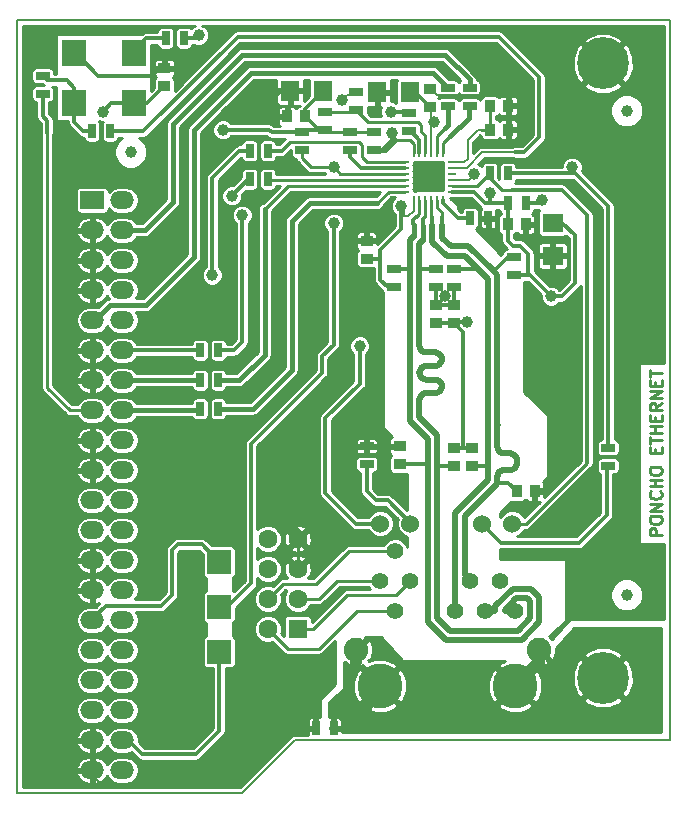
<source format=gbr>
G04 #@! TF.FileFunction,Copper,L1,Top,Signal*
%FSLAX46Y46*%
G04 Gerber Fmt 4.6, Leading zero omitted, Abs format (unit mm)*
G04 Created by KiCad (PCBNEW 4.0.2+dfsg1-2~bpo8+1-stable) date lun 17 oct 2016 17:04:15 ART*
%MOMM*%
G01*
G04 APERTURE LIST*
%ADD10C,0.100000*%
%ADD11C,0.250000*%
%ADD12C,0.150000*%
%ADD13R,2.000000X1.524000*%
%ADD14O,2.000000X1.524000*%
%ADD15C,1.524000*%
%ADD16C,1.397000*%
%ADD17C,2.082800*%
%ADD18C,3.810000*%
%ADD19R,0.635000X1.143000*%
%ADD20R,1.600200X1.600200*%
%ADD21C,1.600200*%
%ADD22R,1.143000X0.635000*%
%ADD23R,2.499360X2.499360*%
%ADD24O,0.800100X0.248920*%
%ADD25O,0.248920X0.800100*%
%ADD26R,1.998980X1.998980*%
%ADD27C,1.000000*%
%ADD28C,4.400000*%
%ADD29R,2.000000X2.200000*%
%ADD30R,0.899160X1.000760*%
%ADD31R,1.000760X0.899160*%
%ADD32R,1.803400X1.600200*%
%ADD33R,1.600200X1.803400*%
%ADD34C,0.203200*%
%ADD35C,0.330000*%
%ADD36C,0.260000*%
%ADD37C,0.320000*%
%ADD38C,1.016000*%
%ADD39C,0.550000*%
%ADD40C,0.431800*%
%ADD41C,0.450000*%
%ADD42C,0.350000*%
%ADD43C,0.254000*%
G04 APERTURE END LIST*
D10*
D11*
X145742381Y-112314762D02*
X144742381Y-112314762D01*
X144742381Y-111933809D01*
X144790000Y-111838571D01*
X144837619Y-111790952D01*
X144932857Y-111743333D01*
X145075714Y-111743333D01*
X145170952Y-111790952D01*
X145218571Y-111838571D01*
X145266190Y-111933809D01*
X145266190Y-112314762D01*
X144742381Y-111124286D02*
X144742381Y-110933809D01*
X144790000Y-110838571D01*
X144885238Y-110743333D01*
X145075714Y-110695714D01*
X145409048Y-110695714D01*
X145599524Y-110743333D01*
X145694762Y-110838571D01*
X145742381Y-110933809D01*
X145742381Y-111124286D01*
X145694762Y-111219524D01*
X145599524Y-111314762D01*
X145409048Y-111362381D01*
X145075714Y-111362381D01*
X144885238Y-111314762D01*
X144790000Y-111219524D01*
X144742381Y-111124286D01*
X145742381Y-110267143D02*
X144742381Y-110267143D01*
X145742381Y-109695714D01*
X144742381Y-109695714D01*
X145647143Y-108648095D02*
X145694762Y-108695714D01*
X145742381Y-108838571D01*
X145742381Y-108933809D01*
X145694762Y-109076667D01*
X145599524Y-109171905D01*
X145504286Y-109219524D01*
X145313810Y-109267143D01*
X145170952Y-109267143D01*
X144980476Y-109219524D01*
X144885238Y-109171905D01*
X144790000Y-109076667D01*
X144742381Y-108933809D01*
X144742381Y-108838571D01*
X144790000Y-108695714D01*
X144837619Y-108648095D01*
X145742381Y-108219524D02*
X144742381Y-108219524D01*
X145218571Y-108219524D02*
X145218571Y-107648095D01*
X145742381Y-107648095D02*
X144742381Y-107648095D01*
X144742381Y-106981429D02*
X144742381Y-106790952D01*
X144790000Y-106695714D01*
X144885238Y-106600476D01*
X145075714Y-106552857D01*
X145409048Y-106552857D01*
X145599524Y-106600476D01*
X145694762Y-106695714D01*
X145742381Y-106790952D01*
X145742381Y-106981429D01*
X145694762Y-107076667D01*
X145599524Y-107171905D01*
X145409048Y-107219524D01*
X145075714Y-107219524D01*
X144885238Y-107171905D01*
X144790000Y-107076667D01*
X144742381Y-106981429D01*
X145218571Y-105362381D02*
X145218571Y-105029047D01*
X145742381Y-104886190D02*
X145742381Y-105362381D01*
X144742381Y-105362381D01*
X144742381Y-104886190D01*
X144742381Y-104600476D02*
X144742381Y-104029047D01*
X145742381Y-104314762D02*
X144742381Y-104314762D01*
X145742381Y-103695714D02*
X144742381Y-103695714D01*
X145218571Y-103695714D02*
X145218571Y-103124285D01*
X145742381Y-103124285D02*
X144742381Y-103124285D01*
X145218571Y-102648095D02*
X145218571Y-102314761D01*
X145742381Y-102171904D02*
X145742381Y-102648095D01*
X144742381Y-102648095D01*
X144742381Y-102171904D01*
X145742381Y-101171904D02*
X145266190Y-101505238D01*
X145742381Y-101743333D02*
X144742381Y-101743333D01*
X144742381Y-101362380D01*
X144790000Y-101267142D01*
X144837619Y-101219523D01*
X144932857Y-101171904D01*
X145075714Y-101171904D01*
X145170952Y-101219523D01*
X145218571Y-101267142D01*
X145266190Y-101362380D01*
X145266190Y-101743333D01*
X145742381Y-100743333D02*
X144742381Y-100743333D01*
X145742381Y-100171904D01*
X144742381Y-100171904D01*
X145218571Y-99695714D02*
X145218571Y-99362380D01*
X145742381Y-99219523D02*
X145742381Y-99695714D01*
X144742381Y-99695714D01*
X144742381Y-99219523D01*
X144742381Y-98933809D02*
X144742381Y-98362380D01*
X145742381Y-98648095D02*
X144742381Y-98648095D01*
D12*
X91195000Y-68750000D02*
X91195000Y-134155000D01*
X146440000Y-68750000D02*
X91195000Y-68750000D01*
X146440000Y-129710000D02*
X146440000Y-68750000D01*
X114690000Y-129710000D02*
X146440000Y-129710000D01*
X110245000Y-134155000D02*
X114690000Y-129710000D01*
X91195000Y-134155000D02*
X110245000Y-134155000D01*
D13*
X97545000Y-83990000D03*
D14*
X100085000Y-83990000D03*
X97545000Y-86530000D03*
X100085000Y-86530000D03*
X97545000Y-89070000D03*
X100085000Y-89070000D03*
X97545000Y-91610000D03*
X100085000Y-91610000D03*
X97545000Y-94150000D03*
X100085000Y-94150000D03*
X97545000Y-96690000D03*
X100085000Y-96690000D03*
X97545000Y-99230000D03*
X100085000Y-99230000D03*
X97545000Y-101770000D03*
X100085000Y-101770000D03*
X97545000Y-104310000D03*
X100085000Y-104310000D03*
X97545000Y-106850000D03*
X100085000Y-106850000D03*
X97545000Y-109390000D03*
X100085000Y-109390000D03*
X97545000Y-111930000D03*
X100085000Y-111930000D03*
X97545000Y-114470000D03*
X100085000Y-114470000D03*
X97545000Y-117010000D03*
X100085000Y-117010000D03*
X97545000Y-119550000D03*
X100085000Y-119550000D03*
X97545000Y-122090000D03*
X100085000Y-122090000D03*
X97545000Y-124630000D03*
X100085000Y-124630000D03*
X97545000Y-127170000D03*
X100085000Y-127170000D03*
X97545000Y-129710000D03*
X100085000Y-129710000D03*
X97545000Y-132250000D03*
X100085000Y-132250000D03*
D15*
X124460000Y-111379000D03*
D16*
X121920000Y-116205000D03*
X124460000Y-116205000D03*
X123190000Y-118745000D03*
X123190000Y-113665000D03*
D15*
X121920000Y-111379000D03*
D17*
X135382000Y-122047000D03*
D18*
X133350000Y-125095000D03*
D16*
X133350000Y-118745000D03*
D18*
X121920000Y-125095000D03*
D17*
X119888000Y-122047000D03*
D16*
X130810000Y-118745000D03*
X128270000Y-118745000D03*
X132080000Y-116205000D03*
X129540000Y-116205000D03*
D15*
X133096000Y-111379000D03*
X130556000Y-111379000D03*
D19*
X134248000Y-84244000D03*
X132724000Y-84244000D03*
D20*
X114935000Y-120269000D03*
D21*
X112395000Y-120269000D03*
X114935000Y-117729000D03*
X112395000Y-117729000D03*
X114935000Y-115189000D03*
X112395000Y-115189000D03*
X114935000Y-112649000D03*
X112395000Y-112649000D03*
D22*
X121412000Y-78232000D03*
X121412000Y-79756000D03*
X117230000Y-78021000D03*
X117230000Y-76497000D03*
X126628000Y-91356000D03*
X126628000Y-89832000D03*
X123072000Y-91356000D03*
X123072000Y-89832000D03*
X133232000Y-90340000D03*
X133232000Y-88816000D03*
X128152000Y-91356000D03*
X128152000Y-89832000D03*
D19*
X106689000Y-99230000D03*
X108213000Y-99230000D03*
X106689000Y-101643000D03*
X108213000Y-101643000D03*
X110880000Y-82212000D03*
X112404000Y-82212000D03*
D22*
X127644000Y-74465000D03*
X127644000Y-75989000D03*
X129485500Y-74465000D03*
X129485500Y-75989000D03*
X124342000Y-76624000D03*
X124342000Y-78148000D03*
D19*
X106689000Y-96690000D03*
X108213000Y-96690000D03*
X110880000Y-79799000D03*
X112404000Y-79799000D03*
D22*
X119380000Y-78232000D03*
X119380000Y-79756000D03*
D19*
X132724000Y-81704000D03*
X131200000Y-81704000D03*
D22*
X120786000Y-104818000D03*
X120786000Y-106342000D03*
X141233000Y-106469000D03*
X141233000Y-104945000D03*
D19*
X129549000Y-85514000D03*
X131073000Y-85514000D03*
X97528000Y-78160000D03*
X99052000Y-78160000D03*
X103768000Y-70274000D03*
X105292000Y-70274000D03*
D22*
X119897000Y-74846000D03*
X119897000Y-76370000D03*
X93354000Y-73449000D03*
X93354000Y-74973000D03*
D19*
X117992000Y-128694000D03*
X116468000Y-128694000D03*
D23*
X126000000Y-82000000D03*
D24*
X127998980Y-83249680D03*
X127998980Y-82749300D03*
X127998980Y-82248920D03*
X127998980Y-81751080D03*
X127998980Y-81250700D03*
X127998980Y-80750320D03*
D25*
X127249680Y-80001020D03*
X126749300Y-80001020D03*
X126248920Y-80001020D03*
X125751080Y-80001020D03*
X125250700Y-80001020D03*
X124750320Y-80001020D03*
D24*
X124001020Y-80750320D03*
X124001020Y-81250700D03*
X124001020Y-81751080D03*
X124001020Y-82248920D03*
X124001020Y-82749300D03*
X124001020Y-83249680D03*
D25*
X124750320Y-83998980D03*
X125250700Y-83998980D03*
X125751080Y-83998980D03*
X126248920Y-83998980D03*
X126749300Y-83998980D03*
X127249680Y-83998980D03*
D26*
X108290000Y-122220000D03*
X108290000Y-118410000D03*
X108290000Y-114600000D03*
D22*
X115290000Y-78248000D03*
X115290000Y-79772000D03*
D27*
X142790000Y-117410000D03*
X142790000Y-76410000D03*
X100790000Y-79910000D03*
D28*
X140790000Y-124410000D03*
X140790000Y-72410000D03*
D29*
X101040000Y-71560000D03*
X96040000Y-71560000D03*
X96040000Y-75760000D03*
X101040000Y-75760000D03*
D30*
X132734160Y-86022000D03*
X134237840Y-86022000D03*
D31*
X120786000Y-88932840D03*
X120786000Y-87429160D03*
D30*
X115568840Y-76878000D03*
X114065160Y-76878000D03*
D31*
X126120000Y-76105840D03*
X126120000Y-74602160D03*
D30*
X131248160Y-78000000D03*
X132751840Y-78000000D03*
X131248160Y-76000000D03*
X132751840Y-76000000D03*
D31*
X126628000Y-92890160D03*
X126628000Y-94393840D03*
X128152000Y-92890160D03*
X128152000Y-94393840D03*
X128152000Y-106458840D03*
X128152000Y-104955160D03*
X123580000Y-106331840D03*
X123580000Y-104828160D03*
D30*
X133496160Y-108628000D03*
X134999840Y-108628000D03*
D31*
X129676000Y-106458840D03*
X129676000Y-104955160D03*
X103641000Y-74327840D03*
X103641000Y-72824160D03*
D32*
X136534000Y-88689000D03*
X136534000Y-85895000D03*
D33*
X121675000Y-74846000D03*
X124469000Y-74846000D03*
X114309000Y-74719000D03*
X117103000Y-74719000D03*
D27*
X127390000Y-92118000D03*
X131200000Y-83355000D03*
X136407000Y-92118000D03*
X123707000Y-84498000D03*
X115706000Y-126662000D03*
X108594000Y-133266000D03*
X116722000Y-125646000D03*
X112150000Y-125646000D03*
X112150000Y-123614000D03*
X110118000Y-123614000D03*
X110118000Y-125646000D03*
X102498000Y-133266000D03*
X135518000Y-69766000D03*
X136915000Y-69766000D03*
X136915000Y-71163000D03*
X136915000Y-72687000D03*
X136915000Y-80053000D03*
X136915000Y-78529000D03*
X136915000Y-77132000D03*
X131200000Y-72687000D03*
X132724000Y-72687000D03*
X132724000Y-74084000D03*
X92465000Y-83990000D03*
X92465000Y-80688000D03*
X92465000Y-77767000D03*
X92465000Y-71290000D03*
X92465000Y-69893000D03*
X93862000Y-69893000D03*
X95132000Y-83990000D03*
X95132000Y-86530000D03*
X105800000Y-72306000D03*
X111490000Y-74410000D03*
X103006000Y-79672000D03*
X109190000Y-76710000D03*
X109390000Y-97910000D03*
X109390000Y-100510000D03*
X108990000Y-94710000D03*
X102490000Y-111210000D03*
X104890000Y-111210000D03*
X104890000Y-105310000D03*
X107590000Y-105210000D03*
X107590000Y-107310000D03*
X107590000Y-109610000D03*
X109390000Y-109610000D03*
X109390000Y-107310000D03*
X109390000Y-105210000D03*
X109390000Y-103310000D03*
X103006000Y-83482000D03*
X103006000Y-82212000D03*
X96656000Y-82212000D03*
X96656000Y-80942000D03*
X96656000Y-79672000D03*
X95386000Y-79672000D03*
X95386000Y-80942000D03*
X95386000Y-82212000D03*
X102498000Y-103294000D03*
X104911000Y-103294000D03*
X104911000Y-100500000D03*
X102498000Y-100500000D03*
X102498000Y-97960000D03*
X104911000Y-97960000D03*
X104911000Y-95293000D03*
X104911000Y-92880000D03*
X106181000Y-92880000D03*
X106181000Y-90340000D03*
X102752000Y-90340000D03*
X104911000Y-87800000D03*
X102752000Y-87800000D03*
X112680002Y-76624000D03*
X121294000Y-76497000D03*
X134730600Y-87469800D03*
X136508600Y-90619400D03*
X131428600Y-87012600D03*
X119008000Y-94150000D03*
X116722000Y-94150000D03*
X116722000Y-91864000D03*
X119008000Y-91864000D03*
X119008000Y-89578000D03*
X116722000Y-89578000D03*
X116722000Y-87292000D03*
X119008000Y-87292000D03*
X139582000Y-118026000D03*
X139582000Y-116248000D03*
X139582000Y-114470000D03*
X137804000Y-111422000D03*
X137804000Y-109644000D03*
X137804000Y-101262000D03*
X137804000Y-103040000D03*
X137804000Y-104818000D03*
X137804000Y-106596000D03*
X137804000Y-94150000D03*
X137804000Y-96182000D03*
X137804000Y-97960000D03*
X137804000Y-99738000D03*
X135264000Y-94150000D03*
X135264000Y-96182000D03*
X135264000Y-97960000D03*
X135264000Y-99738000D03*
X114182000Y-103040000D03*
X116214000Y-103040000D03*
X118246000Y-103040000D03*
X118246000Y-104818000D03*
X116214000Y-104818000D03*
X114182000Y-104818000D03*
X112404000Y-104818000D03*
X112404000Y-107358000D03*
X112404000Y-109898000D03*
X105546000Y-129710000D03*
X105546000Y-127170000D03*
X105546000Y-124630000D03*
X105546000Y-122090000D03*
X105546000Y-119550000D03*
X105546000Y-117010000D03*
X105546000Y-114470000D03*
X103006000Y-114470000D03*
X103006000Y-127170000D03*
X103006000Y-124630000D03*
X103006000Y-122090000D03*
X103006000Y-119550000D03*
X103006000Y-117010000D03*
X103006000Y-129710000D03*
X129295000Y-94277000D03*
X126120000Y-82085000D03*
X98434000Y-76497000D03*
X106562000Y-70020000D03*
X108594000Y-78021000D03*
X126501000Y-77335200D03*
X138185000Y-81196000D03*
X135645000Y-83990000D03*
X120190000Y-96310000D03*
X129904600Y-81754800D03*
X122945000Y-78275000D03*
X110245000Y-85260000D03*
X109356000Y-83609000D03*
X122818000Y-76497000D03*
X107705000Y-90340000D03*
X118728600Y-75506400D03*
X144408000Y-121074000D03*
X144408000Y-123106000D03*
X144408000Y-125646000D03*
X144408000Y-127932000D03*
X141614000Y-127932000D03*
X138566000Y-127932000D03*
X135518000Y-127932000D03*
X132470000Y-127932000D03*
X129676000Y-127932000D03*
X127136000Y-127932000D03*
X124850000Y-127932000D03*
X122564000Y-127932000D03*
X120532000Y-127932000D03*
X117990000Y-81210000D03*
X117990000Y-85910000D03*
D34*
X124750320Y-83998980D02*
X124748400Y-84000900D01*
X124748400Y-84000900D02*
X124748400Y-84929800D01*
X124748400Y-84929800D02*
X124316600Y-85361600D01*
X124316600Y-85361600D02*
X123935600Y-85361600D01*
X123935600Y-85361600D02*
X123935600Y-84726600D01*
X123935600Y-84726600D02*
X123707000Y-84498000D01*
D35*
X133232000Y-90340000D02*
X134324200Y-90340000D01*
X132734160Y-87403760D02*
X132734160Y-86022000D01*
X133181200Y-87850800D02*
X132734160Y-87403760D01*
X133790800Y-87850800D02*
X133181200Y-87850800D01*
X134451200Y-88511200D02*
X133790800Y-87850800D01*
X134451200Y-90213000D02*
X134451200Y-88511200D01*
X134324200Y-90340000D02*
X134451200Y-90213000D01*
X136407000Y-92118000D02*
X137296000Y-92118000D01*
X138413600Y-86961800D02*
X137346800Y-85895000D01*
X138413600Y-91000400D02*
X138413600Y-86961800D01*
X137296000Y-92118000D02*
X138413600Y-91000400D01*
X137346800Y-85895000D02*
X136534000Y-85895000D01*
D36*
X126628000Y-92880000D02*
X127390000Y-92118000D01*
D35*
X121929000Y-88943000D02*
X121929000Y-88181000D01*
X123707000Y-86403000D02*
X123707000Y-84498000D01*
X121929000Y-88181000D02*
X123707000Y-86403000D01*
X123072000Y-91356000D02*
X122564000Y-91356000D01*
X122564000Y-91356000D02*
X121929000Y-90721000D01*
X121929000Y-90721000D02*
X121929000Y-88943000D01*
X121929000Y-88943000D02*
X121918840Y-88932840D01*
X121918840Y-88932840D02*
X120786000Y-88932840D01*
X131200000Y-83355000D02*
X131200000Y-84244000D01*
X131200000Y-84244000D02*
X131200000Y-84117000D01*
X131200000Y-84117000D02*
X131200000Y-84244000D01*
X132734160Y-86022000D02*
X132734160Y-86540160D01*
D37*
X134629000Y-90340000D02*
X136407000Y-92118000D01*
D35*
X133232000Y-90340000D02*
X134629000Y-90340000D01*
X136534000Y-85895000D02*
X136280000Y-85895000D01*
D36*
X126628000Y-92890160D02*
X126628000Y-92880000D01*
D35*
X127998980Y-83249680D02*
X129824680Y-83249680D01*
X129824680Y-83249680D02*
X130819000Y-84244000D01*
X130819000Y-84244000D02*
X131200000Y-84244000D01*
X131200000Y-84244000D02*
X132724000Y-84244000D01*
X132734160Y-86022000D02*
X132734160Y-84254160D01*
X132734160Y-84254160D02*
X132724000Y-84244000D01*
D37*
X128152000Y-92890160D02*
X126628000Y-92890160D01*
X126628000Y-92890160D02*
X126628000Y-91356000D01*
X128152000Y-92890160D02*
X128152000Y-91356000D01*
D34*
X108594000Y-133266000D02*
X109102000Y-133266000D01*
X116722000Y-125646000D02*
X112150000Y-125646000D01*
X112150000Y-123614000D02*
X110118000Y-123614000D01*
X109102000Y-133266000D02*
X115706000Y-126662000D01*
X101355000Y-133647000D02*
X102117000Y-133647000D01*
X102117000Y-133647000D02*
X102498000Y-133266000D01*
X97545000Y-132694500D02*
X98497500Y-133647000D01*
X98497500Y-133647000D02*
X101355000Y-133647000D01*
X136915000Y-77132000D02*
X136915000Y-72687000D01*
X136915000Y-71163000D02*
X136915000Y-69766000D01*
X136915000Y-77132000D02*
X136915000Y-78529000D01*
X132751840Y-76000000D02*
X132751840Y-74111840D01*
X132724000Y-72687000D02*
X131200000Y-72687000D01*
X132751840Y-74111840D02*
X132724000Y-74084000D01*
X92465000Y-83990000D02*
X92465000Y-80688000D01*
X92465000Y-77767000D02*
X92465000Y-71290000D01*
X92465000Y-69893000D02*
X93862000Y-69893000D01*
X95132000Y-86530000D02*
X95132000Y-83990000D01*
D37*
X96040000Y-71560000D02*
X96164000Y-71560000D01*
X96164000Y-71560000D02*
X98053000Y-73449000D01*
X98053000Y-73449000D02*
X102625000Y-73449000D01*
X102625000Y-73449000D02*
X103249840Y-72824160D01*
X103249840Y-72824160D02*
X103641000Y-72824160D01*
D34*
X96656000Y-79672000D02*
X97152000Y-79672000D01*
X109190000Y-76710000D02*
X111490000Y-74410000D01*
X103006000Y-80494000D02*
X103006000Y-79672000D01*
X101890000Y-81610000D02*
X103006000Y-80494000D01*
X99090000Y-81610000D02*
X101890000Y-81610000D01*
X97152000Y-79672000D02*
X99090000Y-81610000D01*
D38*
X104911000Y-103294000D02*
X109374000Y-103294000D01*
X104890000Y-105310000D02*
X104890000Y-111210000D01*
X107590000Y-107310000D02*
X107590000Y-105210000D01*
X109390000Y-109610000D02*
X107590000Y-109610000D01*
X109390000Y-105210000D02*
X109390000Y-107310000D01*
X109374000Y-103294000D02*
X109390000Y-103310000D01*
D34*
X97545000Y-86530000D02*
X95640000Y-86530000D01*
X96656000Y-82212000D02*
X103006000Y-82212000D01*
X96656000Y-79672000D02*
X96656000Y-80942000D01*
X95386000Y-80942000D02*
X95386000Y-79672000D01*
X95386000Y-86276000D02*
X95386000Y-82212000D01*
X95640000Y-86530000D02*
X95386000Y-86276000D01*
D37*
X104911000Y-103294000D02*
X102498000Y-103294000D01*
X102498000Y-100500000D02*
X104911000Y-100500000D01*
X102752000Y-87800000D02*
X102752000Y-90340000D01*
X104911000Y-97960000D02*
X102498000Y-97960000D01*
X104911000Y-92880000D02*
X104911000Y-95293000D01*
X106181000Y-90340000D02*
X106181000Y-92880000D01*
X97545000Y-89070000D02*
X97545000Y-87800000D01*
X97545000Y-87800000D02*
X102752000Y-87800000D01*
D35*
X121675000Y-76116000D02*
X121294000Y-76497000D01*
X121675000Y-74846000D02*
X121675000Y-76116000D01*
X112680002Y-75585998D02*
X113547000Y-74719000D01*
X112680002Y-76624000D02*
X112680002Y-75585998D01*
X113547000Y-74719000D02*
X114309000Y-74719000D01*
X134237840Y-86977040D02*
X134237840Y-86022000D01*
X134730600Y-87469800D02*
X134237840Y-86977040D01*
X131073000Y-85514000D02*
X131073000Y-86657000D01*
X136534000Y-90594000D02*
X136534000Y-88689000D01*
X136508600Y-90619400D02*
X136534000Y-90594000D01*
X131073000Y-86657000D02*
X131428600Y-87012600D01*
D34*
X97545000Y-132250000D02*
X97545000Y-132694500D01*
D39*
X120786000Y-87429160D02*
X119145160Y-87429160D01*
X116722000Y-91864000D02*
X116722000Y-94150000D01*
X119008000Y-89578000D02*
X119008000Y-91864000D01*
X116722000Y-87292000D02*
X116722000Y-89578000D01*
X119145160Y-87429160D02*
X119008000Y-87292000D01*
X139582000Y-118026000D02*
X139762000Y-118206000D01*
X139582000Y-114470000D02*
X139582000Y-116248000D01*
X137804000Y-109644000D02*
X137804000Y-111422000D01*
X134999840Y-108628000D02*
X135772000Y-108628000D01*
X137804000Y-101262000D02*
X137804000Y-99738000D01*
X137804000Y-104818000D02*
X137804000Y-103040000D01*
X135772000Y-108628000D02*
X137804000Y-106596000D01*
D38*
X135264000Y-99738000D02*
X137804000Y-99738000D01*
X137804000Y-97960000D02*
X137804000Y-96182000D01*
X135264000Y-96182000D02*
X135264000Y-94150000D01*
X135264000Y-99738000D02*
X135264000Y-97960000D01*
X116214000Y-103040000D02*
X114182000Y-103040000D01*
X118246000Y-104818000D02*
X118246000Y-103040000D01*
X114182000Y-104818000D02*
X116214000Y-104818000D01*
X114935000Y-112649000D02*
X114935000Y-112429000D01*
X114935000Y-112429000D02*
X112404000Y-109898000D01*
X112404000Y-107358000D02*
X112404000Y-104818000D01*
X105546000Y-124630000D02*
X105546000Y-127170000D01*
X105546000Y-119550000D02*
X105546000Y-122090000D01*
X105546000Y-114470000D02*
X105546000Y-117010000D01*
D35*
X97545000Y-114470000D02*
X97545000Y-113327000D01*
X103006000Y-114216000D02*
X103006000Y-114470000D01*
X101990000Y-113200000D02*
X103006000Y-114216000D01*
X97672000Y-113200000D02*
X101990000Y-113200000D01*
X97545000Y-113327000D02*
X97672000Y-113200000D01*
D38*
X103006000Y-127170000D02*
X103006000Y-124630000D01*
X103006000Y-122090000D02*
X103006000Y-119550000D01*
D35*
X129295000Y-94277000D02*
X129168000Y-94277000D01*
D37*
X129295000Y-94277000D02*
X128268840Y-94277000D01*
X128268840Y-94277000D02*
X128152000Y-94393840D01*
D36*
X129178160Y-94393840D02*
X129295000Y-94277000D01*
D37*
X128914000Y-104955160D02*
X128914000Y-95155840D01*
X128914000Y-95155840D02*
X128152000Y-94393840D01*
X128152000Y-104955160D02*
X128914000Y-104955160D01*
X128914000Y-104955160D02*
X129676000Y-104955160D01*
D34*
X126120000Y-74602160D02*
X126257160Y-74602160D01*
X126257160Y-74602160D02*
X126755000Y-75100000D01*
X126755000Y-75100000D02*
X132470000Y-75100000D01*
X132470000Y-75100000D02*
X132751840Y-75381840D01*
X132751840Y-75381840D02*
X132751840Y-76000000D01*
X136534000Y-88689000D02*
X136026000Y-88689000D01*
X134237840Y-86392840D02*
X134237840Y-86022000D01*
X114309000Y-74719000D02*
X114309000Y-74846000D01*
D35*
X126120000Y-82085000D02*
X126035000Y-82000000D01*
X126035000Y-82000000D02*
X126000000Y-82000000D01*
D36*
X127898000Y-94647840D02*
X128152000Y-94393840D01*
X128152000Y-104955160D02*
X129676000Y-104955160D01*
X114935000Y-115189000D02*
X114935000Y-112649000D01*
D35*
X126628000Y-94393840D02*
X128152000Y-94393840D01*
D37*
X99171000Y-75760000D02*
X101040000Y-75760000D01*
X98434000Y-76497000D02*
X99171000Y-75760000D01*
X101040000Y-75760000D02*
X102208840Y-75760000D01*
X102208840Y-75760000D02*
X103641000Y-74327840D01*
X106308000Y-70274000D02*
X105292000Y-70274000D01*
X106562000Y-70020000D02*
X106308000Y-70274000D01*
D35*
X115290000Y-78248000D02*
X112728000Y-78248000D01*
X112501000Y-78021000D02*
X108594000Y-78021000D01*
X112728000Y-78248000D02*
X112501000Y-78021000D01*
X117230000Y-78021000D02*
X115517000Y-78021000D01*
X115517000Y-78021000D02*
X115290000Y-78248000D01*
D34*
X126248920Y-77665400D02*
X126248920Y-77587280D01*
X126248920Y-77587280D02*
X126501000Y-77335200D01*
D35*
X138439000Y-81704000D02*
X141233000Y-84498000D01*
X138185000Y-81704000D02*
X138439000Y-81704000D01*
X141233000Y-85641000D02*
X141233000Y-104945000D01*
X141233000Y-84498000D02*
X141233000Y-85641000D01*
X138185000Y-81704000D02*
X138185000Y-81196000D01*
X134248000Y-84244000D02*
X135391000Y-84244000D01*
X135391000Y-84244000D02*
X135645000Y-83990000D01*
D34*
X126248920Y-80001020D02*
X126248920Y-77665400D01*
X126248920Y-77665400D02*
X126248920Y-76234760D01*
X126248920Y-76234760D02*
X126120000Y-76105840D01*
D35*
X124469000Y-74846000D02*
X124860160Y-74846000D01*
X124860160Y-74846000D02*
X126120000Y-76105840D01*
X138185000Y-81704000D02*
X132724000Y-81704000D01*
X115568840Y-76878000D02*
X115568840Y-76253160D01*
X115568840Y-76253160D02*
X117103000Y-74719000D01*
X117230000Y-78021000D02*
X116711840Y-78021000D01*
X116711840Y-78021000D02*
X115568840Y-76878000D01*
D36*
X119380000Y-78232000D02*
X117441000Y-78232000D01*
X117441000Y-78232000D02*
X117230000Y-78021000D01*
X121412000Y-78232000D02*
X119380000Y-78232000D01*
D34*
X127998980Y-80750320D02*
X129029480Y-80750320D01*
X130230400Y-78000000D02*
X131248160Y-78000000D01*
X129320400Y-78910000D02*
X130230400Y-78000000D01*
X129320400Y-80459400D02*
X129320400Y-78910000D01*
X129029480Y-80750320D02*
X129320400Y-80459400D01*
X127998980Y-80750320D02*
X128012860Y-80764200D01*
D36*
X131248160Y-76000000D02*
X131248160Y-78000000D01*
X130459000Y-78000000D02*
X131248160Y-78000000D01*
D35*
X124460000Y-111379000D02*
X124460000Y-111286000D01*
X124460000Y-111286000D02*
X122564000Y-109390000D01*
X122564000Y-109390000D02*
X121548000Y-109390000D01*
X121548000Y-109390000D02*
X120786000Y-108628000D01*
X120786000Y-108628000D02*
X120786000Y-106342000D01*
D36*
X121920000Y-116205000D02*
X118289000Y-116205000D01*
X118289000Y-116205000D02*
X116765000Y-117729000D01*
X114935000Y-117729000D02*
X116765000Y-117729000D01*
X123274000Y-117391000D02*
X119135000Y-117391000D01*
X119135000Y-117391000D02*
X116257000Y-120269000D01*
X114935000Y-120269000D02*
X116257000Y-120269000D01*
X123274000Y-117391000D02*
X124460000Y-116205000D01*
X123190000Y-118745000D02*
X119940000Y-118745000D01*
X114089000Y-121963000D02*
X112395000Y-120269000D01*
X116722000Y-121963000D02*
X114089000Y-121963000D01*
X119940000Y-118745000D02*
X116722000Y-121963000D01*
X112395000Y-117729000D02*
X112447000Y-117729000D01*
X112447000Y-117729000D02*
X113674000Y-116502000D01*
X113674000Y-116502000D02*
X116468000Y-116502000D01*
X116468000Y-116502000D02*
X119305000Y-113665000D01*
X119305000Y-113665000D02*
X123190000Y-113665000D01*
D35*
X117290000Y-108810000D02*
X117290000Y-102410000D01*
X119859000Y-111379000D02*
X117290000Y-108810000D01*
D34*
X129410480Y-82248920D02*
X129904600Y-81754800D01*
X129410480Y-82248920D02*
X127998980Y-82248920D01*
D35*
X120190000Y-99510000D02*
X120190000Y-96310000D01*
X117290000Y-102410000D02*
X120190000Y-99510000D01*
X119390000Y-110910000D02*
X119859000Y-111379000D01*
X119854000Y-111379000D02*
X119859000Y-111379000D01*
X119859000Y-111379000D02*
X121920000Y-111379000D01*
X133105000Y-83101000D02*
X137296000Y-83101000D01*
X139455000Y-85260000D02*
X139455000Y-106215000D01*
X137296000Y-83101000D02*
X139455000Y-85260000D01*
D36*
X127998980Y-82749300D02*
X130154700Y-82749300D01*
X130154700Y-82749300D02*
X131200000Y-81704000D01*
X133105000Y-83101000D02*
X132216000Y-83101000D01*
X134291000Y-111379000D02*
X139455000Y-106215000D01*
X133096000Y-111379000D02*
X134291000Y-111379000D01*
X132216000Y-83101000D02*
X131200000Y-82085000D01*
X131200000Y-82085000D02*
X131200000Y-81704000D01*
D35*
X132177000Y-113000000D02*
X138766000Y-113000000D01*
X130556000Y-111379000D02*
X132177000Y-113000000D01*
X141106000Y-110660000D02*
X141106000Y-106596000D01*
X138766000Y-113000000D02*
X141106000Y-110660000D01*
X141106000Y-106596000D02*
X141233000Y-106469000D01*
X108213000Y-96690000D02*
X109546500Y-96690000D01*
X122099000Y-79756000D02*
X122945000Y-78910000D01*
X122099000Y-79756000D02*
X121412000Y-79756000D01*
X122945000Y-78910000D02*
X122945000Y-78275000D01*
X110245000Y-85260000D02*
X110245000Y-92245000D01*
X110245000Y-95991500D02*
X110245000Y-92245000D01*
X109546500Y-96690000D02*
X110245000Y-95991500D01*
D40*
X123199000Y-78910000D02*
X122353000Y-79756000D01*
D36*
X124750320Y-79206862D02*
X124453458Y-78910000D01*
X124453458Y-78910000D02*
X123199000Y-78910000D01*
X124750320Y-80001020D02*
X124750320Y-79206862D01*
D40*
X122353000Y-79756000D02*
X121412000Y-79756000D01*
D36*
X117230000Y-76497000D02*
X119770000Y-76497000D01*
X119770000Y-76497000D02*
X119897000Y-76370000D01*
X125751080Y-80001020D02*
X125751080Y-78541080D01*
X120913000Y-77386000D02*
X119897000Y-76370000D01*
X125104000Y-77386000D02*
X120913000Y-77386000D01*
X125358000Y-77640000D02*
X125104000Y-77386000D01*
X125358000Y-78148000D02*
X125358000Y-77640000D01*
X125751080Y-78541080D02*
X125358000Y-78148000D01*
D40*
X100085000Y-99230000D02*
X106689000Y-99230000D01*
X108213000Y-99230000D02*
X109991000Y-99230000D01*
D36*
X121696680Y-82749300D02*
X124001020Y-82749300D01*
X114152700Y-82749300D02*
X121696680Y-82749300D01*
X112150000Y-84752000D02*
X114152700Y-82749300D01*
D40*
X112150000Y-97071000D02*
X112150000Y-84752000D01*
X109991000Y-99230000D02*
X112150000Y-97071000D01*
X100085000Y-101770000D02*
X106562000Y-101770000D01*
X106562000Y-101770000D02*
X106689000Y-101643000D01*
D36*
X124001020Y-83249680D02*
X122669320Y-83249680D01*
D40*
X111134000Y-101643000D02*
X114436000Y-98341000D01*
X114436000Y-98341000D02*
X114436000Y-85768000D01*
X114436000Y-85768000D02*
X115960000Y-84244000D01*
X115960000Y-84244000D02*
X121675000Y-84244000D01*
X111134000Y-101643000D02*
X108213000Y-101643000D01*
D36*
X122669320Y-83249680D02*
X121675000Y-84244000D01*
D35*
X109356000Y-83609000D02*
X110753000Y-82212000D01*
X110753000Y-82212000D02*
X110880000Y-82212000D01*
X110880000Y-82593000D02*
X110880000Y-82212000D01*
D36*
X112440920Y-82248920D02*
X122028920Y-82248920D01*
X122028920Y-82248920D02*
X124001020Y-82248920D01*
X112440920Y-82248920D02*
X112404000Y-82212000D01*
X112506000Y-82110000D02*
X112404000Y-82212000D01*
D40*
X97545000Y-94150000D02*
X97799000Y-94150000D01*
X97799000Y-94150000D02*
X99069000Y-92880000D01*
X102117000Y-92880000D02*
X106181000Y-88816000D01*
X99069000Y-92880000D02*
X102117000Y-92880000D01*
X127644000Y-74465000D02*
X126374000Y-73195000D01*
X106181000Y-78021000D02*
X106181000Y-88816000D01*
X111007000Y-73195000D02*
X106181000Y-78021000D01*
X126374000Y-73195000D02*
X111007000Y-73195000D01*
X127390000Y-77894000D02*
X127644000Y-77640000D01*
D36*
X126749300Y-78534700D02*
X127390000Y-77894000D01*
X126749300Y-80001020D02*
X126749300Y-78534700D01*
D40*
X127644000Y-77640000D02*
X127644000Y-75989000D01*
X104403000Y-77513000D02*
X104403000Y-84117000D01*
X127390000Y-71671000D02*
X110245000Y-71671000D01*
X129485500Y-73766500D02*
X127390000Y-71671000D01*
X129485500Y-74465000D02*
X129485500Y-73766500D01*
X101990000Y-86530000D02*
X100085000Y-86530000D01*
X104403000Y-84117000D02*
X101990000Y-86530000D01*
X110245000Y-71671000D02*
X104403000Y-77513000D01*
X127834500Y-78592500D02*
X129422000Y-77005000D01*
X129422000Y-77005000D02*
X129422000Y-76052500D01*
D36*
X127249680Y-80001020D02*
X127249680Y-79177320D01*
X127249680Y-79177320D02*
X127834500Y-78592500D01*
D40*
X129422000Y-76052500D02*
X129485500Y-75989000D01*
D34*
X127249680Y-80001020D02*
X127249680Y-79685320D01*
D35*
X124342000Y-76624000D02*
X124215000Y-76497000D01*
X124215000Y-76497000D02*
X122818000Y-76497000D01*
X125250700Y-80001020D02*
X125250700Y-78870700D01*
X125250700Y-78870700D02*
X124528000Y-78148000D01*
X124528000Y-78148000D02*
X124342000Y-78148000D01*
X100085000Y-96690000D02*
X106689000Y-96690000D01*
X110880000Y-79799000D02*
X109991000Y-79799000D01*
X109991000Y-79799000D02*
X107705000Y-82085000D01*
X107705000Y-90340000D02*
X107705000Y-82085000D01*
X112404000Y-79799000D02*
X113547000Y-79799000D01*
D36*
X124001020Y-80750320D02*
X120848320Y-80750320D01*
X114309000Y-79037000D02*
X113547000Y-79799000D01*
X120151000Y-79037000D02*
X114309000Y-79037000D01*
X120405000Y-79291000D02*
X120151000Y-79037000D01*
X120405000Y-80307000D02*
X120405000Y-79291000D01*
X120848320Y-80750320D02*
X120405000Y-80307000D01*
D35*
X124001020Y-81250700D02*
X120332700Y-81250700D01*
X119380000Y-80298000D02*
X119380000Y-79756000D01*
X120332700Y-81250700D02*
X119380000Y-80298000D01*
X127249680Y-83998980D02*
X127249680Y-84230680D01*
X127249680Y-84230680D02*
X128533000Y-85514000D01*
X128533000Y-85514000D02*
X129549000Y-85514000D01*
D37*
X96040000Y-75760000D02*
X96040000Y-74484000D01*
X93735000Y-73830000D02*
X93354000Y-73449000D01*
X95386000Y-73830000D02*
X93735000Y-73830000D01*
X96040000Y-74484000D02*
X95386000Y-73830000D01*
X96040000Y-75760000D02*
X96040000Y-77405000D01*
X96795000Y-78160000D02*
X97528000Y-78160000D01*
X96040000Y-77405000D02*
X96795000Y-78160000D01*
X135391000Y-73703000D02*
X135391000Y-73576000D01*
D35*
X135391000Y-78656000D02*
X135391000Y-73703000D01*
D34*
X129249300Y-81250700D02*
X130574000Y-79926000D01*
X130574000Y-79926000D02*
X133359000Y-79926000D01*
D35*
X134121000Y-79926000D02*
X135391000Y-78656000D01*
X133359000Y-79926000D02*
X134121000Y-79926000D01*
D34*
X127998980Y-81250700D02*
X129249300Y-81250700D01*
D37*
X101851000Y-78160000D02*
X109864000Y-70147000D01*
X109864000Y-70147000D02*
X130819000Y-70147000D01*
X101851000Y-78160000D02*
X99052000Y-78160000D01*
X131962000Y-70147000D02*
X130819000Y-70147000D01*
X135391000Y-73576000D02*
X131962000Y-70147000D01*
D34*
X127998980Y-81250700D02*
X128002880Y-81246800D01*
D37*
X101040000Y-71560000D02*
X101040000Y-71351000D01*
X101040000Y-71351000D02*
X102117000Y-70274000D01*
X102117000Y-70274000D02*
X103768000Y-70274000D01*
X101040000Y-71560000D02*
X101040000Y-70660000D01*
D34*
X118728600Y-75506400D02*
X119135000Y-75100000D01*
X119135000Y-75100000D02*
X119643000Y-75100000D01*
X119643000Y-75100000D02*
X119897000Y-74846000D01*
D37*
X93735000Y-78275000D02*
X93735000Y-77259000D01*
D36*
X97545000Y-101770000D02*
X95640000Y-101770000D01*
X93735000Y-99865000D02*
X95640000Y-101770000D01*
X93735000Y-78275000D02*
X93735000Y-99865000D01*
D37*
X93354000Y-76878000D02*
X93354000Y-74973000D01*
X93735000Y-77259000D02*
X93354000Y-76878000D01*
D36*
X93735000Y-74977000D02*
X93790000Y-74922000D01*
D39*
X125306943Y-98348399D02*
X125264417Y-98469933D01*
X126702950Y-99187299D02*
X126824484Y-99229825D01*
X126824484Y-96929825D02*
X126933507Y-96998329D01*
X126933507Y-96998329D02*
X127024554Y-97089376D01*
X125466494Y-96747436D02*
X125575517Y-96815940D01*
X125697051Y-96858466D02*
X125825000Y-96872883D01*
X125825000Y-100322883D02*
X125697051Y-100337299D01*
X125825000Y-96872883D02*
X126575000Y-96872883D01*
X127024554Y-100106389D02*
X126933507Y-100197436D01*
X127135584Y-99619933D02*
X127150000Y-99747883D01*
X125264417Y-100769933D02*
X125250000Y-100897883D01*
X127024554Y-97806389D02*
X126933507Y-97897436D01*
X126702950Y-96887299D02*
X126824484Y-96929825D01*
X125264417Y-98469933D02*
X125250000Y-98597883D01*
X127093058Y-97697366D02*
X127024554Y-97806389D01*
X125375447Y-96656389D02*
X125466494Y-96747436D01*
X127093058Y-99997366D02*
X127024554Y-100106389D01*
X126774000Y-103856316D02*
X126774000Y-106469000D01*
X125825000Y-98022883D02*
X125697051Y-98037299D01*
X127150000Y-97447883D02*
X127135584Y-97575832D01*
X126933507Y-97897436D02*
X126824484Y-97965940D01*
X125575517Y-99115940D02*
X125697051Y-99158466D01*
X126702950Y-98008466D02*
X126575000Y-98022883D01*
X125250000Y-96297883D02*
X125264417Y-96425832D01*
X125825000Y-99172883D02*
X126575000Y-99172883D01*
X125697051Y-99158466D02*
X125825000Y-99172883D01*
X126824484Y-97965940D02*
X126702950Y-98008466D01*
X126575000Y-98022883D02*
X125825000Y-98022883D01*
X127135584Y-97319933D02*
X127150000Y-97447883D01*
X125264417Y-96425832D02*
X125306943Y-96547366D01*
X125575517Y-98079825D02*
X125466494Y-98148329D01*
X127135584Y-97575832D02*
X127093058Y-97697366D01*
X125466494Y-100448329D02*
X125375447Y-100539376D01*
X125466494Y-98148329D02*
X125375447Y-98239376D01*
X125250000Y-89832000D02*
X125250000Y-96297883D01*
X125375447Y-98239376D02*
X125306943Y-98348399D01*
X127093058Y-97198399D02*
X127135584Y-97319933D01*
X125306943Y-98847366D02*
X125375447Y-98956389D01*
X125697051Y-98037299D02*
X125575517Y-98079825D01*
X125575517Y-100379825D02*
X125466494Y-100448329D01*
X125375447Y-98956389D02*
X125466494Y-99047436D01*
X127024554Y-97089376D02*
X127093058Y-97198399D01*
X125466494Y-99047436D02*
X125575517Y-99115940D01*
X125306943Y-96547366D02*
X125375447Y-96656389D01*
X126575000Y-99172883D02*
X126702950Y-99187299D01*
X125250000Y-98597883D02*
X125264417Y-98725832D01*
X126824484Y-99229825D02*
X126933507Y-99298329D01*
X126933507Y-99298329D02*
X127024554Y-99389376D01*
X127024554Y-99389376D02*
X127093058Y-99498399D01*
X125264417Y-98725832D02*
X125306943Y-98847366D01*
X127093058Y-99498399D02*
X127135584Y-99619933D01*
X125575517Y-96815940D02*
X125697051Y-96858466D01*
X125306943Y-100648399D02*
X125264417Y-100769933D01*
X127150000Y-99747883D02*
X127135584Y-99875832D01*
X127135584Y-99875832D02*
X127093058Y-99997366D01*
X126933507Y-100197436D02*
X126824484Y-100265940D01*
X126824484Y-100265940D02*
X126702950Y-100308466D01*
X126575000Y-96872883D02*
X126702950Y-96887299D01*
X126702950Y-100308466D02*
X126575000Y-100322883D01*
X126575000Y-100322883D02*
X125825000Y-100322883D01*
X125697051Y-100337299D02*
X125575517Y-100379825D01*
X125375447Y-100539376D02*
X125306943Y-100648399D01*
X125250000Y-100897883D02*
X125250000Y-102332316D01*
X125250000Y-102332316D02*
X126774000Y-103856316D01*
D35*
X125250000Y-89832000D02*
X125993000Y-89832000D01*
D37*
X125993000Y-89832000D02*
X126628000Y-89832000D01*
D35*
X125250000Y-89832000D02*
X125358000Y-89832000D01*
X127400160Y-106458840D02*
X126774000Y-106458840D01*
D37*
X128152000Y-106458840D02*
X127400160Y-106458840D01*
D35*
X126784160Y-106469000D02*
X126774000Y-106469000D01*
X126774000Y-106458840D02*
X126784160Y-106469000D01*
D39*
X125577128Y-87384556D02*
X125250000Y-87711684D01*
X125250000Y-87711684D02*
X125250000Y-89832000D01*
X133574316Y-120420000D02*
X134610000Y-119384316D01*
X134336316Y-117664000D02*
X133460908Y-117664000D01*
X126774000Y-119384316D02*
X127809684Y-120420000D01*
X126774000Y-106469000D02*
X126774000Y-119384316D01*
X127809684Y-120420000D02*
X133574316Y-120420000D01*
X132480000Y-118644908D02*
X132480000Y-118745000D01*
X134610000Y-119384316D02*
X134610000Y-117937684D01*
X134610000Y-117937684D02*
X134336316Y-117664000D01*
X133460908Y-117664000D02*
X132480000Y-118644908D01*
X132480000Y-118745000D02*
X133350000Y-118745000D01*
D37*
X125577128Y-86149000D02*
X125577128Y-85548872D01*
X125577128Y-85548872D02*
X125739000Y-85387000D01*
D36*
X125739000Y-85387000D02*
X125739000Y-84011060D01*
D41*
X125577128Y-87384556D02*
X125577128Y-86149000D01*
D36*
X125739000Y-84011060D02*
X125751080Y-83998980D01*
D35*
X123580000Y-106331840D02*
X125974000Y-106331840D01*
X125974000Y-106331840D02*
X126090840Y-106215000D01*
D39*
X124450000Y-89832000D02*
X124450000Y-102663684D01*
X125974000Y-104187684D02*
X125974000Y-106469000D01*
X124450000Y-102663684D02*
X125974000Y-104187684D01*
D35*
X123072000Y-89832000D02*
X124450000Y-89832000D01*
X124450000Y-89832000D02*
X124342000Y-89832000D01*
X125963840Y-106469000D02*
X125974000Y-106469000D01*
X125974000Y-106458840D02*
X125963840Y-106469000D01*
D39*
X131680000Y-118745000D02*
X131680000Y-118313540D01*
X135410000Y-119715684D02*
X133905684Y-121220000D01*
X127478316Y-121220000D02*
X125974000Y-119715684D01*
X135410000Y-117606316D02*
X135410000Y-119715684D01*
X130810000Y-118745000D02*
X131680000Y-118745000D01*
X133129540Y-116864000D02*
X134667684Y-116864000D01*
X131680000Y-118313540D02*
X133129540Y-116864000D01*
X134667684Y-116864000D02*
X135410000Y-117606316D01*
X133905684Y-121220000D02*
X127478316Y-121220000D01*
X125974000Y-119715684D02*
X125974000Y-106469000D01*
X124450000Y-89832000D02*
X124450000Y-87380316D01*
D36*
X125250700Y-85113300D02*
X124977000Y-85387000D01*
D37*
X124977000Y-85387000D02*
X124723000Y-85641000D01*
X124723000Y-85641000D02*
X124723000Y-86040744D01*
X124723000Y-86040744D02*
X124777128Y-86094872D01*
D41*
X124777128Y-87053188D02*
X124777128Y-86094872D01*
D36*
X125250700Y-83998980D02*
X125250700Y-85113300D01*
D39*
X124450000Y-87380316D02*
X124777128Y-87053188D01*
D37*
X123072000Y-89832000D02*
X123834000Y-89832000D01*
X131845000Y-107913684D02*
X132781844Y-107913684D01*
X132781844Y-107913684D02*
X133496160Y-108628000D01*
D35*
X133232000Y-88816000D02*
X132724000Y-88816000D01*
X132724000Y-88816000D02*
X131518402Y-90021598D01*
D39*
X129069999Y-115734999D02*
X129069999Y-110763685D01*
X131845000Y-107913684D02*
X131854000Y-107904684D01*
X131868039Y-104993090D02*
X131853999Y-104868478D01*
X131854000Y-107904684D02*
X131854000Y-107388479D01*
X129069999Y-110763685D02*
X131845000Y-107988684D01*
X131853999Y-102938301D02*
X131854000Y-90622816D01*
X131854000Y-107388479D02*
X131868040Y-107263868D01*
X131909457Y-107145505D02*
X131976174Y-107039325D01*
X133291296Y-105550653D02*
X133185116Y-105483936D01*
X131854000Y-103028348D02*
X131863117Y-103019231D01*
X132289388Y-106842520D02*
X132414000Y-106828480D01*
X131976174Y-107039325D02*
X132064845Y-106950654D01*
X133185117Y-106773022D02*
X133291297Y-106706305D01*
X132942142Y-105428479D02*
X132413998Y-105428479D01*
X132064845Y-106950654D02*
X132171025Y-106883937D01*
X131863117Y-103019231D02*
X131853999Y-102938301D01*
X132414000Y-106828480D02*
X132942143Y-106828480D01*
X131843592Y-90622816D02*
X131843592Y-90346788D01*
X131843592Y-90346788D02*
X131518402Y-90021598D01*
X131518402Y-90021598D02*
X129394644Y-87897840D01*
X133291297Y-106706305D02*
X133379968Y-106617634D01*
X129394644Y-87897840D02*
X127890964Y-87897840D01*
X132942143Y-106828480D02*
X133066754Y-106814439D01*
X131868040Y-107263868D02*
X131909457Y-107145505D01*
X132171025Y-106883937D02*
X132289388Y-106842520D01*
X131845000Y-107988684D02*
X131845000Y-107913684D01*
X129540000Y-116205000D02*
X129069999Y-115734999D01*
X133379968Y-106617634D02*
X133446685Y-106511454D01*
X133488102Y-106393091D02*
X133502142Y-106268479D01*
X133446685Y-106511454D02*
X133488102Y-106393091D01*
X131909456Y-105111453D02*
X131868039Y-104993090D01*
X133502142Y-106268479D02*
X133502142Y-105988478D01*
X133502142Y-105988478D02*
X133488101Y-105863867D01*
X127144840Y-87151716D02*
X127144840Y-86047400D01*
X133488101Y-105863867D02*
X133446684Y-105745504D01*
X133066754Y-106814439D02*
X133185117Y-106773022D01*
X133066753Y-105442519D02*
X132942142Y-105428479D01*
X133379967Y-105639324D02*
X133291296Y-105550653D01*
X133446684Y-105745504D02*
X133379967Y-105639324D01*
X133185116Y-105483936D02*
X133066753Y-105442519D01*
X132413998Y-105428479D02*
X132289387Y-105414438D01*
X131854000Y-104588480D02*
X131854000Y-103028348D01*
X127890964Y-87897840D02*
X127144840Y-87151716D01*
X132289387Y-105414438D02*
X132171024Y-105373021D01*
X132171024Y-105373021D02*
X132064844Y-105306304D01*
X132064844Y-105306304D02*
X131976173Y-105217633D01*
X131976173Y-105217633D02*
X131909456Y-105111453D01*
X131853999Y-104868478D02*
X131854000Y-104588480D01*
X131854000Y-90622816D02*
X131843592Y-90622816D01*
D36*
X126749300Y-83998980D02*
X126749300Y-84619300D01*
D42*
X127146000Y-85397000D02*
X127146000Y-86022000D01*
D36*
X127136000Y-85006000D02*
X127136000Y-85387000D01*
X126749300Y-84619300D02*
X127136000Y-85006000D01*
D37*
X129676000Y-106458840D02*
X131045000Y-106458840D01*
X131073000Y-106342000D02*
X131045000Y-106342000D01*
X131073000Y-106430840D02*
X131073000Y-106342000D01*
X131045000Y-106458840D02*
X131073000Y-106430840D01*
D36*
X126248920Y-83998980D02*
X126248920Y-85317920D01*
X126248920Y-85317920D02*
X126346000Y-85415000D01*
D35*
X128152000Y-89832000D02*
X130197436Y-89832000D01*
X129930000Y-89705000D02*
X129930000Y-89564564D01*
X130070436Y-89705000D02*
X129930000Y-89705000D01*
X130197436Y-89832000D02*
X130070436Y-89705000D01*
D39*
X126344840Y-87483084D02*
X126344840Y-86047400D01*
X131045000Y-107657316D02*
X131045000Y-106342000D01*
X128270000Y-118745000D02*
X128270000Y-110432316D01*
X128270000Y-110432316D02*
X131045000Y-107657316D01*
X131045000Y-106342000D02*
X131045000Y-90679564D01*
X131045000Y-90679564D02*
X129930000Y-89564564D01*
X129930000Y-89564564D02*
X129063276Y-88697840D01*
X129063276Y-88697840D02*
X127559596Y-88697840D01*
X127559596Y-88697840D02*
X126344840Y-87483084D01*
D37*
X129676000Y-106458840D02*
X129792840Y-106458840D01*
D42*
X126346000Y-86050000D02*
X126346000Y-85415000D01*
D38*
X119888000Y-123063000D02*
X119888000Y-122047000D01*
X135382000Y-122047000D02*
X135382000Y-123063000D01*
X135382000Y-123063000D02*
X133350000Y-125095000D01*
D40*
X117738000Y-128694000D02*
X119770000Y-128694000D01*
X119770000Y-128694000D02*
X120532000Y-127932000D01*
D38*
X121920000Y-125095000D02*
X120532000Y-127170000D01*
X144408000Y-123106000D02*
X144408000Y-121074000D01*
X144408000Y-127932000D02*
X144408000Y-125646000D01*
X138566000Y-127932000D02*
X141614000Y-127932000D01*
X132470000Y-127932000D02*
X135518000Y-127932000D01*
X127136000Y-127932000D02*
X129676000Y-127932000D01*
X122564000Y-127932000D02*
X124850000Y-127932000D01*
X120532000Y-127170000D02*
X120532000Y-127932000D01*
D36*
X117990000Y-81210000D02*
X116090000Y-81210000D01*
X115290000Y-80410000D02*
X115290000Y-79772000D01*
X116090000Y-81210000D02*
X115290000Y-80410000D01*
X124001020Y-81751080D02*
X118531080Y-81751080D01*
X118531080Y-81751080D02*
X117990000Y-81210000D01*
X117990000Y-85910000D02*
X117990000Y-86110000D01*
D35*
X110990000Y-106510000D02*
X110990000Y-104610000D01*
X110990000Y-116410000D02*
X110990000Y-106510000D01*
X108990000Y-118410000D02*
X110990000Y-116410000D01*
X117990000Y-96210000D02*
X117990000Y-86110000D01*
X117990000Y-86110000D02*
X117990000Y-85910000D01*
X116990000Y-97210000D02*
X117990000Y-96210000D01*
X116990000Y-98610000D02*
X116990000Y-97210000D01*
X110990000Y-104610000D02*
X116990000Y-98610000D01*
X108290000Y-118410000D02*
X108990000Y-118410000D01*
X98690000Y-118310000D02*
X103390000Y-118310000D01*
X97545000Y-119455000D02*
X98690000Y-118310000D01*
X106800000Y-113110000D02*
X108290000Y-114600000D01*
X104790000Y-113110000D02*
X106800000Y-113110000D01*
X104290000Y-113610000D02*
X104790000Y-113110000D01*
X104290000Y-117410000D02*
X104290000Y-113610000D01*
X103390000Y-118310000D02*
X104290000Y-117410000D01*
X97545000Y-119550000D02*
X97545000Y-119455000D01*
X107600000Y-114600000D02*
X108290000Y-114600000D01*
X100085000Y-129710000D02*
X100590000Y-129710000D01*
X100590000Y-129710000D02*
X101790000Y-130910000D01*
X101790000Y-130910000D02*
X106290000Y-130910000D01*
X106290000Y-130910000D02*
X108290000Y-128910000D01*
X108290000Y-128910000D02*
X108290000Y-122220000D01*
D43*
G36*
X106065869Y-69276082D02*
X105893699Y-69447952D01*
X105885030Y-69434480D01*
X105759047Y-69348399D01*
X105609500Y-69318115D01*
X104974500Y-69318115D01*
X104834792Y-69344403D01*
X104706480Y-69426970D01*
X104620399Y-69552953D01*
X104590115Y-69702500D01*
X104590115Y-70845500D01*
X104616403Y-70985208D01*
X104698970Y-71113520D01*
X104824953Y-71199601D01*
X104974500Y-71229885D01*
X105609500Y-71229885D01*
X105749208Y-71203597D01*
X105877520Y-71121030D01*
X105963601Y-70995047D01*
X105993885Y-70845500D01*
X105993885Y-70811000D01*
X106180046Y-70811000D01*
X106386789Y-70896847D01*
X106735681Y-70897151D01*
X107058131Y-70763918D01*
X107305051Y-70517429D01*
X107438847Y-70195211D01*
X107439151Y-69846319D01*
X107305918Y-69523869D01*
X107059429Y-69276949D01*
X106878931Y-69202000D01*
X145988000Y-69202000D01*
X145988000Y-97765142D01*
X143838000Y-97765142D01*
X143838000Y-113054857D01*
X145988000Y-113054857D01*
X145988000Y-119423000D01*
X138312000Y-119423000D01*
X138045341Y-119481703D01*
X137842138Y-119630853D01*
X136475223Y-121134460D01*
X136208423Y-120867193D01*
X137632651Y-119646426D01*
X137666994Y-119599410D01*
X137677000Y-119550000D01*
X137677000Y-117686661D01*
X141392758Y-117686661D01*
X141604990Y-118200303D01*
X141997630Y-118593629D01*
X142510900Y-118806757D01*
X143066661Y-118807242D01*
X143580303Y-118595010D01*
X143973629Y-118202370D01*
X144186757Y-117689100D01*
X144187242Y-117133339D01*
X143975010Y-116619697D01*
X143582370Y-116226371D01*
X143069100Y-116013243D01*
X142513339Y-116012758D01*
X141999697Y-116224990D01*
X141606371Y-116617630D01*
X141393243Y-117130900D01*
X141392758Y-117686661D01*
X137677000Y-117686661D01*
X137677000Y-114470000D01*
X137668315Y-114423841D01*
X137641035Y-114381447D01*
X137599410Y-114353006D01*
X137550000Y-114343000D01*
X132089000Y-114343000D01*
X132089000Y-113524496D01*
X132177000Y-113542000D01*
X138766000Y-113542000D01*
X138973415Y-113500743D01*
X139149252Y-113383252D01*
X141489252Y-111043252D01*
X141606743Y-110867415D01*
X141648000Y-110660000D01*
X141648000Y-107170885D01*
X141804500Y-107170885D01*
X141944208Y-107144597D01*
X142072520Y-107062030D01*
X142158601Y-106936047D01*
X142188885Y-106786500D01*
X142188885Y-106151500D01*
X142162597Y-106011792D01*
X142080030Y-105883480D01*
X141954047Y-105797399D01*
X141804500Y-105767115D01*
X140661500Y-105767115D01*
X140521792Y-105793403D01*
X140393480Y-105875970D01*
X140307399Y-106001953D01*
X140277115Y-106151500D01*
X140277115Y-106786500D01*
X140303403Y-106926208D01*
X140385970Y-107054520D01*
X140511953Y-107140601D01*
X140564000Y-107151141D01*
X140564000Y-110435496D01*
X138541496Y-112458000D01*
X133467255Y-112458000D01*
X133740349Y-112345160D01*
X134061034Y-112025034D01*
X134118766Y-111886000D01*
X134291000Y-111886000D01*
X134485021Y-111847407D01*
X134649503Y-111737503D01*
X139689082Y-106697924D01*
X139838252Y-106598252D01*
X139955743Y-106422414D01*
X139997000Y-106215000D01*
X139997000Y-85260000D01*
X139992797Y-85238870D01*
X139955743Y-85052585D01*
X139838252Y-84876748D01*
X137679252Y-82717748D01*
X137503415Y-82600257D01*
X137296000Y-82559000D01*
X133297134Y-82559000D01*
X133309520Y-82551030D01*
X133395601Y-82425047D01*
X133425885Y-82275500D01*
X133425885Y-82246000D01*
X138214496Y-82246000D01*
X140691000Y-84722504D01*
X140691000Y-104243115D01*
X140661500Y-104243115D01*
X140521792Y-104269403D01*
X140393480Y-104351970D01*
X140307399Y-104477953D01*
X140277115Y-104627500D01*
X140277115Y-105262500D01*
X140303403Y-105402208D01*
X140385970Y-105530520D01*
X140511953Y-105616601D01*
X140661500Y-105646885D01*
X141804500Y-105646885D01*
X141944208Y-105620597D01*
X142072520Y-105538030D01*
X142158601Y-105412047D01*
X142188885Y-105262500D01*
X142188885Y-104627500D01*
X142162597Y-104487792D01*
X142080030Y-104359480D01*
X141954047Y-104273399D01*
X141804500Y-104243115D01*
X141775000Y-104243115D01*
X141775000Y-84498000D01*
X141750186Y-84373252D01*
X141733743Y-84290585D01*
X141616252Y-84114748D01*
X139006355Y-81504851D01*
X139061847Y-81371211D01*
X139062151Y-81022319D01*
X138928918Y-80699869D01*
X138682429Y-80452949D01*
X138360211Y-80319153D01*
X138011319Y-80318849D01*
X137688869Y-80452082D01*
X137441949Y-80698571D01*
X137308153Y-81020789D01*
X137308030Y-81162000D01*
X133425885Y-81162000D01*
X133425885Y-81132500D01*
X133399597Y-80992792D01*
X133317030Y-80864480D01*
X133191047Y-80778399D01*
X133041500Y-80748115D01*
X132406500Y-80748115D01*
X132266792Y-80774403D01*
X132138480Y-80856970D01*
X132052399Y-80982953D01*
X132022115Y-81132500D01*
X132022115Y-82190109D01*
X131901885Y-82069879D01*
X131901885Y-81132500D01*
X131875597Y-80992792D01*
X131793030Y-80864480D01*
X131667047Y-80778399D01*
X131517500Y-80748115D01*
X130882500Y-80748115D01*
X130742792Y-80774403D01*
X130614480Y-80856970D01*
X130528399Y-80982953D01*
X130502239Y-81112134D01*
X130402029Y-81011749D01*
X130234611Y-80942231D01*
X130772243Y-80404600D01*
X133118447Y-80404600D01*
X133151586Y-80426743D01*
X133359000Y-80468000D01*
X134121000Y-80468000D01*
X134328415Y-80426743D01*
X134504252Y-80309252D01*
X135774252Y-79039252D01*
X135811638Y-78983300D01*
X135891743Y-78863414D01*
X135933000Y-78656000D01*
X135933000Y-76686661D01*
X141392758Y-76686661D01*
X141604990Y-77200303D01*
X141997630Y-77593629D01*
X142510900Y-77806757D01*
X143066661Y-77807242D01*
X143580303Y-77595010D01*
X143973629Y-77202370D01*
X144186757Y-76689100D01*
X144187242Y-76133339D01*
X143975010Y-75619697D01*
X143582370Y-75226371D01*
X143069100Y-75013243D01*
X142513339Y-75012758D01*
X141999697Y-75224990D01*
X141606371Y-75617630D01*
X141393243Y-76130900D01*
X141392758Y-76686661D01*
X135933000Y-76686661D01*
X135933000Y-74288819D01*
X139090786Y-74288819D01*
X139350152Y-74607845D01*
X140300833Y-74991550D01*
X141325985Y-74982237D01*
X142229848Y-74607845D01*
X142489214Y-74288819D01*
X140790000Y-72589605D01*
X139090786Y-74288819D01*
X135933000Y-74288819D01*
X135933000Y-73703000D01*
X135928000Y-73677863D01*
X135928000Y-73576000D01*
X135887123Y-73370499D01*
X135871593Y-73347257D01*
X135770716Y-73196283D01*
X134495266Y-71920833D01*
X138208450Y-71920833D01*
X138217763Y-72945985D01*
X138592155Y-73849848D01*
X138911181Y-74109214D01*
X140610395Y-72410000D01*
X140969605Y-72410000D01*
X142668819Y-74109214D01*
X142987845Y-73849848D01*
X143371550Y-72899167D01*
X143362237Y-71874015D01*
X142987845Y-70970152D01*
X142668819Y-70710786D01*
X140969605Y-72410000D01*
X140610395Y-72410000D01*
X138911181Y-70710786D01*
X138592155Y-70970152D01*
X138208450Y-71920833D01*
X134495266Y-71920833D01*
X133105614Y-70531181D01*
X139090786Y-70531181D01*
X140790000Y-72230395D01*
X142489214Y-70531181D01*
X142229848Y-70212155D01*
X141279167Y-69828450D01*
X140254015Y-69837763D01*
X139350152Y-70212155D01*
X139090786Y-70531181D01*
X133105614Y-70531181D01*
X132341716Y-69767284D01*
X132167501Y-69650877D01*
X131962000Y-69610000D01*
X109864000Y-69610000D01*
X109658499Y-69650877D01*
X109484283Y-69767284D01*
X104525765Y-74725803D01*
X104525765Y-73878260D01*
X104499477Y-73738552D01*
X104416910Y-73610240D01*
X104370054Y-73578224D01*
X104460985Y-73487293D01*
X104518380Y-73348730D01*
X104518380Y-73045410D01*
X104424130Y-72951160D01*
X103768000Y-72951160D01*
X103768000Y-72971160D01*
X103514000Y-72971160D01*
X103514000Y-72951160D01*
X102857870Y-72951160D01*
X102763620Y-73045410D01*
X102763620Y-73348730D01*
X102821015Y-73487293D01*
X102911452Y-73577730D01*
X102872600Y-73602730D01*
X102786519Y-73728713D01*
X102756235Y-73878260D01*
X102756235Y-74453173D01*
X102498000Y-74711408D01*
X102498000Y-72299590D01*
X102763620Y-72299590D01*
X102763620Y-72602910D01*
X102857870Y-72697160D01*
X103514000Y-72697160D01*
X103514000Y-72091830D01*
X103768000Y-72091830D01*
X103768000Y-72697160D01*
X104424130Y-72697160D01*
X104518380Y-72602910D01*
X104518380Y-72299590D01*
X104460985Y-72161027D01*
X104354933Y-72054975D01*
X104216370Y-71997580D01*
X103862250Y-71997580D01*
X103768000Y-72091830D01*
X103514000Y-72091830D01*
X103419750Y-71997580D01*
X103065630Y-71997580D01*
X102927067Y-72054975D01*
X102821015Y-72161027D01*
X102763620Y-72299590D01*
X102498000Y-72299590D01*
X102498000Y-70811000D01*
X103066115Y-70811000D01*
X103066115Y-70845500D01*
X103092403Y-70985208D01*
X103174970Y-71113520D01*
X103300953Y-71199601D01*
X103450500Y-71229885D01*
X104085500Y-71229885D01*
X104225208Y-71203597D01*
X104353520Y-71121030D01*
X104439601Y-70995047D01*
X104469885Y-70845500D01*
X104469885Y-69702500D01*
X104443597Y-69562792D01*
X104361030Y-69434480D01*
X104235047Y-69348399D01*
X104085500Y-69318115D01*
X103450500Y-69318115D01*
X103310792Y-69344403D01*
X103182480Y-69426970D01*
X103096399Y-69552953D01*
X103066115Y-69702500D01*
X103066115Y-69737000D01*
X102117000Y-69737000D01*
X101911499Y-69777877D01*
X101739206Y-69893000D01*
X94624000Y-69893000D01*
X94577841Y-69901685D01*
X94535447Y-69928965D01*
X94507006Y-69970590D01*
X94497000Y-70020000D01*
X94497000Y-73293000D01*
X94309885Y-73293000D01*
X94309885Y-73131500D01*
X94283597Y-72991792D01*
X94201030Y-72863480D01*
X94075047Y-72777399D01*
X93925500Y-72747115D01*
X92782500Y-72747115D01*
X92642792Y-72773403D01*
X92514480Y-72855970D01*
X92428399Y-72981953D01*
X92398115Y-73131500D01*
X92398115Y-73766500D01*
X92424403Y-73906208D01*
X92506970Y-74034520D01*
X92632953Y-74120601D01*
X92782500Y-74150885D01*
X93296452Y-74150885D01*
X93355283Y-74209716D01*
X93447173Y-74271115D01*
X92782500Y-74271115D01*
X92642792Y-74297403D01*
X92514480Y-74379970D01*
X92428399Y-74505953D01*
X92398115Y-74655500D01*
X92398115Y-75290500D01*
X92424403Y-75430208D01*
X92506970Y-75558520D01*
X92632953Y-75644601D01*
X92782500Y-75674885D01*
X92817000Y-75674885D01*
X92817000Y-76878000D01*
X92857877Y-77083501D01*
X92974284Y-77257716D01*
X93198000Y-77481433D01*
X93198000Y-78275000D01*
X93228000Y-78425819D01*
X93228000Y-99865000D01*
X93266593Y-100059021D01*
X93360004Y-100198820D01*
X93376497Y-100223503D01*
X95281497Y-102128503D01*
X95445979Y-102238407D01*
X95640000Y-102277000D01*
X96275247Y-102277000D01*
X96474628Y-102575395D01*
X96844147Y-102822299D01*
X97280023Y-102909000D01*
X97809977Y-102909000D01*
X98245853Y-102822299D01*
X98615372Y-102575395D01*
X98815000Y-102276630D01*
X99014628Y-102575395D01*
X99384147Y-102822299D01*
X99820023Y-102909000D01*
X100349977Y-102909000D01*
X100785853Y-102822299D01*
X101155372Y-102575395D01*
X101297356Y-102362900D01*
X106018996Y-102362900D01*
X106095970Y-102482520D01*
X106221953Y-102568601D01*
X106371500Y-102598885D01*
X107006500Y-102598885D01*
X107146208Y-102572597D01*
X107274520Y-102490030D01*
X107360601Y-102364047D01*
X107390885Y-102214500D01*
X107390885Y-101071500D01*
X107364597Y-100931792D01*
X107282030Y-100803480D01*
X107156047Y-100717399D01*
X107006500Y-100687115D01*
X106371500Y-100687115D01*
X106231792Y-100713403D01*
X106103480Y-100795970D01*
X106017399Y-100921953D01*
X105987115Y-101071500D01*
X105987115Y-101177100D01*
X101297356Y-101177100D01*
X101155372Y-100964605D01*
X100785853Y-100717701D01*
X100349977Y-100631000D01*
X99820023Y-100631000D01*
X99384147Y-100717701D01*
X99014628Y-100964605D01*
X98815000Y-101263370D01*
X98615372Y-100964605D01*
X98245853Y-100717701D01*
X97809977Y-100631000D01*
X97280023Y-100631000D01*
X96844147Y-100717701D01*
X96474628Y-100964605D01*
X96275247Y-101263000D01*
X95850006Y-101263000D01*
X94242000Y-99654994D01*
X94242000Y-99532504D01*
X96208905Y-99532504D01*
X96219393Y-99605265D01*
X96445790Y-99992909D01*
X96803298Y-100264407D01*
X97237491Y-100378426D01*
X97418000Y-100280911D01*
X97418000Y-99357000D01*
X96269998Y-99357000D01*
X96208905Y-99532504D01*
X94242000Y-99532504D01*
X94242000Y-98927496D01*
X96208905Y-98927496D01*
X96269998Y-99103000D01*
X97418000Y-99103000D01*
X97418000Y-98179089D01*
X97672000Y-98179089D01*
X97672000Y-99103000D01*
X97692000Y-99103000D01*
X97692000Y-99357000D01*
X97672000Y-99357000D01*
X97672000Y-100280911D01*
X97852509Y-100378426D01*
X98286702Y-100264407D01*
X98644210Y-99992909D01*
X98803733Y-99719768D01*
X99014628Y-100035395D01*
X99384147Y-100282299D01*
X99820023Y-100369000D01*
X100349977Y-100369000D01*
X100785853Y-100282299D01*
X101155372Y-100035395D01*
X101297356Y-99822900D01*
X105991142Y-99822900D01*
X106013403Y-99941208D01*
X106095970Y-100069520D01*
X106221953Y-100155601D01*
X106371500Y-100185885D01*
X107006500Y-100185885D01*
X107146208Y-100159597D01*
X107274520Y-100077030D01*
X107360601Y-99951047D01*
X107390885Y-99801500D01*
X107390885Y-98658500D01*
X107364597Y-98518792D01*
X107282030Y-98390480D01*
X107156047Y-98304399D01*
X107006500Y-98274115D01*
X106371500Y-98274115D01*
X106231792Y-98300403D01*
X106103480Y-98382970D01*
X106017399Y-98508953D01*
X105991449Y-98637100D01*
X101297356Y-98637100D01*
X101155372Y-98424605D01*
X100785853Y-98177701D01*
X100349977Y-98091000D01*
X99820023Y-98091000D01*
X99384147Y-98177701D01*
X99014628Y-98424605D01*
X98803733Y-98740232D01*
X98644210Y-98467091D01*
X98286702Y-98195593D01*
X97852509Y-98081574D01*
X97672000Y-98179089D01*
X97418000Y-98179089D01*
X97237491Y-98081574D01*
X96803298Y-98195593D01*
X96445790Y-98467091D01*
X96219393Y-98854735D01*
X96208905Y-98927496D01*
X94242000Y-98927496D01*
X94242000Y-96992504D01*
X96208905Y-96992504D01*
X96219393Y-97065265D01*
X96445790Y-97452909D01*
X96803298Y-97724407D01*
X97237491Y-97838426D01*
X97418000Y-97740911D01*
X97418000Y-96817000D01*
X96269998Y-96817000D01*
X96208905Y-96992504D01*
X94242000Y-96992504D01*
X94242000Y-96387496D01*
X96208905Y-96387496D01*
X96269998Y-96563000D01*
X97418000Y-96563000D01*
X97418000Y-95639089D01*
X97672000Y-95639089D01*
X97672000Y-96563000D01*
X97692000Y-96563000D01*
X97692000Y-96817000D01*
X97672000Y-96817000D01*
X97672000Y-97740911D01*
X97852509Y-97838426D01*
X98286702Y-97724407D01*
X98644210Y-97452909D01*
X98803733Y-97179768D01*
X99014628Y-97495395D01*
X99384147Y-97742299D01*
X99820023Y-97829000D01*
X100349977Y-97829000D01*
X100785853Y-97742299D01*
X101155372Y-97495395D01*
X101331366Y-97232000D01*
X105987115Y-97232000D01*
X105987115Y-97261500D01*
X106013403Y-97401208D01*
X106095970Y-97529520D01*
X106221953Y-97615601D01*
X106371500Y-97645885D01*
X107006500Y-97645885D01*
X107146208Y-97619597D01*
X107274520Y-97537030D01*
X107360601Y-97411047D01*
X107390885Y-97261500D01*
X107390885Y-96118500D01*
X107511115Y-96118500D01*
X107511115Y-97261500D01*
X107537403Y-97401208D01*
X107619970Y-97529520D01*
X107745953Y-97615601D01*
X107895500Y-97645885D01*
X108530500Y-97645885D01*
X108670208Y-97619597D01*
X108798520Y-97537030D01*
X108884601Y-97411047D01*
X108914885Y-97261500D01*
X108914885Y-97232000D01*
X109546500Y-97232000D01*
X109753915Y-97190743D01*
X109929752Y-97073252D01*
X110628252Y-96374752D01*
X110629886Y-96372306D01*
X110745743Y-96198914D01*
X110787000Y-95991500D01*
X110787000Y-85958129D01*
X110988051Y-85757429D01*
X111121847Y-85435211D01*
X111122151Y-85086319D01*
X110988918Y-84763869D01*
X110742429Y-84516949D01*
X110420211Y-84383153D01*
X110071319Y-84382849D01*
X109748869Y-84516082D01*
X109501949Y-84762571D01*
X109368153Y-85084789D01*
X109367849Y-85433681D01*
X109501082Y-85756131D01*
X109703000Y-85958402D01*
X109703000Y-95766996D01*
X109321996Y-96148000D01*
X108914885Y-96148000D01*
X108914885Y-96118500D01*
X108888597Y-95978792D01*
X108806030Y-95850480D01*
X108680047Y-95764399D01*
X108530500Y-95734115D01*
X107895500Y-95734115D01*
X107755792Y-95760403D01*
X107627480Y-95842970D01*
X107541399Y-95968953D01*
X107511115Y-96118500D01*
X107390885Y-96118500D01*
X107364597Y-95978792D01*
X107282030Y-95850480D01*
X107156047Y-95764399D01*
X107006500Y-95734115D01*
X106371500Y-95734115D01*
X106231792Y-95760403D01*
X106103480Y-95842970D01*
X106017399Y-95968953D01*
X105987115Y-96118500D01*
X105987115Y-96148000D01*
X101331366Y-96148000D01*
X101155372Y-95884605D01*
X100785853Y-95637701D01*
X100349977Y-95551000D01*
X99820023Y-95551000D01*
X99384147Y-95637701D01*
X99014628Y-95884605D01*
X98803733Y-96200232D01*
X98644210Y-95927091D01*
X98286702Y-95655593D01*
X97852509Y-95541574D01*
X97672000Y-95639089D01*
X97418000Y-95639089D01*
X97237491Y-95541574D01*
X96803298Y-95655593D01*
X96445790Y-95927091D01*
X96219393Y-96314735D01*
X96208905Y-96387496D01*
X94242000Y-96387496D01*
X94242000Y-91912504D01*
X96208905Y-91912504D01*
X96219393Y-91985265D01*
X96445790Y-92372909D01*
X96803298Y-92644407D01*
X97237491Y-92758426D01*
X97418000Y-92660911D01*
X97418000Y-91737000D01*
X96269998Y-91737000D01*
X96208905Y-91912504D01*
X94242000Y-91912504D01*
X94242000Y-91307496D01*
X96208905Y-91307496D01*
X96269998Y-91483000D01*
X97418000Y-91483000D01*
X97418000Y-90559089D01*
X97237491Y-90461574D01*
X96803298Y-90575593D01*
X96445790Y-90847091D01*
X96219393Y-91234735D01*
X96208905Y-91307496D01*
X94242000Y-91307496D01*
X94242000Y-89372504D01*
X96208905Y-89372504D01*
X96219393Y-89445265D01*
X96445790Y-89832909D01*
X96803298Y-90104407D01*
X97237491Y-90218426D01*
X97418000Y-90120911D01*
X97418000Y-89197000D01*
X96269998Y-89197000D01*
X96208905Y-89372504D01*
X94242000Y-89372504D01*
X94242000Y-88767496D01*
X96208905Y-88767496D01*
X96269998Y-88943000D01*
X97418000Y-88943000D01*
X97418000Y-88019089D01*
X97672000Y-88019089D01*
X97672000Y-88943000D01*
X97692000Y-88943000D01*
X97692000Y-89197000D01*
X97672000Y-89197000D01*
X97672000Y-90120911D01*
X97852509Y-90218426D01*
X98286702Y-90104407D01*
X98644210Y-89832909D01*
X98803733Y-89559768D01*
X99014628Y-89875395D01*
X99384147Y-90122299D01*
X99820023Y-90209000D01*
X100349977Y-90209000D01*
X100785853Y-90122299D01*
X101155372Y-89875395D01*
X101402276Y-89505876D01*
X101488977Y-89070000D01*
X101402276Y-88634124D01*
X101155372Y-88264605D01*
X100785853Y-88017701D01*
X100349977Y-87931000D01*
X99820023Y-87931000D01*
X99384147Y-88017701D01*
X99014628Y-88264605D01*
X98803733Y-88580232D01*
X98644210Y-88307091D01*
X98286702Y-88035593D01*
X97852509Y-87921574D01*
X97672000Y-88019089D01*
X97418000Y-88019089D01*
X97237491Y-87921574D01*
X96803298Y-88035593D01*
X96445790Y-88307091D01*
X96219393Y-88694735D01*
X96208905Y-88767496D01*
X94242000Y-88767496D01*
X94242000Y-86832504D01*
X96208905Y-86832504D01*
X96219393Y-86905265D01*
X96445790Y-87292909D01*
X96803298Y-87564407D01*
X97237491Y-87678426D01*
X97418000Y-87580911D01*
X97418000Y-86657000D01*
X96269998Y-86657000D01*
X96208905Y-86832504D01*
X94242000Y-86832504D01*
X94242000Y-86227496D01*
X96208905Y-86227496D01*
X96269998Y-86403000D01*
X97418000Y-86403000D01*
X97418000Y-85479089D01*
X97237491Y-85381574D01*
X96803298Y-85495593D01*
X96445790Y-85767091D01*
X96219393Y-86154735D01*
X96208905Y-86227496D01*
X94242000Y-86227496D01*
X94242000Y-83228000D01*
X96160615Y-83228000D01*
X96160615Y-84752000D01*
X96186903Y-84891708D01*
X96269470Y-85020020D01*
X96395453Y-85106101D01*
X96545000Y-85136385D01*
X98545000Y-85136385D01*
X98684708Y-85110097D01*
X98813020Y-85027530D01*
X98899101Y-84901547D01*
X98929385Y-84752000D01*
X98929385Y-84667819D01*
X99014628Y-84795395D01*
X99384147Y-85042299D01*
X99820023Y-85129000D01*
X100349977Y-85129000D01*
X100785853Y-85042299D01*
X101155372Y-84795395D01*
X101402276Y-84425876D01*
X101488977Y-83990000D01*
X101402276Y-83554124D01*
X101155372Y-83184605D01*
X100785853Y-82937701D01*
X100349977Y-82851000D01*
X99820023Y-82851000D01*
X99384147Y-82937701D01*
X99014628Y-83184605D01*
X98929385Y-83312181D01*
X98929385Y-83228000D01*
X98903097Y-83088292D01*
X98820530Y-82959980D01*
X98694547Y-82873899D01*
X98545000Y-82843615D01*
X96545000Y-82843615D01*
X96405292Y-82869903D01*
X96276980Y-82952470D01*
X96190899Y-83078453D01*
X96160615Y-83228000D01*
X94242000Y-83228000D01*
X94242000Y-78425819D01*
X94272000Y-78275000D01*
X94272000Y-77259000D01*
X94231123Y-77053499D01*
X94191654Y-76994429D01*
X94114716Y-76879283D01*
X93891000Y-76655568D01*
X93891000Y-75674885D01*
X93925500Y-75674885D01*
X94065208Y-75648597D01*
X94193520Y-75566030D01*
X94279601Y-75440047D01*
X94309885Y-75290500D01*
X94309885Y-74655500D01*
X94283597Y-74515792D01*
X94201030Y-74387480D01*
X94171057Y-74367000D01*
X94497000Y-74367000D01*
X94497000Y-77132000D01*
X94505685Y-77178159D01*
X94532965Y-77220553D01*
X94574590Y-77248994D01*
X94624000Y-77259000D01*
X95503000Y-77259000D01*
X95503000Y-77405000D01*
X95543877Y-77610501D01*
X95660284Y-77784716D01*
X96415283Y-78539716D01*
X96530060Y-78616407D01*
X96589499Y-78656123D01*
X96795000Y-78697000D01*
X96826115Y-78697000D01*
X96826115Y-78731500D01*
X96852403Y-78871208D01*
X96934970Y-78999520D01*
X97060953Y-79085601D01*
X97210500Y-79115885D01*
X97845500Y-79115885D01*
X97985208Y-79089597D01*
X98113520Y-79007030D01*
X98199601Y-78881047D01*
X98229885Y-78731500D01*
X98229885Y-77588500D01*
X98203597Y-77448792D01*
X98121030Y-77320480D01*
X98106721Y-77310703D01*
X98258789Y-77373847D01*
X98424785Y-77373992D01*
X98380399Y-77438953D01*
X98350115Y-77588500D01*
X98350115Y-78731500D01*
X98376403Y-78871208D01*
X98458970Y-78999520D01*
X98584953Y-79085601D01*
X98734500Y-79115885D01*
X99369500Y-79115885D01*
X99509208Y-79089597D01*
X99637520Y-79007030D01*
X99723601Y-78881047D01*
X99753885Y-78731500D01*
X99753885Y-78697000D01*
X100067438Y-78697000D01*
X99999697Y-78724990D01*
X99606371Y-79117630D01*
X99393243Y-79630900D01*
X99392758Y-80186661D01*
X99604990Y-80700303D01*
X99997630Y-81093629D01*
X100510900Y-81306757D01*
X101066661Y-81307242D01*
X101580303Y-81095010D01*
X101973629Y-80702370D01*
X102186757Y-80189100D01*
X102187242Y-79633339D01*
X101975010Y-79119697D01*
X101582370Y-78726371D01*
X101511637Y-78697000D01*
X101851000Y-78697000D01*
X102056501Y-78656123D01*
X102230716Y-78539716D01*
X110086433Y-70684000D01*
X131739568Y-70684000D01*
X134849000Y-73793433D01*
X134849000Y-78431496D01*
X133896496Y-79384000D01*
X133359000Y-79384000D01*
X133151586Y-79425257D01*
X133118447Y-79447400D01*
X130574000Y-79447400D01*
X130390848Y-79483831D01*
X130235579Y-79587578D01*
X129799000Y-80024157D01*
X129799000Y-79108242D01*
X130409991Y-78497252D01*
X130414195Y-78498088D01*
X130414195Y-78500380D01*
X130440483Y-78640088D01*
X130523050Y-78768400D01*
X130649033Y-78854481D01*
X130798580Y-78884765D01*
X131697740Y-78884765D01*
X131837448Y-78858477D01*
X131965760Y-78775910D01*
X131997776Y-78729054D01*
X132088707Y-78819985D01*
X132227270Y-78877380D01*
X132530590Y-78877380D01*
X132624840Y-78783130D01*
X132624840Y-78127000D01*
X132878840Y-78127000D01*
X132878840Y-78783130D01*
X132973090Y-78877380D01*
X133276410Y-78877380D01*
X133414973Y-78819985D01*
X133521025Y-78713933D01*
X133578420Y-78575370D01*
X133578420Y-78221250D01*
X133484170Y-78127000D01*
X132878840Y-78127000D01*
X132624840Y-78127000D01*
X132604840Y-78127000D01*
X132604840Y-77873000D01*
X132624840Y-77873000D01*
X132624840Y-77216870D01*
X132878840Y-77216870D01*
X132878840Y-77873000D01*
X133484170Y-77873000D01*
X133578420Y-77778750D01*
X133578420Y-77424630D01*
X133521025Y-77286067D01*
X133414973Y-77180015D01*
X133276410Y-77122620D01*
X132973090Y-77122620D01*
X132878840Y-77216870D01*
X132624840Y-77216870D01*
X132530590Y-77122620D01*
X132227270Y-77122620D01*
X132088707Y-77180015D01*
X131998270Y-77270452D01*
X131973270Y-77231600D01*
X131847287Y-77145519D01*
X131755160Y-77126863D01*
X131755160Y-76873961D01*
X131837448Y-76858477D01*
X131965760Y-76775910D01*
X131997776Y-76729054D01*
X132088707Y-76819985D01*
X132227270Y-76877380D01*
X132530590Y-76877380D01*
X132624840Y-76783130D01*
X132624840Y-76127000D01*
X132878840Y-76127000D01*
X132878840Y-76783130D01*
X132973090Y-76877380D01*
X133276410Y-76877380D01*
X133414973Y-76819985D01*
X133521025Y-76713933D01*
X133578420Y-76575370D01*
X133578420Y-76221250D01*
X133484170Y-76127000D01*
X132878840Y-76127000D01*
X132624840Y-76127000D01*
X132604840Y-76127000D01*
X132604840Y-75873000D01*
X132624840Y-75873000D01*
X132624840Y-75216870D01*
X132878840Y-75216870D01*
X132878840Y-75873000D01*
X133484170Y-75873000D01*
X133578420Y-75778750D01*
X133578420Y-75424630D01*
X133521025Y-75286067D01*
X133414973Y-75180015D01*
X133276410Y-75122620D01*
X132973090Y-75122620D01*
X132878840Y-75216870D01*
X132624840Y-75216870D01*
X132530590Y-75122620D01*
X132227270Y-75122620D01*
X132088707Y-75180015D01*
X131998270Y-75270452D01*
X131973270Y-75231600D01*
X131847287Y-75145519D01*
X131697740Y-75115235D01*
X130798580Y-75115235D01*
X130658872Y-75141523D01*
X130530560Y-75224090D01*
X130444479Y-75350073D01*
X130414195Y-75499620D01*
X130414195Y-75530390D01*
X130332530Y-75403480D01*
X130206547Y-75317399D01*
X130057000Y-75287115D01*
X128914000Y-75287115D01*
X128774292Y-75313403D01*
X128645980Y-75395970D01*
X128563693Y-75516401D01*
X128491030Y-75403480D01*
X128365047Y-75317399D01*
X128215500Y-75287115D01*
X127072500Y-75287115D01*
X126932792Y-75313403D01*
X126857392Y-75361922D01*
X126849054Y-75356224D01*
X126939985Y-75265293D01*
X126987848Y-75149743D01*
X127072500Y-75166885D01*
X128215500Y-75166885D01*
X128355208Y-75140597D01*
X128483520Y-75058030D01*
X128565807Y-74937599D01*
X128638470Y-75050520D01*
X128764453Y-75136601D01*
X128914000Y-75166885D01*
X130057000Y-75166885D01*
X130196708Y-75140597D01*
X130325020Y-75058030D01*
X130411101Y-74932047D01*
X130441385Y-74782500D01*
X130441385Y-74147500D01*
X130415097Y-74007792D01*
X130332530Y-73879480D01*
X130206547Y-73793399D01*
X130078400Y-73767449D01*
X130078400Y-73766505D01*
X130078401Y-73766500D01*
X130033268Y-73539607D01*
X129979544Y-73459203D01*
X129904744Y-73347256D01*
X129904741Y-73347254D01*
X127809244Y-71251756D01*
X127616893Y-71123232D01*
X127390000Y-71078099D01*
X127389995Y-71078100D01*
X110245005Y-71078100D01*
X110245000Y-71078099D01*
X110029177Y-71121030D01*
X110018107Y-71123232D01*
X109825756Y-71251756D01*
X109825754Y-71251759D01*
X103983756Y-77093756D01*
X103855232Y-77286107D01*
X103810099Y-77513000D01*
X103810100Y-77513005D01*
X103810100Y-83871413D01*
X101744412Y-85937100D01*
X101297356Y-85937100D01*
X101155372Y-85724605D01*
X100785853Y-85477701D01*
X100349977Y-85391000D01*
X99820023Y-85391000D01*
X99384147Y-85477701D01*
X99014628Y-85724605D01*
X98803733Y-86040232D01*
X98644210Y-85767091D01*
X98286702Y-85495593D01*
X97852509Y-85381574D01*
X97672000Y-85479089D01*
X97672000Y-86403000D01*
X97692000Y-86403000D01*
X97692000Y-86657000D01*
X97672000Y-86657000D01*
X97672000Y-87580911D01*
X97852509Y-87678426D01*
X98286702Y-87564407D01*
X98644210Y-87292909D01*
X98803733Y-87019768D01*
X99014628Y-87335395D01*
X99384147Y-87582299D01*
X99820023Y-87669000D01*
X100349977Y-87669000D01*
X100785853Y-87582299D01*
X101155372Y-87335395D01*
X101297356Y-87122900D01*
X101989995Y-87122900D01*
X101990000Y-87122901D01*
X102216893Y-87077768D01*
X102409244Y-86949244D01*
X104822241Y-84536246D01*
X104822244Y-84536244D01*
X104950768Y-84343893D01*
X104995900Y-84117000D01*
X104995900Y-77758588D01*
X110490587Y-72263900D01*
X127144412Y-72263900D01*
X128710783Y-73830270D01*
X128645980Y-73871970D01*
X128563693Y-73992401D01*
X128491030Y-73879480D01*
X128365047Y-73793399D01*
X128215500Y-73763115D01*
X127780602Y-73763115D01*
X126793244Y-72775756D01*
X126600893Y-72647232D01*
X126374000Y-72602099D01*
X126373995Y-72602100D01*
X111007005Y-72602100D01*
X111007000Y-72602099D01*
X110780107Y-72647232D01*
X110587756Y-72775756D01*
X110587754Y-72775759D01*
X105761756Y-77601756D01*
X105633232Y-77794107D01*
X105588099Y-78021000D01*
X105588100Y-78021005D01*
X105588100Y-88570412D01*
X101871412Y-92287100D01*
X101241096Y-92287100D01*
X101402276Y-92045876D01*
X101488977Y-91610000D01*
X101402276Y-91174124D01*
X101155372Y-90804605D01*
X100785853Y-90557701D01*
X100349977Y-90471000D01*
X99820023Y-90471000D01*
X99384147Y-90557701D01*
X99014628Y-90804605D01*
X98803733Y-91120232D01*
X98644210Y-90847091D01*
X98286702Y-90575593D01*
X97852509Y-90461574D01*
X97672000Y-90559089D01*
X97672000Y-91483000D01*
X97692000Y-91483000D01*
X97692000Y-91737000D01*
X97672000Y-91737000D01*
X97672000Y-92660911D01*
X97852509Y-92758426D01*
X98286702Y-92644407D01*
X98644210Y-92372909D01*
X98803733Y-92099768D01*
X98945340Y-92311698D01*
X98842107Y-92332232D01*
X98649756Y-92460756D01*
X98649754Y-92460759D01*
X98051476Y-93059037D01*
X97809977Y-93011000D01*
X97280023Y-93011000D01*
X96844147Y-93097701D01*
X96474628Y-93344605D01*
X96227724Y-93714124D01*
X96141023Y-94150000D01*
X96227724Y-94585876D01*
X96474628Y-94955395D01*
X96844147Y-95202299D01*
X97280023Y-95289000D01*
X97809977Y-95289000D01*
X98245853Y-95202299D01*
X98615372Y-94955395D01*
X98815000Y-94656630D01*
X99014628Y-94955395D01*
X99384147Y-95202299D01*
X99820023Y-95289000D01*
X100349977Y-95289000D01*
X100785853Y-95202299D01*
X101155372Y-94955395D01*
X101402276Y-94585876D01*
X101488977Y-94150000D01*
X101402276Y-93714124D01*
X101241096Y-93472900D01*
X102116995Y-93472900D01*
X102117000Y-93472901D01*
X102343893Y-93427768D01*
X102536244Y-93299244D01*
X105321807Y-90513681D01*
X106827849Y-90513681D01*
X106961082Y-90836131D01*
X107207571Y-91083051D01*
X107529789Y-91216847D01*
X107878681Y-91217151D01*
X108201131Y-91083918D01*
X108448051Y-90837429D01*
X108581847Y-90515211D01*
X108582151Y-90166319D01*
X108448918Y-89843869D01*
X108247000Y-89641598D01*
X108247000Y-83782681D01*
X108478849Y-83782681D01*
X108612082Y-84105131D01*
X108858571Y-84352051D01*
X109180789Y-84485847D01*
X109529681Y-84486151D01*
X109852131Y-84352918D01*
X110099051Y-84106429D01*
X110232847Y-83784211D01*
X110233096Y-83498408D01*
X110563619Y-83167885D01*
X111197500Y-83167885D01*
X111337208Y-83141597D01*
X111465520Y-83059030D01*
X111551601Y-82933047D01*
X111581885Y-82783500D01*
X111581885Y-81640500D01*
X111555597Y-81500792D01*
X111473030Y-81372480D01*
X111347047Y-81286399D01*
X111197500Y-81256115D01*
X110562500Y-81256115D01*
X110422792Y-81282403D01*
X110294480Y-81364970D01*
X110208399Y-81490953D01*
X110178115Y-81640500D01*
X110178115Y-82020381D01*
X109466399Y-82732097D01*
X109182319Y-82731849D01*
X108859869Y-82865082D01*
X108612949Y-83111571D01*
X108479153Y-83433789D01*
X108478849Y-83782681D01*
X108247000Y-83782681D01*
X108247000Y-82309504D01*
X110179364Y-80377140D01*
X110204403Y-80510208D01*
X110286970Y-80638520D01*
X110412953Y-80724601D01*
X110562500Y-80754885D01*
X111197500Y-80754885D01*
X111337208Y-80728597D01*
X111465520Y-80646030D01*
X111551601Y-80520047D01*
X111581885Y-80370500D01*
X111581885Y-79227500D01*
X111555597Y-79087792D01*
X111473030Y-78959480D01*
X111347047Y-78873399D01*
X111197500Y-78843115D01*
X110562500Y-78843115D01*
X110422792Y-78869403D01*
X110294480Y-78951970D01*
X110208399Y-79077953D01*
X110178115Y-79227500D01*
X110178115Y-79257000D01*
X109991000Y-79257000D01*
X109783586Y-79298257D01*
X109674055Y-79371443D01*
X109607748Y-79415748D01*
X107321748Y-81701748D01*
X107204257Y-81877585D01*
X107200192Y-81898021D01*
X107163000Y-82085000D01*
X107163000Y-89641871D01*
X106961949Y-89842571D01*
X106828153Y-90164789D01*
X106827849Y-90513681D01*
X105321807Y-90513681D01*
X106600244Y-89235244D01*
X106728768Y-89042893D01*
X106773901Y-88816000D01*
X106773900Y-88815995D01*
X106773900Y-78266588D01*
X108737857Y-76302630D01*
X113238580Y-76302630D01*
X113238580Y-76656750D01*
X113332830Y-76751000D01*
X113938160Y-76751000D01*
X113938160Y-76094870D01*
X113843910Y-76000620D01*
X113540590Y-76000620D01*
X113402027Y-76058015D01*
X113295975Y-76164067D01*
X113238580Y-76302630D01*
X108737857Y-76302630D01*
X110100237Y-74940250D01*
X113131900Y-74940250D01*
X113131900Y-75695690D01*
X113189295Y-75834253D01*
X113295347Y-75940305D01*
X113433910Y-75997700D01*
X114087750Y-75997700D01*
X114182000Y-75903450D01*
X114182000Y-74846000D01*
X113226150Y-74846000D01*
X113131900Y-74940250D01*
X110100237Y-74940250D01*
X111252587Y-73787900D01*
X113131900Y-73787900D01*
X113131900Y-74497750D01*
X113226150Y-74592000D01*
X114182000Y-74592000D01*
X114182000Y-74572000D01*
X114436000Y-74572000D01*
X114436000Y-74592000D01*
X115391850Y-74592000D01*
X115486100Y-74497750D01*
X115486100Y-73787900D01*
X115924469Y-73787900D01*
X115918515Y-73817300D01*
X115918515Y-75136981D01*
X115486100Y-75569396D01*
X115486100Y-74940250D01*
X115391850Y-74846000D01*
X114436000Y-74846000D01*
X114436000Y-75903450D01*
X114530250Y-75997700D01*
X115095531Y-75997700D01*
X114979552Y-76019523D01*
X114851240Y-76102090D01*
X114819224Y-76148946D01*
X114728293Y-76058015D01*
X114589730Y-76000620D01*
X114286410Y-76000620D01*
X114192160Y-76094870D01*
X114192160Y-76751000D01*
X114212160Y-76751000D01*
X114212160Y-77005000D01*
X114192160Y-77005000D01*
X114192160Y-77025000D01*
X113938160Y-77025000D01*
X113938160Y-77005000D01*
X113332830Y-77005000D01*
X113238580Y-77099250D01*
X113238580Y-77453370D01*
X113295975Y-77591933D01*
X113402027Y-77697985D01*
X113421377Y-77706000D01*
X112952504Y-77706000D01*
X112884252Y-77637748D01*
X112708415Y-77520257D01*
X112501000Y-77479000D01*
X109292129Y-77479000D01*
X109091429Y-77277949D01*
X108769211Y-77144153D01*
X108420319Y-77143849D01*
X108097869Y-77277082D01*
X107850949Y-77523571D01*
X107717153Y-77845789D01*
X107716849Y-78194681D01*
X107850082Y-78517131D01*
X108096571Y-78764051D01*
X108418789Y-78897847D01*
X108767681Y-78898151D01*
X109090131Y-78764918D01*
X109292402Y-78563000D01*
X112276496Y-78563000D01*
X112344748Y-78631252D01*
X112520586Y-78748743D01*
X112728000Y-78790000D01*
X113838994Y-78790000D01*
X113371994Y-79257000D01*
X113105885Y-79257000D01*
X113105885Y-79227500D01*
X113079597Y-79087792D01*
X112997030Y-78959480D01*
X112871047Y-78873399D01*
X112721500Y-78843115D01*
X112086500Y-78843115D01*
X111946792Y-78869403D01*
X111818480Y-78951970D01*
X111732399Y-79077953D01*
X111702115Y-79227500D01*
X111702115Y-80370500D01*
X111728403Y-80510208D01*
X111810970Y-80638520D01*
X111936953Y-80724601D01*
X112086500Y-80754885D01*
X112721500Y-80754885D01*
X112861208Y-80728597D01*
X112989520Y-80646030D01*
X113075601Y-80520047D01*
X113105885Y-80370500D01*
X113105885Y-80341000D01*
X113547000Y-80341000D01*
X113754414Y-80299743D01*
X113930252Y-80182252D01*
X114029924Y-80033082D01*
X114334115Y-79728891D01*
X114334115Y-80089500D01*
X114360403Y-80229208D01*
X114442970Y-80357520D01*
X114568953Y-80443601D01*
X114718500Y-80473885D01*
X114795707Y-80473885D01*
X114821593Y-80604021D01*
X114922398Y-80754885D01*
X114931497Y-80768503D01*
X115731497Y-81568503D01*
X115895979Y-81678407D01*
X116090000Y-81717000D01*
X117256932Y-81717000D01*
X117281809Y-81741920D01*
X113105885Y-81741920D01*
X113105885Y-81640500D01*
X113079597Y-81500792D01*
X112997030Y-81372480D01*
X112871047Y-81286399D01*
X112721500Y-81256115D01*
X112086500Y-81256115D01*
X111946792Y-81282403D01*
X111818480Y-81364970D01*
X111732399Y-81490953D01*
X111702115Y-81640500D01*
X111702115Y-82783500D01*
X111728403Y-82923208D01*
X111810970Y-83051520D01*
X111936953Y-83137601D01*
X112086500Y-83167885D01*
X112721500Y-83167885D01*
X112861208Y-83141597D01*
X112989520Y-83059030D01*
X113075601Y-82933047D01*
X113105885Y-82783500D01*
X113105885Y-82755920D01*
X113429074Y-82755920D01*
X111995078Y-84189916D01*
X111923107Y-84204232D01*
X111730756Y-84332756D01*
X111602232Y-84525107D01*
X111557100Y-84752000D01*
X111557100Y-96825412D01*
X109745412Y-98637100D01*
X108910858Y-98637100D01*
X108888597Y-98518792D01*
X108806030Y-98390480D01*
X108680047Y-98304399D01*
X108530500Y-98274115D01*
X107895500Y-98274115D01*
X107755792Y-98300403D01*
X107627480Y-98382970D01*
X107541399Y-98508953D01*
X107511115Y-98658500D01*
X107511115Y-99801500D01*
X107537403Y-99941208D01*
X107619970Y-100069520D01*
X107745953Y-100155601D01*
X107895500Y-100185885D01*
X108530500Y-100185885D01*
X108670208Y-100159597D01*
X108798520Y-100077030D01*
X108884601Y-99951047D01*
X108910551Y-99822900D01*
X109990995Y-99822900D01*
X109991000Y-99822901D01*
X110217893Y-99777768D01*
X110410244Y-99649244D01*
X112569244Y-97490244D01*
X112697768Y-97297893D01*
X112742900Y-97071000D01*
X112742900Y-84876106D01*
X114362706Y-83256300D01*
X121945694Y-83256300D01*
X121550894Y-83651100D01*
X115960000Y-83651100D01*
X115733107Y-83696232D01*
X115540756Y-83824756D01*
X115540754Y-83824759D01*
X114016756Y-85348756D01*
X113888232Y-85541107D01*
X113843099Y-85768000D01*
X113843100Y-85768005D01*
X113843100Y-98095413D01*
X110888412Y-101050100D01*
X108910858Y-101050100D01*
X108888597Y-100931792D01*
X108806030Y-100803480D01*
X108680047Y-100717399D01*
X108530500Y-100687115D01*
X107895500Y-100687115D01*
X107755792Y-100713403D01*
X107627480Y-100795970D01*
X107541399Y-100921953D01*
X107511115Y-101071500D01*
X107511115Y-102214500D01*
X107537403Y-102354208D01*
X107619970Y-102482520D01*
X107745953Y-102568601D01*
X107895500Y-102598885D01*
X108530500Y-102598885D01*
X108670208Y-102572597D01*
X108798520Y-102490030D01*
X108884601Y-102364047D01*
X108910551Y-102235900D01*
X111133995Y-102235900D01*
X111134000Y-102235901D01*
X111360893Y-102190768D01*
X111553244Y-102062244D01*
X114855241Y-98760246D01*
X114855244Y-98760244D01*
X114983768Y-98567893D01*
X115028900Y-98341000D01*
X115028900Y-86013588D01*
X116205587Y-84836900D01*
X121675000Y-84836900D01*
X121901893Y-84791768D01*
X122094244Y-84663244D01*
X122222768Y-84470893D01*
X122237084Y-84398922D01*
X122879326Y-83756680D01*
X123208266Y-83756680D01*
X122963949Y-84000571D01*
X122830153Y-84322789D01*
X122829849Y-84671681D01*
X122963082Y-84994131D01*
X123165000Y-85196402D01*
X123165000Y-86178496D01*
X121663380Y-87680116D01*
X121663380Y-87650410D01*
X121569130Y-87556160D01*
X120913000Y-87556160D01*
X120913000Y-87576160D01*
X120659000Y-87576160D01*
X120659000Y-87556160D01*
X120002870Y-87556160D01*
X119908620Y-87650410D01*
X119908620Y-87953730D01*
X119966015Y-88092293D01*
X120056452Y-88182730D01*
X120017600Y-88207730D01*
X119931519Y-88333713D01*
X119901235Y-88483260D01*
X119901235Y-89382420D01*
X119927523Y-89522128D01*
X120010090Y-89650440D01*
X120136073Y-89736521D01*
X120285620Y-89766805D01*
X121286380Y-89766805D01*
X121387000Y-89747872D01*
X121387000Y-90721000D01*
X121428257Y-90928415D01*
X121545748Y-91104252D01*
X122116374Y-91674878D01*
X122142403Y-91813208D01*
X122183000Y-91876297D01*
X122183000Y-103294000D01*
X122192334Y-103341789D01*
X122220197Y-103383803D01*
X122886787Y-104050393D01*
X122866067Y-104058975D01*
X122760015Y-104165027D01*
X122702620Y-104303590D01*
X122702620Y-104606910D01*
X122796870Y-104701160D01*
X123453000Y-104701160D01*
X123453000Y-104681160D01*
X123517554Y-104681160D01*
X123727000Y-104890606D01*
X123727000Y-104955160D01*
X123707000Y-104955160D01*
X123707000Y-104975160D01*
X123453000Y-104975160D01*
X123453000Y-104955160D01*
X122796870Y-104955160D01*
X122702620Y-105049410D01*
X122702620Y-105352730D01*
X122760015Y-105491293D01*
X122850452Y-105581730D01*
X122811600Y-105606730D01*
X122725519Y-105732713D01*
X122695235Y-105882260D01*
X122695235Y-106781420D01*
X122721523Y-106921128D01*
X122804090Y-107049440D01*
X122930073Y-107135521D01*
X123079620Y-107165805D01*
X124080380Y-107165805D01*
X124215000Y-107140474D01*
X124215000Y-110247833D01*
X124196132Y-110255628D01*
X122947252Y-109006748D01*
X122771415Y-108889257D01*
X122564000Y-108848000D01*
X121772504Y-108848000D01*
X121328000Y-108403496D01*
X121328000Y-107043885D01*
X121357500Y-107043885D01*
X121497208Y-107017597D01*
X121625520Y-106935030D01*
X121711601Y-106809047D01*
X121741885Y-106659500D01*
X121741885Y-106024500D01*
X121715597Y-105884792D01*
X121633030Y-105756480D01*
X121507047Y-105670399D01*
X121357500Y-105640115D01*
X120214500Y-105640115D01*
X120074792Y-105666403D01*
X119946480Y-105748970D01*
X119860399Y-105874953D01*
X119830115Y-106024500D01*
X119830115Y-106659500D01*
X119856403Y-106799208D01*
X119938970Y-106927520D01*
X120064953Y-107013601D01*
X120214500Y-107043885D01*
X120244000Y-107043885D01*
X120244000Y-108628000D01*
X120285257Y-108835415D01*
X120402748Y-109011252D01*
X121164748Y-109773252D01*
X121340585Y-109890743D01*
X121548000Y-109932000D01*
X122339496Y-109932000D01*
X123390953Y-110983457D01*
X123321198Y-111151445D01*
X123320803Y-111604567D01*
X123493840Y-112023349D01*
X123813966Y-112344034D01*
X124215000Y-112510558D01*
X124215000Y-113329339D01*
X124102296Y-113056574D01*
X123800017Y-112753767D01*
X123404869Y-112589687D01*
X122977008Y-112589314D01*
X122581574Y-112752704D01*
X122278767Y-113054983D01*
X122235991Y-113158000D01*
X119305000Y-113158000D01*
X119110979Y-113196593D01*
X118946497Y-113306497D01*
X116257994Y-115995000D01*
X115822766Y-115995000D01*
X115871687Y-115946079D01*
X115801628Y-115876020D01*
X115975148Y-115787731D01*
X116125096Y-115344108D01*
X116093862Y-114876871D01*
X115975148Y-114590269D01*
X115801627Y-114501979D01*
X115114605Y-115189000D01*
X115128748Y-115203142D01*
X114949142Y-115382748D01*
X114935000Y-115368605D01*
X114920858Y-115382748D01*
X114741252Y-115203142D01*
X114755395Y-115189000D01*
X114068373Y-114501979D01*
X113894852Y-114590269D01*
X113744904Y-115033892D01*
X113776138Y-115501129D01*
X113894852Y-115787731D01*
X114068372Y-115876020D01*
X113998313Y-115946079D01*
X114047234Y-115995000D01*
X113674000Y-115995000D01*
X113479979Y-116033593D01*
X113315497Y-116143497D01*
X112825698Y-116633296D01*
X112630167Y-116552105D01*
X112161888Y-116551696D01*
X111729097Y-116730521D01*
X111397685Y-117061356D01*
X111218105Y-117493833D01*
X111217696Y-117962112D01*
X111396521Y-118394903D01*
X111727356Y-118726315D01*
X112159833Y-118905895D01*
X112628112Y-118906304D01*
X113060903Y-118727479D01*
X113392315Y-118396644D01*
X113571895Y-117964167D01*
X113572304Y-117495888D01*
X113521083Y-117371923D01*
X113884006Y-117009000D01*
X113990132Y-117009000D01*
X113937685Y-117061356D01*
X113758105Y-117493833D01*
X113757696Y-117962112D01*
X113936521Y-118394903D01*
X114267356Y-118726315D01*
X114699833Y-118905895D01*
X115168112Y-118906304D01*
X115600903Y-118727479D01*
X115932315Y-118396644D01*
X115999020Y-118236000D01*
X116765000Y-118236000D01*
X116959021Y-118197407D01*
X117123503Y-118087503D01*
X118499006Y-116712000D01*
X120965796Y-116712000D01*
X121007704Y-116813426D01*
X121078155Y-116884000D01*
X119135000Y-116884000D01*
X118940980Y-116922592D01*
X118776497Y-117032497D01*
X116119485Y-119689509D01*
X116119485Y-119468900D01*
X116093197Y-119329192D01*
X116010630Y-119200880D01*
X115884647Y-119114799D01*
X115735100Y-119084515D01*
X114134900Y-119084515D01*
X113995192Y-119110803D01*
X113866880Y-119193370D01*
X113780799Y-119319353D01*
X113750515Y-119468900D01*
X113750515Y-120907509D01*
X113505961Y-120662955D01*
X113571895Y-120504167D01*
X113572304Y-120035888D01*
X113393479Y-119603097D01*
X113062644Y-119271685D01*
X112630167Y-119092105D01*
X112161888Y-119091696D01*
X111729097Y-119270521D01*
X111397685Y-119601356D01*
X111218105Y-120033833D01*
X111217696Y-120502112D01*
X111396521Y-120934903D01*
X111727356Y-121266315D01*
X112159833Y-121445895D01*
X112628112Y-121446304D01*
X112788873Y-121379879D01*
X113730497Y-122321503D01*
X113894979Y-122431407D01*
X114089000Y-122470000D01*
X116722000Y-122470000D01*
X116916021Y-122431407D01*
X117080503Y-122321503D01*
X118119000Y-121283006D01*
X118119000Y-124967276D01*
X117055581Y-125939297D01*
X116899029Y-126160949D01*
X116849000Y-126408000D01*
X116849000Y-127745500D01*
X116689250Y-127745500D01*
X116595000Y-127839750D01*
X116595000Y-128567000D01*
X116615000Y-128567000D01*
X116615000Y-128821000D01*
X116595000Y-128821000D01*
X116595000Y-128841000D01*
X116341000Y-128841000D01*
X116341000Y-128821000D01*
X115867750Y-128821000D01*
X115773500Y-128915250D01*
X115773500Y-129258000D01*
X114690000Y-129258000D01*
X114517027Y-129292406D01*
X114370388Y-129390388D01*
X110057776Y-133703000D01*
X91647000Y-133703000D01*
X91647000Y-132552504D01*
X96208905Y-132552504D01*
X96219393Y-132625265D01*
X96445790Y-133012909D01*
X96803298Y-133284407D01*
X97237491Y-133398426D01*
X97418000Y-133300911D01*
X97418000Y-132377000D01*
X96269998Y-132377000D01*
X96208905Y-132552504D01*
X91647000Y-132552504D01*
X91647000Y-131947496D01*
X96208905Y-131947496D01*
X96269998Y-132123000D01*
X97418000Y-132123000D01*
X97418000Y-131199089D01*
X97672000Y-131199089D01*
X97672000Y-132123000D01*
X97692000Y-132123000D01*
X97692000Y-132377000D01*
X97672000Y-132377000D01*
X97672000Y-133300911D01*
X97852509Y-133398426D01*
X98286702Y-133284407D01*
X98644210Y-133012909D01*
X98803733Y-132739768D01*
X99014628Y-133055395D01*
X99384147Y-133302299D01*
X99820023Y-133389000D01*
X100349977Y-133389000D01*
X100785853Y-133302299D01*
X101155372Y-133055395D01*
X101402276Y-132685876D01*
X101488977Y-132250000D01*
X101402276Y-131814124D01*
X101155372Y-131444605D01*
X100785853Y-131197701D01*
X100349977Y-131111000D01*
X99820023Y-131111000D01*
X99384147Y-131197701D01*
X99014628Y-131444605D01*
X98803733Y-131760232D01*
X98644210Y-131487091D01*
X98286702Y-131215593D01*
X97852509Y-131101574D01*
X97672000Y-131199089D01*
X97418000Y-131199089D01*
X97237491Y-131101574D01*
X96803298Y-131215593D01*
X96445790Y-131487091D01*
X96219393Y-131874735D01*
X96208905Y-131947496D01*
X91647000Y-131947496D01*
X91647000Y-130012504D01*
X96208905Y-130012504D01*
X96219393Y-130085265D01*
X96445790Y-130472909D01*
X96803298Y-130744407D01*
X97237491Y-130858426D01*
X97418000Y-130760911D01*
X97418000Y-129837000D01*
X96269998Y-129837000D01*
X96208905Y-130012504D01*
X91647000Y-130012504D01*
X91647000Y-129407496D01*
X96208905Y-129407496D01*
X96269998Y-129583000D01*
X97418000Y-129583000D01*
X97418000Y-128659089D01*
X97237491Y-128561574D01*
X96803298Y-128675593D01*
X96445790Y-128947091D01*
X96219393Y-129334735D01*
X96208905Y-129407496D01*
X91647000Y-129407496D01*
X91647000Y-127170000D01*
X96141023Y-127170000D01*
X96227724Y-127605876D01*
X96474628Y-127975395D01*
X96844147Y-128222299D01*
X97280023Y-128309000D01*
X97809977Y-128309000D01*
X98245853Y-128222299D01*
X98615372Y-127975395D01*
X98815000Y-127676630D01*
X99014628Y-127975395D01*
X99384147Y-128222299D01*
X99820023Y-128309000D01*
X100349977Y-128309000D01*
X100785853Y-128222299D01*
X101155372Y-127975395D01*
X101402276Y-127605876D01*
X101488977Y-127170000D01*
X101402276Y-126734124D01*
X101155372Y-126364605D01*
X100785853Y-126117701D01*
X100349977Y-126031000D01*
X99820023Y-126031000D01*
X99384147Y-126117701D01*
X99014628Y-126364605D01*
X98815000Y-126663370D01*
X98615372Y-126364605D01*
X98245853Y-126117701D01*
X97809977Y-126031000D01*
X97280023Y-126031000D01*
X96844147Y-126117701D01*
X96474628Y-126364605D01*
X96227724Y-126734124D01*
X96141023Y-127170000D01*
X91647000Y-127170000D01*
X91647000Y-124630000D01*
X96141023Y-124630000D01*
X96227724Y-125065876D01*
X96474628Y-125435395D01*
X96844147Y-125682299D01*
X97280023Y-125769000D01*
X97809977Y-125769000D01*
X98245853Y-125682299D01*
X98615372Y-125435395D01*
X98815000Y-125136630D01*
X99014628Y-125435395D01*
X99384147Y-125682299D01*
X99820023Y-125769000D01*
X100349977Y-125769000D01*
X100785853Y-125682299D01*
X101155372Y-125435395D01*
X101402276Y-125065876D01*
X101488977Y-124630000D01*
X101402276Y-124194124D01*
X101155372Y-123824605D01*
X100785853Y-123577701D01*
X100349977Y-123491000D01*
X99820023Y-123491000D01*
X99384147Y-123577701D01*
X99014628Y-123824605D01*
X98815000Y-124123370D01*
X98615372Y-123824605D01*
X98245853Y-123577701D01*
X97809977Y-123491000D01*
X97280023Y-123491000D01*
X96844147Y-123577701D01*
X96474628Y-123824605D01*
X96227724Y-124194124D01*
X96141023Y-124630000D01*
X91647000Y-124630000D01*
X91647000Y-122090000D01*
X96141023Y-122090000D01*
X96227724Y-122525876D01*
X96474628Y-122895395D01*
X96844147Y-123142299D01*
X97280023Y-123229000D01*
X97809977Y-123229000D01*
X98245853Y-123142299D01*
X98615372Y-122895395D01*
X98815000Y-122596630D01*
X99014628Y-122895395D01*
X99384147Y-123142299D01*
X99820023Y-123229000D01*
X100349977Y-123229000D01*
X100785853Y-123142299D01*
X101155372Y-122895395D01*
X101402276Y-122525876D01*
X101488977Y-122090000D01*
X101402276Y-121654124D01*
X101155372Y-121284605D01*
X100785853Y-121037701D01*
X100349977Y-120951000D01*
X99820023Y-120951000D01*
X99384147Y-121037701D01*
X99014628Y-121284605D01*
X98815000Y-121583370D01*
X98615372Y-121284605D01*
X98245853Y-121037701D01*
X97809977Y-120951000D01*
X97280023Y-120951000D01*
X96844147Y-121037701D01*
X96474628Y-121284605D01*
X96227724Y-121654124D01*
X96141023Y-122090000D01*
X91647000Y-122090000D01*
X91647000Y-119550000D01*
X96141023Y-119550000D01*
X96227724Y-119985876D01*
X96474628Y-120355395D01*
X96844147Y-120602299D01*
X97280023Y-120689000D01*
X97809977Y-120689000D01*
X98245853Y-120602299D01*
X98615372Y-120355395D01*
X98815000Y-120056630D01*
X99014628Y-120355395D01*
X99384147Y-120602299D01*
X99820023Y-120689000D01*
X100349977Y-120689000D01*
X100785853Y-120602299D01*
X101155372Y-120355395D01*
X101402276Y-119985876D01*
X101488977Y-119550000D01*
X101402276Y-119114124D01*
X101227131Y-118852000D01*
X103390000Y-118852000D01*
X103597415Y-118810743D01*
X103773252Y-118693252D01*
X104673252Y-117793252D01*
X104755815Y-117669687D01*
X104790743Y-117617414D01*
X104832000Y-117410000D01*
X104832000Y-113834504D01*
X105014504Y-113652000D01*
X106575496Y-113652000D01*
X106906125Y-113982629D01*
X106906125Y-115599490D01*
X106932413Y-115739198D01*
X107014980Y-115867510D01*
X107140963Y-115953591D01*
X107197000Y-115964939D01*
X107197000Y-117043720D01*
X107150802Y-117052413D01*
X107022490Y-117134980D01*
X106936409Y-117260963D01*
X106906125Y-117410510D01*
X106906125Y-119409490D01*
X106932413Y-119549198D01*
X107014980Y-119677510D01*
X107140963Y-119763591D01*
X107197000Y-119774939D01*
X107197000Y-120853720D01*
X107150802Y-120862413D01*
X107022490Y-120944980D01*
X106936409Y-121070963D01*
X106906125Y-121220510D01*
X106906125Y-123219490D01*
X106932413Y-123359198D01*
X107014980Y-123487510D01*
X107140963Y-123573591D01*
X107290510Y-123603875D01*
X107748000Y-123603875D01*
X107748000Y-128685496D01*
X106065496Y-130368000D01*
X102014504Y-130368000D01*
X101466998Y-129820494D01*
X101488977Y-129710000D01*
X101402276Y-129274124D01*
X101155372Y-128904605D01*
X100785853Y-128657701D01*
X100349977Y-128571000D01*
X99820023Y-128571000D01*
X99384147Y-128657701D01*
X99014628Y-128904605D01*
X98803733Y-129220232D01*
X98644210Y-128947091D01*
X98286702Y-128675593D01*
X97852509Y-128561574D01*
X97672000Y-128659089D01*
X97672000Y-129583000D01*
X97692000Y-129583000D01*
X97692000Y-129837000D01*
X97672000Y-129837000D01*
X97672000Y-130760911D01*
X97852509Y-130858426D01*
X98286702Y-130744407D01*
X98644210Y-130472909D01*
X98803733Y-130199768D01*
X99014628Y-130515395D01*
X99384147Y-130762299D01*
X99820023Y-130849000D01*
X100349977Y-130849000D01*
X100785853Y-130762299D01*
X100839769Y-130726273D01*
X101406748Y-131293252D01*
X101582586Y-131410743D01*
X101790000Y-131452000D01*
X106290000Y-131452000D01*
X106497415Y-131410743D01*
X106673252Y-131293252D01*
X108673252Y-129293252D01*
X108790743Y-129117415D01*
X108832000Y-128910000D01*
X108832000Y-128047510D01*
X115773500Y-128047510D01*
X115773500Y-128472750D01*
X115867750Y-128567000D01*
X116341000Y-128567000D01*
X116341000Y-127839750D01*
X116246750Y-127745500D01*
X116075510Y-127745500D01*
X115936947Y-127802895D01*
X115830895Y-127908947D01*
X115773500Y-128047510D01*
X108832000Y-128047510D01*
X108832000Y-123603875D01*
X109289490Y-123603875D01*
X109429198Y-123577587D01*
X109557510Y-123495020D01*
X109643591Y-123369037D01*
X109673875Y-123219490D01*
X109673875Y-121220510D01*
X109647587Y-121080802D01*
X109565020Y-120952490D01*
X109483000Y-120896448D01*
X109483000Y-119732966D01*
X109557510Y-119685020D01*
X109643591Y-119559037D01*
X109673875Y-119409490D01*
X109673875Y-118492629D01*
X111373252Y-116793252D01*
X111490743Y-116617415D01*
X111532000Y-116410000D01*
X111532000Y-115990618D01*
X111727356Y-116186315D01*
X112159833Y-116365895D01*
X112628112Y-116366304D01*
X113060903Y-116187479D01*
X113392315Y-115856644D01*
X113571895Y-115424167D01*
X113572304Y-114955888D01*
X113393479Y-114523097D01*
X113193105Y-114322373D01*
X114247979Y-114322373D01*
X114935000Y-115009395D01*
X115622021Y-114322373D01*
X115533731Y-114148852D01*
X115090108Y-113998904D01*
X114622871Y-114030138D01*
X114336269Y-114148852D01*
X114247979Y-114322373D01*
X113193105Y-114322373D01*
X113062644Y-114191685D01*
X112630167Y-114012105D01*
X112161888Y-114011696D01*
X111729097Y-114190521D01*
X111532000Y-114387275D01*
X111532000Y-113450618D01*
X111727356Y-113646315D01*
X112159833Y-113825895D01*
X112628112Y-113826304D01*
X113060903Y-113647479D01*
X113192984Y-113515627D01*
X114247979Y-113515627D01*
X114336269Y-113689148D01*
X114779892Y-113839096D01*
X115247129Y-113807862D01*
X115533731Y-113689148D01*
X115622021Y-113515627D01*
X114935000Y-112828605D01*
X114247979Y-113515627D01*
X113192984Y-113515627D01*
X113392315Y-113316644D01*
X113571895Y-112884167D01*
X113572235Y-112493892D01*
X113744904Y-112493892D01*
X113776138Y-112961129D01*
X113894852Y-113247731D01*
X114068373Y-113336021D01*
X114755395Y-112649000D01*
X115114605Y-112649000D01*
X115801627Y-113336021D01*
X115975148Y-113247731D01*
X116125096Y-112804108D01*
X116093862Y-112336871D01*
X115975148Y-112050269D01*
X115801627Y-111961979D01*
X115114605Y-112649000D01*
X114755395Y-112649000D01*
X114068373Y-111961979D01*
X113894852Y-112050269D01*
X113744904Y-112493892D01*
X113572235Y-112493892D01*
X113572304Y-112415888D01*
X113393479Y-111983097D01*
X113193105Y-111782373D01*
X114247979Y-111782373D01*
X114935000Y-112469395D01*
X115622021Y-111782373D01*
X115533731Y-111608852D01*
X115090108Y-111458904D01*
X114622871Y-111490138D01*
X114336269Y-111608852D01*
X114247979Y-111782373D01*
X113193105Y-111782373D01*
X113062644Y-111651685D01*
X112630167Y-111472105D01*
X112161888Y-111471696D01*
X111729097Y-111650521D01*
X111532000Y-111847275D01*
X111532000Y-104834504D01*
X113956504Y-102410000D01*
X116748000Y-102410000D01*
X116748000Y-108810000D01*
X116789257Y-109017415D01*
X116906748Y-109193252D01*
X119460680Y-111747184D01*
X119470748Y-111762252D01*
X119646586Y-111879743D01*
X119854000Y-111921000D01*
X120911550Y-111921000D01*
X120953840Y-112023349D01*
X121273966Y-112344034D01*
X121692445Y-112517802D01*
X122145567Y-112518197D01*
X122564349Y-112345160D01*
X122885034Y-112025034D01*
X123058802Y-111606555D01*
X123059197Y-111153433D01*
X122886160Y-110734651D01*
X122566034Y-110413966D01*
X122147555Y-110240198D01*
X121694433Y-110239803D01*
X121275651Y-110412840D01*
X120954966Y-110732966D01*
X120911767Y-110837000D01*
X120083504Y-110837000D01*
X117832000Y-108585496D01*
X117832000Y-105039250D01*
X119837500Y-105039250D01*
X119837500Y-105210490D01*
X119894895Y-105349053D01*
X120000947Y-105455105D01*
X120139510Y-105512500D01*
X120564750Y-105512500D01*
X120659000Y-105418250D01*
X120659000Y-104945000D01*
X120913000Y-104945000D01*
X120913000Y-105418250D01*
X121007250Y-105512500D01*
X121432490Y-105512500D01*
X121571053Y-105455105D01*
X121677105Y-105349053D01*
X121734500Y-105210490D01*
X121734500Y-105039250D01*
X121640250Y-104945000D01*
X120913000Y-104945000D01*
X120659000Y-104945000D01*
X119931750Y-104945000D01*
X119837500Y-105039250D01*
X117832000Y-105039250D01*
X117832000Y-104425510D01*
X119837500Y-104425510D01*
X119837500Y-104596750D01*
X119931750Y-104691000D01*
X120659000Y-104691000D01*
X120659000Y-104217750D01*
X120913000Y-104217750D01*
X120913000Y-104691000D01*
X121640250Y-104691000D01*
X121734500Y-104596750D01*
X121734500Y-104425510D01*
X121677105Y-104286947D01*
X121571053Y-104180895D01*
X121432490Y-104123500D01*
X121007250Y-104123500D01*
X120913000Y-104217750D01*
X120659000Y-104217750D01*
X120564750Y-104123500D01*
X120139510Y-104123500D01*
X120000947Y-104180895D01*
X119894895Y-104286947D01*
X119837500Y-104425510D01*
X117832000Y-104425510D01*
X117832000Y-102634504D01*
X120573252Y-99893252D01*
X120597555Y-99856880D01*
X120690743Y-99717414D01*
X120732000Y-99510000D01*
X120732000Y-97008129D01*
X120933051Y-96807429D01*
X121066847Y-96485211D01*
X121067151Y-96136319D01*
X120933918Y-95813869D01*
X120687429Y-95566949D01*
X120365211Y-95433153D01*
X120016319Y-95432849D01*
X119693869Y-95566082D01*
X119446949Y-95812571D01*
X119313153Y-96134789D01*
X119312849Y-96483681D01*
X119446082Y-96806131D01*
X119648000Y-97008402D01*
X119648000Y-99285496D01*
X116906748Y-102026748D01*
X116789257Y-102202585D01*
X116757141Y-102364047D01*
X116748000Y-102410000D01*
X113956504Y-102410000D01*
X117373252Y-98993252D01*
X117417189Y-98927496D01*
X117490743Y-98817414D01*
X117532000Y-98610000D01*
X117532000Y-97434504D01*
X118373252Y-96593252D01*
X118490743Y-96417415D01*
X118532000Y-96210000D01*
X118532000Y-86904590D01*
X119908620Y-86904590D01*
X119908620Y-87207910D01*
X120002870Y-87302160D01*
X120659000Y-87302160D01*
X120659000Y-86696830D01*
X120913000Y-86696830D01*
X120913000Y-87302160D01*
X121569130Y-87302160D01*
X121663380Y-87207910D01*
X121663380Y-86904590D01*
X121605985Y-86766027D01*
X121499933Y-86659975D01*
X121361370Y-86602580D01*
X121007250Y-86602580D01*
X120913000Y-86696830D01*
X120659000Y-86696830D01*
X120564750Y-86602580D01*
X120210630Y-86602580D01*
X120072067Y-86659975D01*
X119966015Y-86766027D01*
X119908620Y-86904590D01*
X118532000Y-86904590D01*
X118532000Y-86608129D01*
X118733051Y-86407429D01*
X118866847Y-86085211D01*
X118867151Y-85736319D01*
X118733918Y-85413869D01*
X118487429Y-85166949D01*
X118165211Y-85033153D01*
X117816319Y-85032849D01*
X117493869Y-85166082D01*
X117246949Y-85412571D01*
X117113153Y-85734789D01*
X117112849Y-86083681D01*
X117246082Y-86406131D01*
X117448000Y-86608402D01*
X117448000Y-95985496D01*
X116606748Y-96826748D01*
X116489257Y-97002585D01*
X116450269Y-97198591D01*
X116448000Y-97210000D01*
X116448000Y-98385496D01*
X110606748Y-104226748D01*
X110489257Y-104402585D01*
X110468501Y-104506932D01*
X110448000Y-104610000D01*
X110448000Y-116185496D01*
X109521050Y-117112446D01*
X109483000Y-117086448D01*
X109483000Y-115922966D01*
X109557510Y-115875020D01*
X109643591Y-115749037D01*
X109673875Y-115599490D01*
X109673875Y-113600510D01*
X109647587Y-113460802D01*
X109565020Y-113332490D01*
X109439037Y-113246409D01*
X109289490Y-113216125D01*
X107672629Y-113216125D01*
X107183252Y-112726748D01*
X107007415Y-112609257D01*
X106800000Y-112568000D01*
X104790000Y-112568000D01*
X104582585Y-112609257D01*
X104406748Y-112726748D01*
X103906748Y-113226748D01*
X103789257Y-113402585D01*
X103769733Y-113500742D01*
X103748000Y-113610000D01*
X103748000Y-117185496D01*
X103165496Y-117768000D01*
X101187040Y-117768000D01*
X101402276Y-117445876D01*
X101488977Y-117010000D01*
X101402276Y-116574124D01*
X101155372Y-116204605D01*
X100785853Y-115957701D01*
X100349977Y-115871000D01*
X99820023Y-115871000D01*
X99384147Y-115957701D01*
X99014628Y-116204605D01*
X98803733Y-116520232D01*
X98644210Y-116247091D01*
X98286702Y-115975593D01*
X97852509Y-115861574D01*
X97672000Y-115959089D01*
X97672000Y-116883000D01*
X97692000Y-116883000D01*
X97692000Y-117137000D01*
X97672000Y-117137000D01*
X97672000Y-118060911D01*
X97852509Y-118158426D01*
X98154327Y-118079169D01*
X97820419Y-118413077D01*
X97809977Y-118411000D01*
X97280023Y-118411000D01*
X96844147Y-118497701D01*
X96474628Y-118744605D01*
X96227724Y-119114124D01*
X96141023Y-119550000D01*
X91647000Y-119550000D01*
X91647000Y-117312504D01*
X96208905Y-117312504D01*
X96219393Y-117385265D01*
X96445790Y-117772909D01*
X96803298Y-118044407D01*
X97237491Y-118158426D01*
X97418000Y-118060911D01*
X97418000Y-117137000D01*
X96269998Y-117137000D01*
X96208905Y-117312504D01*
X91647000Y-117312504D01*
X91647000Y-116707496D01*
X96208905Y-116707496D01*
X96269998Y-116883000D01*
X97418000Y-116883000D01*
X97418000Y-115959089D01*
X97237491Y-115861574D01*
X96803298Y-115975593D01*
X96445790Y-116247091D01*
X96219393Y-116634735D01*
X96208905Y-116707496D01*
X91647000Y-116707496D01*
X91647000Y-114772504D01*
X96208905Y-114772504D01*
X96219393Y-114845265D01*
X96445790Y-115232909D01*
X96803298Y-115504407D01*
X97237491Y-115618426D01*
X97418000Y-115520911D01*
X97418000Y-114597000D01*
X96269998Y-114597000D01*
X96208905Y-114772504D01*
X91647000Y-114772504D01*
X91647000Y-114167496D01*
X96208905Y-114167496D01*
X96269998Y-114343000D01*
X97418000Y-114343000D01*
X97418000Y-113419089D01*
X97672000Y-113419089D01*
X97672000Y-114343000D01*
X97692000Y-114343000D01*
X97692000Y-114597000D01*
X97672000Y-114597000D01*
X97672000Y-115520911D01*
X97852509Y-115618426D01*
X98286702Y-115504407D01*
X98644210Y-115232909D01*
X98803733Y-114959768D01*
X99014628Y-115275395D01*
X99384147Y-115522299D01*
X99820023Y-115609000D01*
X100349977Y-115609000D01*
X100785853Y-115522299D01*
X101155372Y-115275395D01*
X101402276Y-114905876D01*
X101488977Y-114470000D01*
X101402276Y-114034124D01*
X101155372Y-113664605D01*
X100785853Y-113417701D01*
X100349977Y-113331000D01*
X99820023Y-113331000D01*
X99384147Y-113417701D01*
X99014628Y-113664605D01*
X98803733Y-113980232D01*
X98644210Y-113707091D01*
X98286702Y-113435593D01*
X97852509Y-113321574D01*
X97672000Y-113419089D01*
X97418000Y-113419089D01*
X97237491Y-113321574D01*
X96803298Y-113435593D01*
X96445790Y-113707091D01*
X96219393Y-114094735D01*
X96208905Y-114167496D01*
X91647000Y-114167496D01*
X91647000Y-111930000D01*
X96141023Y-111930000D01*
X96227724Y-112365876D01*
X96474628Y-112735395D01*
X96844147Y-112982299D01*
X97280023Y-113069000D01*
X97809977Y-113069000D01*
X98245853Y-112982299D01*
X98615372Y-112735395D01*
X98815000Y-112436630D01*
X99014628Y-112735395D01*
X99384147Y-112982299D01*
X99820023Y-113069000D01*
X100349977Y-113069000D01*
X100785853Y-112982299D01*
X101155372Y-112735395D01*
X101402276Y-112365876D01*
X101488977Y-111930000D01*
X101402276Y-111494124D01*
X101155372Y-111124605D01*
X100785853Y-110877701D01*
X100349977Y-110791000D01*
X99820023Y-110791000D01*
X99384147Y-110877701D01*
X99014628Y-111124605D01*
X98815000Y-111423370D01*
X98615372Y-111124605D01*
X98245853Y-110877701D01*
X97809977Y-110791000D01*
X97280023Y-110791000D01*
X96844147Y-110877701D01*
X96474628Y-111124605D01*
X96227724Y-111494124D01*
X96141023Y-111930000D01*
X91647000Y-111930000D01*
X91647000Y-109390000D01*
X96141023Y-109390000D01*
X96227724Y-109825876D01*
X96474628Y-110195395D01*
X96844147Y-110442299D01*
X97280023Y-110529000D01*
X97809977Y-110529000D01*
X98245853Y-110442299D01*
X98615372Y-110195395D01*
X98815000Y-109896630D01*
X99014628Y-110195395D01*
X99384147Y-110442299D01*
X99820023Y-110529000D01*
X100349977Y-110529000D01*
X100785853Y-110442299D01*
X101155372Y-110195395D01*
X101402276Y-109825876D01*
X101488977Y-109390000D01*
X101402276Y-108954124D01*
X101155372Y-108584605D01*
X100785853Y-108337701D01*
X100349977Y-108251000D01*
X99820023Y-108251000D01*
X99384147Y-108337701D01*
X99014628Y-108584605D01*
X98815000Y-108883370D01*
X98615372Y-108584605D01*
X98245853Y-108337701D01*
X97809977Y-108251000D01*
X97280023Y-108251000D01*
X96844147Y-108337701D01*
X96474628Y-108584605D01*
X96227724Y-108954124D01*
X96141023Y-109390000D01*
X91647000Y-109390000D01*
X91647000Y-107152504D01*
X96208905Y-107152504D01*
X96219393Y-107225265D01*
X96445790Y-107612909D01*
X96803298Y-107884407D01*
X97237491Y-107998426D01*
X97418000Y-107900911D01*
X97418000Y-106977000D01*
X96269998Y-106977000D01*
X96208905Y-107152504D01*
X91647000Y-107152504D01*
X91647000Y-106547496D01*
X96208905Y-106547496D01*
X96269998Y-106723000D01*
X97418000Y-106723000D01*
X97418000Y-105799089D01*
X97672000Y-105799089D01*
X97672000Y-106723000D01*
X97692000Y-106723000D01*
X97692000Y-106977000D01*
X97672000Y-106977000D01*
X97672000Y-107900911D01*
X97852509Y-107998426D01*
X98286702Y-107884407D01*
X98644210Y-107612909D01*
X98803733Y-107339768D01*
X99014628Y-107655395D01*
X99384147Y-107902299D01*
X99820023Y-107989000D01*
X100349977Y-107989000D01*
X100785853Y-107902299D01*
X101155372Y-107655395D01*
X101402276Y-107285876D01*
X101488977Y-106850000D01*
X101402276Y-106414124D01*
X101155372Y-106044605D01*
X100785853Y-105797701D01*
X100349977Y-105711000D01*
X99820023Y-105711000D01*
X99384147Y-105797701D01*
X99014628Y-106044605D01*
X98803733Y-106360232D01*
X98644210Y-106087091D01*
X98286702Y-105815593D01*
X97852509Y-105701574D01*
X97672000Y-105799089D01*
X97418000Y-105799089D01*
X97237491Y-105701574D01*
X96803298Y-105815593D01*
X96445790Y-106087091D01*
X96219393Y-106474735D01*
X96208905Y-106547496D01*
X91647000Y-106547496D01*
X91647000Y-104612504D01*
X96208905Y-104612504D01*
X96219393Y-104685265D01*
X96445790Y-105072909D01*
X96803298Y-105344407D01*
X97237491Y-105458426D01*
X97418000Y-105360911D01*
X97418000Y-104437000D01*
X96269998Y-104437000D01*
X96208905Y-104612504D01*
X91647000Y-104612504D01*
X91647000Y-104007496D01*
X96208905Y-104007496D01*
X96269998Y-104183000D01*
X97418000Y-104183000D01*
X97418000Y-103259089D01*
X97672000Y-103259089D01*
X97672000Y-104183000D01*
X97692000Y-104183000D01*
X97692000Y-104437000D01*
X97672000Y-104437000D01*
X97672000Y-105360911D01*
X97852509Y-105458426D01*
X98286702Y-105344407D01*
X98644210Y-105072909D01*
X98803733Y-104799768D01*
X99014628Y-105115395D01*
X99384147Y-105362299D01*
X99820023Y-105449000D01*
X100349977Y-105449000D01*
X100785853Y-105362299D01*
X101155372Y-105115395D01*
X101402276Y-104745876D01*
X101488977Y-104310000D01*
X101402276Y-103874124D01*
X101155372Y-103504605D01*
X100785853Y-103257701D01*
X100349977Y-103171000D01*
X99820023Y-103171000D01*
X99384147Y-103257701D01*
X99014628Y-103504605D01*
X98803733Y-103820232D01*
X98644210Y-103547091D01*
X98286702Y-103275593D01*
X97852509Y-103161574D01*
X97672000Y-103259089D01*
X97418000Y-103259089D01*
X97237491Y-103161574D01*
X96803298Y-103275593D01*
X96445790Y-103547091D01*
X96219393Y-103934735D01*
X96208905Y-104007496D01*
X91647000Y-104007496D01*
X91647000Y-69202000D01*
X106245162Y-69202000D01*
X106065869Y-69276082D01*
X106065869Y-69276082D01*
G37*
X106065869Y-69276082D02*
X105893699Y-69447952D01*
X105885030Y-69434480D01*
X105759047Y-69348399D01*
X105609500Y-69318115D01*
X104974500Y-69318115D01*
X104834792Y-69344403D01*
X104706480Y-69426970D01*
X104620399Y-69552953D01*
X104590115Y-69702500D01*
X104590115Y-70845500D01*
X104616403Y-70985208D01*
X104698970Y-71113520D01*
X104824953Y-71199601D01*
X104974500Y-71229885D01*
X105609500Y-71229885D01*
X105749208Y-71203597D01*
X105877520Y-71121030D01*
X105963601Y-70995047D01*
X105993885Y-70845500D01*
X105993885Y-70811000D01*
X106180046Y-70811000D01*
X106386789Y-70896847D01*
X106735681Y-70897151D01*
X107058131Y-70763918D01*
X107305051Y-70517429D01*
X107438847Y-70195211D01*
X107439151Y-69846319D01*
X107305918Y-69523869D01*
X107059429Y-69276949D01*
X106878931Y-69202000D01*
X145988000Y-69202000D01*
X145988000Y-97765142D01*
X143838000Y-97765142D01*
X143838000Y-113054857D01*
X145988000Y-113054857D01*
X145988000Y-119423000D01*
X138312000Y-119423000D01*
X138045341Y-119481703D01*
X137842138Y-119630853D01*
X136475223Y-121134460D01*
X136208423Y-120867193D01*
X137632651Y-119646426D01*
X137666994Y-119599410D01*
X137677000Y-119550000D01*
X137677000Y-117686661D01*
X141392758Y-117686661D01*
X141604990Y-118200303D01*
X141997630Y-118593629D01*
X142510900Y-118806757D01*
X143066661Y-118807242D01*
X143580303Y-118595010D01*
X143973629Y-118202370D01*
X144186757Y-117689100D01*
X144187242Y-117133339D01*
X143975010Y-116619697D01*
X143582370Y-116226371D01*
X143069100Y-116013243D01*
X142513339Y-116012758D01*
X141999697Y-116224990D01*
X141606371Y-116617630D01*
X141393243Y-117130900D01*
X141392758Y-117686661D01*
X137677000Y-117686661D01*
X137677000Y-114470000D01*
X137668315Y-114423841D01*
X137641035Y-114381447D01*
X137599410Y-114353006D01*
X137550000Y-114343000D01*
X132089000Y-114343000D01*
X132089000Y-113524496D01*
X132177000Y-113542000D01*
X138766000Y-113542000D01*
X138973415Y-113500743D01*
X139149252Y-113383252D01*
X141489252Y-111043252D01*
X141606743Y-110867415D01*
X141648000Y-110660000D01*
X141648000Y-107170885D01*
X141804500Y-107170885D01*
X141944208Y-107144597D01*
X142072520Y-107062030D01*
X142158601Y-106936047D01*
X142188885Y-106786500D01*
X142188885Y-106151500D01*
X142162597Y-106011792D01*
X142080030Y-105883480D01*
X141954047Y-105797399D01*
X141804500Y-105767115D01*
X140661500Y-105767115D01*
X140521792Y-105793403D01*
X140393480Y-105875970D01*
X140307399Y-106001953D01*
X140277115Y-106151500D01*
X140277115Y-106786500D01*
X140303403Y-106926208D01*
X140385970Y-107054520D01*
X140511953Y-107140601D01*
X140564000Y-107151141D01*
X140564000Y-110435496D01*
X138541496Y-112458000D01*
X133467255Y-112458000D01*
X133740349Y-112345160D01*
X134061034Y-112025034D01*
X134118766Y-111886000D01*
X134291000Y-111886000D01*
X134485021Y-111847407D01*
X134649503Y-111737503D01*
X139689082Y-106697924D01*
X139838252Y-106598252D01*
X139955743Y-106422414D01*
X139997000Y-106215000D01*
X139997000Y-85260000D01*
X139992797Y-85238870D01*
X139955743Y-85052585D01*
X139838252Y-84876748D01*
X137679252Y-82717748D01*
X137503415Y-82600257D01*
X137296000Y-82559000D01*
X133297134Y-82559000D01*
X133309520Y-82551030D01*
X133395601Y-82425047D01*
X133425885Y-82275500D01*
X133425885Y-82246000D01*
X138214496Y-82246000D01*
X140691000Y-84722504D01*
X140691000Y-104243115D01*
X140661500Y-104243115D01*
X140521792Y-104269403D01*
X140393480Y-104351970D01*
X140307399Y-104477953D01*
X140277115Y-104627500D01*
X140277115Y-105262500D01*
X140303403Y-105402208D01*
X140385970Y-105530520D01*
X140511953Y-105616601D01*
X140661500Y-105646885D01*
X141804500Y-105646885D01*
X141944208Y-105620597D01*
X142072520Y-105538030D01*
X142158601Y-105412047D01*
X142188885Y-105262500D01*
X142188885Y-104627500D01*
X142162597Y-104487792D01*
X142080030Y-104359480D01*
X141954047Y-104273399D01*
X141804500Y-104243115D01*
X141775000Y-104243115D01*
X141775000Y-84498000D01*
X141750186Y-84373252D01*
X141733743Y-84290585D01*
X141616252Y-84114748D01*
X139006355Y-81504851D01*
X139061847Y-81371211D01*
X139062151Y-81022319D01*
X138928918Y-80699869D01*
X138682429Y-80452949D01*
X138360211Y-80319153D01*
X138011319Y-80318849D01*
X137688869Y-80452082D01*
X137441949Y-80698571D01*
X137308153Y-81020789D01*
X137308030Y-81162000D01*
X133425885Y-81162000D01*
X133425885Y-81132500D01*
X133399597Y-80992792D01*
X133317030Y-80864480D01*
X133191047Y-80778399D01*
X133041500Y-80748115D01*
X132406500Y-80748115D01*
X132266792Y-80774403D01*
X132138480Y-80856970D01*
X132052399Y-80982953D01*
X132022115Y-81132500D01*
X132022115Y-82190109D01*
X131901885Y-82069879D01*
X131901885Y-81132500D01*
X131875597Y-80992792D01*
X131793030Y-80864480D01*
X131667047Y-80778399D01*
X131517500Y-80748115D01*
X130882500Y-80748115D01*
X130742792Y-80774403D01*
X130614480Y-80856970D01*
X130528399Y-80982953D01*
X130502239Y-81112134D01*
X130402029Y-81011749D01*
X130234611Y-80942231D01*
X130772243Y-80404600D01*
X133118447Y-80404600D01*
X133151586Y-80426743D01*
X133359000Y-80468000D01*
X134121000Y-80468000D01*
X134328415Y-80426743D01*
X134504252Y-80309252D01*
X135774252Y-79039252D01*
X135811638Y-78983300D01*
X135891743Y-78863414D01*
X135933000Y-78656000D01*
X135933000Y-76686661D01*
X141392758Y-76686661D01*
X141604990Y-77200303D01*
X141997630Y-77593629D01*
X142510900Y-77806757D01*
X143066661Y-77807242D01*
X143580303Y-77595010D01*
X143973629Y-77202370D01*
X144186757Y-76689100D01*
X144187242Y-76133339D01*
X143975010Y-75619697D01*
X143582370Y-75226371D01*
X143069100Y-75013243D01*
X142513339Y-75012758D01*
X141999697Y-75224990D01*
X141606371Y-75617630D01*
X141393243Y-76130900D01*
X141392758Y-76686661D01*
X135933000Y-76686661D01*
X135933000Y-74288819D01*
X139090786Y-74288819D01*
X139350152Y-74607845D01*
X140300833Y-74991550D01*
X141325985Y-74982237D01*
X142229848Y-74607845D01*
X142489214Y-74288819D01*
X140790000Y-72589605D01*
X139090786Y-74288819D01*
X135933000Y-74288819D01*
X135933000Y-73703000D01*
X135928000Y-73677863D01*
X135928000Y-73576000D01*
X135887123Y-73370499D01*
X135871593Y-73347257D01*
X135770716Y-73196283D01*
X134495266Y-71920833D01*
X138208450Y-71920833D01*
X138217763Y-72945985D01*
X138592155Y-73849848D01*
X138911181Y-74109214D01*
X140610395Y-72410000D01*
X140969605Y-72410000D01*
X142668819Y-74109214D01*
X142987845Y-73849848D01*
X143371550Y-72899167D01*
X143362237Y-71874015D01*
X142987845Y-70970152D01*
X142668819Y-70710786D01*
X140969605Y-72410000D01*
X140610395Y-72410000D01*
X138911181Y-70710786D01*
X138592155Y-70970152D01*
X138208450Y-71920833D01*
X134495266Y-71920833D01*
X133105614Y-70531181D01*
X139090786Y-70531181D01*
X140790000Y-72230395D01*
X142489214Y-70531181D01*
X142229848Y-70212155D01*
X141279167Y-69828450D01*
X140254015Y-69837763D01*
X139350152Y-70212155D01*
X139090786Y-70531181D01*
X133105614Y-70531181D01*
X132341716Y-69767284D01*
X132167501Y-69650877D01*
X131962000Y-69610000D01*
X109864000Y-69610000D01*
X109658499Y-69650877D01*
X109484283Y-69767284D01*
X104525765Y-74725803D01*
X104525765Y-73878260D01*
X104499477Y-73738552D01*
X104416910Y-73610240D01*
X104370054Y-73578224D01*
X104460985Y-73487293D01*
X104518380Y-73348730D01*
X104518380Y-73045410D01*
X104424130Y-72951160D01*
X103768000Y-72951160D01*
X103768000Y-72971160D01*
X103514000Y-72971160D01*
X103514000Y-72951160D01*
X102857870Y-72951160D01*
X102763620Y-73045410D01*
X102763620Y-73348730D01*
X102821015Y-73487293D01*
X102911452Y-73577730D01*
X102872600Y-73602730D01*
X102786519Y-73728713D01*
X102756235Y-73878260D01*
X102756235Y-74453173D01*
X102498000Y-74711408D01*
X102498000Y-72299590D01*
X102763620Y-72299590D01*
X102763620Y-72602910D01*
X102857870Y-72697160D01*
X103514000Y-72697160D01*
X103514000Y-72091830D01*
X103768000Y-72091830D01*
X103768000Y-72697160D01*
X104424130Y-72697160D01*
X104518380Y-72602910D01*
X104518380Y-72299590D01*
X104460985Y-72161027D01*
X104354933Y-72054975D01*
X104216370Y-71997580D01*
X103862250Y-71997580D01*
X103768000Y-72091830D01*
X103514000Y-72091830D01*
X103419750Y-71997580D01*
X103065630Y-71997580D01*
X102927067Y-72054975D01*
X102821015Y-72161027D01*
X102763620Y-72299590D01*
X102498000Y-72299590D01*
X102498000Y-70811000D01*
X103066115Y-70811000D01*
X103066115Y-70845500D01*
X103092403Y-70985208D01*
X103174970Y-71113520D01*
X103300953Y-71199601D01*
X103450500Y-71229885D01*
X104085500Y-71229885D01*
X104225208Y-71203597D01*
X104353520Y-71121030D01*
X104439601Y-70995047D01*
X104469885Y-70845500D01*
X104469885Y-69702500D01*
X104443597Y-69562792D01*
X104361030Y-69434480D01*
X104235047Y-69348399D01*
X104085500Y-69318115D01*
X103450500Y-69318115D01*
X103310792Y-69344403D01*
X103182480Y-69426970D01*
X103096399Y-69552953D01*
X103066115Y-69702500D01*
X103066115Y-69737000D01*
X102117000Y-69737000D01*
X101911499Y-69777877D01*
X101739206Y-69893000D01*
X94624000Y-69893000D01*
X94577841Y-69901685D01*
X94535447Y-69928965D01*
X94507006Y-69970590D01*
X94497000Y-70020000D01*
X94497000Y-73293000D01*
X94309885Y-73293000D01*
X94309885Y-73131500D01*
X94283597Y-72991792D01*
X94201030Y-72863480D01*
X94075047Y-72777399D01*
X93925500Y-72747115D01*
X92782500Y-72747115D01*
X92642792Y-72773403D01*
X92514480Y-72855970D01*
X92428399Y-72981953D01*
X92398115Y-73131500D01*
X92398115Y-73766500D01*
X92424403Y-73906208D01*
X92506970Y-74034520D01*
X92632953Y-74120601D01*
X92782500Y-74150885D01*
X93296452Y-74150885D01*
X93355283Y-74209716D01*
X93447173Y-74271115D01*
X92782500Y-74271115D01*
X92642792Y-74297403D01*
X92514480Y-74379970D01*
X92428399Y-74505953D01*
X92398115Y-74655500D01*
X92398115Y-75290500D01*
X92424403Y-75430208D01*
X92506970Y-75558520D01*
X92632953Y-75644601D01*
X92782500Y-75674885D01*
X92817000Y-75674885D01*
X92817000Y-76878000D01*
X92857877Y-77083501D01*
X92974284Y-77257716D01*
X93198000Y-77481433D01*
X93198000Y-78275000D01*
X93228000Y-78425819D01*
X93228000Y-99865000D01*
X93266593Y-100059021D01*
X93360004Y-100198820D01*
X93376497Y-100223503D01*
X95281497Y-102128503D01*
X95445979Y-102238407D01*
X95640000Y-102277000D01*
X96275247Y-102277000D01*
X96474628Y-102575395D01*
X96844147Y-102822299D01*
X97280023Y-102909000D01*
X97809977Y-102909000D01*
X98245853Y-102822299D01*
X98615372Y-102575395D01*
X98815000Y-102276630D01*
X99014628Y-102575395D01*
X99384147Y-102822299D01*
X99820023Y-102909000D01*
X100349977Y-102909000D01*
X100785853Y-102822299D01*
X101155372Y-102575395D01*
X101297356Y-102362900D01*
X106018996Y-102362900D01*
X106095970Y-102482520D01*
X106221953Y-102568601D01*
X106371500Y-102598885D01*
X107006500Y-102598885D01*
X107146208Y-102572597D01*
X107274520Y-102490030D01*
X107360601Y-102364047D01*
X107390885Y-102214500D01*
X107390885Y-101071500D01*
X107364597Y-100931792D01*
X107282030Y-100803480D01*
X107156047Y-100717399D01*
X107006500Y-100687115D01*
X106371500Y-100687115D01*
X106231792Y-100713403D01*
X106103480Y-100795970D01*
X106017399Y-100921953D01*
X105987115Y-101071500D01*
X105987115Y-101177100D01*
X101297356Y-101177100D01*
X101155372Y-100964605D01*
X100785853Y-100717701D01*
X100349977Y-100631000D01*
X99820023Y-100631000D01*
X99384147Y-100717701D01*
X99014628Y-100964605D01*
X98815000Y-101263370D01*
X98615372Y-100964605D01*
X98245853Y-100717701D01*
X97809977Y-100631000D01*
X97280023Y-100631000D01*
X96844147Y-100717701D01*
X96474628Y-100964605D01*
X96275247Y-101263000D01*
X95850006Y-101263000D01*
X94242000Y-99654994D01*
X94242000Y-99532504D01*
X96208905Y-99532504D01*
X96219393Y-99605265D01*
X96445790Y-99992909D01*
X96803298Y-100264407D01*
X97237491Y-100378426D01*
X97418000Y-100280911D01*
X97418000Y-99357000D01*
X96269998Y-99357000D01*
X96208905Y-99532504D01*
X94242000Y-99532504D01*
X94242000Y-98927496D01*
X96208905Y-98927496D01*
X96269998Y-99103000D01*
X97418000Y-99103000D01*
X97418000Y-98179089D01*
X97672000Y-98179089D01*
X97672000Y-99103000D01*
X97692000Y-99103000D01*
X97692000Y-99357000D01*
X97672000Y-99357000D01*
X97672000Y-100280911D01*
X97852509Y-100378426D01*
X98286702Y-100264407D01*
X98644210Y-99992909D01*
X98803733Y-99719768D01*
X99014628Y-100035395D01*
X99384147Y-100282299D01*
X99820023Y-100369000D01*
X100349977Y-100369000D01*
X100785853Y-100282299D01*
X101155372Y-100035395D01*
X101297356Y-99822900D01*
X105991142Y-99822900D01*
X106013403Y-99941208D01*
X106095970Y-100069520D01*
X106221953Y-100155601D01*
X106371500Y-100185885D01*
X107006500Y-100185885D01*
X107146208Y-100159597D01*
X107274520Y-100077030D01*
X107360601Y-99951047D01*
X107390885Y-99801500D01*
X107390885Y-98658500D01*
X107364597Y-98518792D01*
X107282030Y-98390480D01*
X107156047Y-98304399D01*
X107006500Y-98274115D01*
X106371500Y-98274115D01*
X106231792Y-98300403D01*
X106103480Y-98382970D01*
X106017399Y-98508953D01*
X105991449Y-98637100D01*
X101297356Y-98637100D01*
X101155372Y-98424605D01*
X100785853Y-98177701D01*
X100349977Y-98091000D01*
X99820023Y-98091000D01*
X99384147Y-98177701D01*
X99014628Y-98424605D01*
X98803733Y-98740232D01*
X98644210Y-98467091D01*
X98286702Y-98195593D01*
X97852509Y-98081574D01*
X97672000Y-98179089D01*
X97418000Y-98179089D01*
X97237491Y-98081574D01*
X96803298Y-98195593D01*
X96445790Y-98467091D01*
X96219393Y-98854735D01*
X96208905Y-98927496D01*
X94242000Y-98927496D01*
X94242000Y-96992504D01*
X96208905Y-96992504D01*
X96219393Y-97065265D01*
X96445790Y-97452909D01*
X96803298Y-97724407D01*
X97237491Y-97838426D01*
X97418000Y-97740911D01*
X97418000Y-96817000D01*
X96269998Y-96817000D01*
X96208905Y-96992504D01*
X94242000Y-96992504D01*
X94242000Y-96387496D01*
X96208905Y-96387496D01*
X96269998Y-96563000D01*
X97418000Y-96563000D01*
X97418000Y-95639089D01*
X97672000Y-95639089D01*
X97672000Y-96563000D01*
X97692000Y-96563000D01*
X97692000Y-96817000D01*
X97672000Y-96817000D01*
X97672000Y-97740911D01*
X97852509Y-97838426D01*
X98286702Y-97724407D01*
X98644210Y-97452909D01*
X98803733Y-97179768D01*
X99014628Y-97495395D01*
X99384147Y-97742299D01*
X99820023Y-97829000D01*
X100349977Y-97829000D01*
X100785853Y-97742299D01*
X101155372Y-97495395D01*
X101331366Y-97232000D01*
X105987115Y-97232000D01*
X105987115Y-97261500D01*
X106013403Y-97401208D01*
X106095970Y-97529520D01*
X106221953Y-97615601D01*
X106371500Y-97645885D01*
X107006500Y-97645885D01*
X107146208Y-97619597D01*
X107274520Y-97537030D01*
X107360601Y-97411047D01*
X107390885Y-97261500D01*
X107390885Y-96118500D01*
X107511115Y-96118500D01*
X107511115Y-97261500D01*
X107537403Y-97401208D01*
X107619970Y-97529520D01*
X107745953Y-97615601D01*
X107895500Y-97645885D01*
X108530500Y-97645885D01*
X108670208Y-97619597D01*
X108798520Y-97537030D01*
X108884601Y-97411047D01*
X108914885Y-97261500D01*
X108914885Y-97232000D01*
X109546500Y-97232000D01*
X109753915Y-97190743D01*
X109929752Y-97073252D01*
X110628252Y-96374752D01*
X110629886Y-96372306D01*
X110745743Y-96198914D01*
X110787000Y-95991500D01*
X110787000Y-85958129D01*
X110988051Y-85757429D01*
X111121847Y-85435211D01*
X111122151Y-85086319D01*
X110988918Y-84763869D01*
X110742429Y-84516949D01*
X110420211Y-84383153D01*
X110071319Y-84382849D01*
X109748869Y-84516082D01*
X109501949Y-84762571D01*
X109368153Y-85084789D01*
X109367849Y-85433681D01*
X109501082Y-85756131D01*
X109703000Y-85958402D01*
X109703000Y-95766996D01*
X109321996Y-96148000D01*
X108914885Y-96148000D01*
X108914885Y-96118500D01*
X108888597Y-95978792D01*
X108806030Y-95850480D01*
X108680047Y-95764399D01*
X108530500Y-95734115D01*
X107895500Y-95734115D01*
X107755792Y-95760403D01*
X107627480Y-95842970D01*
X107541399Y-95968953D01*
X107511115Y-96118500D01*
X107390885Y-96118500D01*
X107364597Y-95978792D01*
X107282030Y-95850480D01*
X107156047Y-95764399D01*
X107006500Y-95734115D01*
X106371500Y-95734115D01*
X106231792Y-95760403D01*
X106103480Y-95842970D01*
X106017399Y-95968953D01*
X105987115Y-96118500D01*
X105987115Y-96148000D01*
X101331366Y-96148000D01*
X101155372Y-95884605D01*
X100785853Y-95637701D01*
X100349977Y-95551000D01*
X99820023Y-95551000D01*
X99384147Y-95637701D01*
X99014628Y-95884605D01*
X98803733Y-96200232D01*
X98644210Y-95927091D01*
X98286702Y-95655593D01*
X97852509Y-95541574D01*
X97672000Y-95639089D01*
X97418000Y-95639089D01*
X97237491Y-95541574D01*
X96803298Y-95655593D01*
X96445790Y-95927091D01*
X96219393Y-96314735D01*
X96208905Y-96387496D01*
X94242000Y-96387496D01*
X94242000Y-91912504D01*
X96208905Y-91912504D01*
X96219393Y-91985265D01*
X96445790Y-92372909D01*
X96803298Y-92644407D01*
X97237491Y-92758426D01*
X97418000Y-92660911D01*
X97418000Y-91737000D01*
X96269998Y-91737000D01*
X96208905Y-91912504D01*
X94242000Y-91912504D01*
X94242000Y-91307496D01*
X96208905Y-91307496D01*
X96269998Y-91483000D01*
X97418000Y-91483000D01*
X97418000Y-90559089D01*
X97237491Y-90461574D01*
X96803298Y-90575593D01*
X96445790Y-90847091D01*
X96219393Y-91234735D01*
X96208905Y-91307496D01*
X94242000Y-91307496D01*
X94242000Y-89372504D01*
X96208905Y-89372504D01*
X96219393Y-89445265D01*
X96445790Y-89832909D01*
X96803298Y-90104407D01*
X97237491Y-90218426D01*
X97418000Y-90120911D01*
X97418000Y-89197000D01*
X96269998Y-89197000D01*
X96208905Y-89372504D01*
X94242000Y-89372504D01*
X94242000Y-88767496D01*
X96208905Y-88767496D01*
X96269998Y-88943000D01*
X97418000Y-88943000D01*
X97418000Y-88019089D01*
X97672000Y-88019089D01*
X97672000Y-88943000D01*
X97692000Y-88943000D01*
X97692000Y-89197000D01*
X97672000Y-89197000D01*
X97672000Y-90120911D01*
X97852509Y-90218426D01*
X98286702Y-90104407D01*
X98644210Y-89832909D01*
X98803733Y-89559768D01*
X99014628Y-89875395D01*
X99384147Y-90122299D01*
X99820023Y-90209000D01*
X100349977Y-90209000D01*
X100785853Y-90122299D01*
X101155372Y-89875395D01*
X101402276Y-89505876D01*
X101488977Y-89070000D01*
X101402276Y-88634124D01*
X101155372Y-88264605D01*
X100785853Y-88017701D01*
X100349977Y-87931000D01*
X99820023Y-87931000D01*
X99384147Y-88017701D01*
X99014628Y-88264605D01*
X98803733Y-88580232D01*
X98644210Y-88307091D01*
X98286702Y-88035593D01*
X97852509Y-87921574D01*
X97672000Y-88019089D01*
X97418000Y-88019089D01*
X97237491Y-87921574D01*
X96803298Y-88035593D01*
X96445790Y-88307091D01*
X96219393Y-88694735D01*
X96208905Y-88767496D01*
X94242000Y-88767496D01*
X94242000Y-86832504D01*
X96208905Y-86832504D01*
X96219393Y-86905265D01*
X96445790Y-87292909D01*
X96803298Y-87564407D01*
X97237491Y-87678426D01*
X97418000Y-87580911D01*
X97418000Y-86657000D01*
X96269998Y-86657000D01*
X96208905Y-86832504D01*
X94242000Y-86832504D01*
X94242000Y-86227496D01*
X96208905Y-86227496D01*
X96269998Y-86403000D01*
X97418000Y-86403000D01*
X97418000Y-85479089D01*
X97237491Y-85381574D01*
X96803298Y-85495593D01*
X96445790Y-85767091D01*
X96219393Y-86154735D01*
X96208905Y-86227496D01*
X94242000Y-86227496D01*
X94242000Y-83228000D01*
X96160615Y-83228000D01*
X96160615Y-84752000D01*
X96186903Y-84891708D01*
X96269470Y-85020020D01*
X96395453Y-85106101D01*
X96545000Y-85136385D01*
X98545000Y-85136385D01*
X98684708Y-85110097D01*
X98813020Y-85027530D01*
X98899101Y-84901547D01*
X98929385Y-84752000D01*
X98929385Y-84667819D01*
X99014628Y-84795395D01*
X99384147Y-85042299D01*
X99820023Y-85129000D01*
X100349977Y-85129000D01*
X100785853Y-85042299D01*
X101155372Y-84795395D01*
X101402276Y-84425876D01*
X101488977Y-83990000D01*
X101402276Y-83554124D01*
X101155372Y-83184605D01*
X100785853Y-82937701D01*
X100349977Y-82851000D01*
X99820023Y-82851000D01*
X99384147Y-82937701D01*
X99014628Y-83184605D01*
X98929385Y-83312181D01*
X98929385Y-83228000D01*
X98903097Y-83088292D01*
X98820530Y-82959980D01*
X98694547Y-82873899D01*
X98545000Y-82843615D01*
X96545000Y-82843615D01*
X96405292Y-82869903D01*
X96276980Y-82952470D01*
X96190899Y-83078453D01*
X96160615Y-83228000D01*
X94242000Y-83228000D01*
X94242000Y-78425819D01*
X94272000Y-78275000D01*
X94272000Y-77259000D01*
X94231123Y-77053499D01*
X94191654Y-76994429D01*
X94114716Y-76879283D01*
X93891000Y-76655568D01*
X93891000Y-75674885D01*
X93925500Y-75674885D01*
X94065208Y-75648597D01*
X94193520Y-75566030D01*
X94279601Y-75440047D01*
X94309885Y-75290500D01*
X94309885Y-74655500D01*
X94283597Y-74515792D01*
X94201030Y-74387480D01*
X94171057Y-74367000D01*
X94497000Y-74367000D01*
X94497000Y-77132000D01*
X94505685Y-77178159D01*
X94532965Y-77220553D01*
X94574590Y-77248994D01*
X94624000Y-77259000D01*
X95503000Y-77259000D01*
X95503000Y-77405000D01*
X95543877Y-77610501D01*
X95660284Y-77784716D01*
X96415283Y-78539716D01*
X96530060Y-78616407D01*
X96589499Y-78656123D01*
X96795000Y-78697000D01*
X96826115Y-78697000D01*
X96826115Y-78731500D01*
X96852403Y-78871208D01*
X96934970Y-78999520D01*
X97060953Y-79085601D01*
X97210500Y-79115885D01*
X97845500Y-79115885D01*
X97985208Y-79089597D01*
X98113520Y-79007030D01*
X98199601Y-78881047D01*
X98229885Y-78731500D01*
X98229885Y-77588500D01*
X98203597Y-77448792D01*
X98121030Y-77320480D01*
X98106721Y-77310703D01*
X98258789Y-77373847D01*
X98424785Y-77373992D01*
X98380399Y-77438953D01*
X98350115Y-77588500D01*
X98350115Y-78731500D01*
X98376403Y-78871208D01*
X98458970Y-78999520D01*
X98584953Y-79085601D01*
X98734500Y-79115885D01*
X99369500Y-79115885D01*
X99509208Y-79089597D01*
X99637520Y-79007030D01*
X99723601Y-78881047D01*
X99753885Y-78731500D01*
X99753885Y-78697000D01*
X100067438Y-78697000D01*
X99999697Y-78724990D01*
X99606371Y-79117630D01*
X99393243Y-79630900D01*
X99392758Y-80186661D01*
X99604990Y-80700303D01*
X99997630Y-81093629D01*
X100510900Y-81306757D01*
X101066661Y-81307242D01*
X101580303Y-81095010D01*
X101973629Y-80702370D01*
X102186757Y-80189100D01*
X102187242Y-79633339D01*
X101975010Y-79119697D01*
X101582370Y-78726371D01*
X101511637Y-78697000D01*
X101851000Y-78697000D01*
X102056501Y-78656123D01*
X102230716Y-78539716D01*
X110086433Y-70684000D01*
X131739568Y-70684000D01*
X134849000Y-73793433D01*
X134849000Y-78431496D01*
X133896496Y-79384000D01*
X133359000Y-79384000D01*
X133151586Y-79425257D01*
X133118447Y-79447400D01*
X130574000Y-79447400D01*
X130390848Y-79483831D01*
X130235579Y-79587578D01*
X129799000Y-80024157D01*
X129799000Y-79108242D01*
X130409991Y-78497252D01*
X130414195Y-78498088D01*
X130414195Y-78500380D01*
X130440483Y-78640088D01*
X130523050Y-78768400D01*
X130649033Y-78854481D01*
X130798580Y-78884765D01*
X131697740Y-78884765D01*
X131837448Y-78858477D01*
X131965760Y-78775910D01*
X131997776Y-78729054D01*
X132088707Y-78819985D01*
X132227270Y-78877380D01*
X132530590Y-78877380D01*
X132624840Y-78783130D01*
X132624840Y-78127000D01*
X132878840Y-78127000D01*
X132878840Y-78783130D01*
X132973090Y-78877380D01*
X133276410Y-78877380D01*
X133414973Y-78819985D01*
X133521025Y-78713933D01*
X133578420Y-78575370D01*
X133578420Y-78221250D01*
X133484170Y-78127000D01*
X132878840Y-78127000D01*
X132624840Y-78127000D01*
X132604840Y-78127000D01*
X132604840Y-77873000D01*
X132624840Y-77873000D01*
X132624840Y-77216870D01*
X132878840Y-77216870D01*
X132878840Y-77873000D01*
X133484170Y-77873000D01*
X133578420Y-77778750D01*
X133578420Y-77424630D01*
X133521025Y-77286067D01*
X133414973Y-77180015D01*
X133276410Y-77122620D01*
X132973090Y-77122620D01*
X132878840Y-77216870D01*
X132624840Y-77216870D01*
X132530590Y-77122620D01*
X132227270Y-77122620D01*
X132088707Y-77180015D01*
X131998270Y-77270452D01*
X131973270Y-77231600D01*
X131847287Y-77145519D01*
X131755160Y-77126863D01*
X131755160Y-76873961D01*
X131837448Y-76858477D01*
X131965760Y-76775910D01*
X131997776Y-76729054D01*
X132088707Y-76819985D01*
X132227270Y-76877380D01*
X132530590Y-76877380D01*
X132624840Y-76783130D01*
X132624840Y-76127000D01*
X132878840Y-76127000D01*
X132878840Y-76783130D01*
X132973090Y-76877380D01*
X133276410Y-76877380D01*
X133414973Y-76819985D01*
X133521025Y-76713933D01*
X133578420Y-76575370D01*
X133578420Y-76221250D01*
X133484170Y-76127000D01*
X132878840Y-76127000D01*
X132624840Y-76127000D01*
X132604840Y-76127000D01*
X132604840Y-75873000D01*
X132624840Y-75873000D01*
X132624840Y-75216870D01*
X132878840Y-75216870D01*
X132878840Y-75873000D01*
X133484170Y-75873000D01*
X133578420Y-75778750D01*
X133578420Y-75424630D01*
X133521025Y-75286067D01*
X133414973Y-75180015D01*
X133276410Y-75122620D01*
X132973090Y-75122620D01*
X132878840Y-75216870D01*
X132624840Y-75216870D01*
X132530590Y-75122620D01*
X132227270Y-75122620D01*
X132088707Y-75180015D01*
X131998270Y-75270452D01*
X131973270Y-75231600D01*
X131847287Y-75145519D01*
X131697740Y-75115235D01*
X130798580Y-75115235D01*
X130658872Y-75141523D01*
X130530560Y-75224090D01*
X130444479Y-75350073D01*
X130414195Y-75499620D01*
X130414195Y-75530390D01*
X130332530Y-75403480D01*
X130206547Y-75317399D01*
X130057000Y-75287115D01*
X128914000Y-75287115D01*
X128774292Y-75313403D01*
X128645980Y-75395970D01*
X128563693Y-75516401D01*
X128491030Y-75403480D01*
X128365047Y-75317399D01*
X128215500Y-75287115D01*
X127072500Y-75287115D01*
X126932792Y-75313403D01*
X126857392Y-75361922D01*
X126849054Y-75356224D01*
X126939985Y-75265293D01*
X126987848Y-75149743D01*
X127072500Y-75166885D01*
X128215500Y-75166885D01*
X128355208Y-75140597D01*
X128483520Y-75058030D01*
X128565807Y-74937599D01*
X128638470Y-75050520D01*
X128764453Y-75136601D01*
X128914000Y-75166885D01*
X130057000Y-75166885D01*
X130196708Y-75140597D01*
X130325020Y-75058030D01*
X130411101Y-74932047D01*
X130441385Y-74782500D01*
X130441385Y-74147500D01*
X130415097Y-74007792D01*
X130332530Y-73879480D01*
X130206547Y-73793399D01*
X130078400Y-73767449D01*
X130078400Y-73766505D01*
X130078401Y-73766500D01*
X130033268Y-73539607D01*
X129979544Y-73459203D01*
X129904744Y-73347256D01*
X129904741Y-73347254D01*
X127809244Y-71251756D01*
X127616893Y-71123232D01*
X127390000Y-71078099D01*
X127389995Y-71078100D01*
X110245005Y-71078100D01*
X110245000Y-71078099D01*
X110029177Y-71121030D01*
X110018107Y-71123232D01*
X109825756Y-71251756D01*
X109825754Y-71251759D01*
X103983756Y-77093756D01*
X103855232Y-77286107D01*
X103810099Y-77513000D01*
X103810100Y-77513005D01*
X103810100Y-83871413D01*
X101744412Y-85937100D01*
X101297356Y-85937100D01*
X101155372Y-85724605D01*
X100785853Y-85477701D01*
X100349977Y-85391000D01*
X99820023Y-85391000D01*
X99384147Y-85477701D01*
X99014628Y-85724605D01*
X98803733Y-86040232D01*
X98644210Y-85767091D01*
X98286702Y-85495593D01*
X97852509Y-85381574D01*
X97672000Y-85479089D01*
X97672000Y-86403000D01*
X97692000Y-86403000D01*
X97692000Y-86657000D01*
X97672000Y-86657000D01*
X97672000Y-87580911D01*
X97852509Y-87678426D01*
X98286702Y-87564407D01*
X98644210Y-87292909D01*
X98803733Y-87019768D01*
X99014628Y-87335395D01*
X99384147Y-87582299D01*
X99820023Y-87669000D01*
X100349977Y-87669000D01*
X100785853Y-87582299D01*
X101155372Y-87335395D01*
X101297356Y-87122900D01*
X101989995Y-87122900D01*
X101990000Y-87122901D01*
X102216893Y-87077768D01*
X102409244Y-86949244D01*
X104822241Y-84536246D01*
X104822244Y-84536244D01*
X104950768Y-84343893D01*
X104995900Y-84117000D01*
X104995900Y-77758588D01*
X110490587Y-72263900D01*
X127144412Y-72263900D01*
X128710783Y-73830270D01*
X128645980Y-73871970D01*
X128563693Y-73992401D01*
X128491030Y-73879480D01*
X128365047Y-73793399D01*
X128215500Y-73763115D01*
X127780602Y-73763115D01*
X126793244Y-72775756D01*
X126600893Y-72647232D01*
X126374000Y-72602099D01*
X126373995Y-72602100D01*
X111007005Y-72602100D01*
X111007000Y-72602099D01*
X110780107Y-72647232D01*
X110587756Y-72775756D01*
X110587754Y-72775759D01*
X105761756Y-77601756D01*
X105633232Y-77794107D01*
X105588099Y-78021000D01*
X105588100Y-78021005D01*
X105588100Y-88570412D01*
X101871412Y-92287100D01*
X101241096Y-92287100D01*
X101402276Y-92045876D01*
X101488977Y-91610000D01*
X101402276Y-91174124D01*
X101155372Y-90804605D01*
X100785853Y-90557701D01*
X100349977Y-90471000D01*
X99820023Y-90471000D01*
X99384147Y-90557701D01*
X99014628Y-90804605D01*
X98803733Y-91120232D01*
X98644210Y-90847091D01*
X98286702Y-90575593D01*
X97852509Y-90461574D01*
X97672000Y-90559089D01*
X97672000Y-91483000D01*
X97692000Y-91483000D01*
X97692000Y-91737000D01*
X97672000Y-91737000D01*
X97672000Y-92660911D01*
X97852509Y-92758426D01*
X98286702Y-92644407D01*
X98644210Y-92372909D01*
X98803733Y-92099768D01*
X98945340Y-92311698D01*
X98842107Y-92332232D01*
X98649756Y-92460756D01*
X98649754Y-92460759D01*
X98051476Y-93059037D01*
X97809977Y-93011000D01*
X97280023Y-93011000D01*
X96844147Y-93097701D01*
X96474628Y-93344605D01*
X96227724Y-93714124D01*
X96141023Y-94150000D01*
X96227724Y-94585876D01*
X96474628Y-94955395D01*
X96844147Y-95202299D01*
X97280023Y-95289000D01*
X97809977Y-95289000D01*
X98245853Y-95202299D01*
X98615372Y-94955395D01*
X98815000Y-94656630D01*
X99014628Y-94955395D01*
X99384147Y-95202299D01*
X99820023Y-95289000D01*
X100349977Y-95289000D01*
X100785853Y-95202299D01*
X101155372Y-94955395D01*
X101402276Y-94585876D01*
X101488977Y-94150000D01*
X101402276Y-93714124D01*
X101241096Y-93472900D01*
X102116995Y-93472900D01*
X102117000Y-93472901D01*
X102343893Y-93427768D01*
X102536244Y-93299244D01*
X105321807Y-90513681D01*
X106827849Y-90513681D01*
X106961082Y-90836131D01*
X107207571Y-91083051D01*
X107529789Y-91216847D01*
X107878681Y-91217151D01*
X108201131Y-91083918D01*
X108448051Y-90837429D01*
X108581847Y-90515211D01*
X108582151Y-90166319D01*
X108448918Y-89843869D01*
X108247000Y-89641598D01*
X108247000Y-83782681D01*
X108478849Y-83782681D01*
X108612082Y-84105131D01*
X108858571Y-84352051D01*
X109180789Y-84485847D01*
X109529681Y-84486151D01*
X109852131Y-84352918D01*
X110099051Y-84106429D01*
X110232847Y-83784211D01*
X110233096Y-83498408D01*
X110563619Y-83167885D01*
X111197500Y-83167885D01*
X111337208Y-83141597D01*
X111465520Y-83059030D01*
X111551601Y-82933047D01*
X111581885Y-82783500D01*
X111581885Y-81640500D01*
X111555597Y-81500792D01*
X111473030Y-81372480D01*
X111347047Y-81286399D01*
X111197500Y-81256115D01*
X110562500Y-81256115D01*
X110422792Y-81282403D01*
X110294480Y-81364970D01*
X110208399Y-81490953D01*
X110178115Y-81640500D01*
X110178115Y-82020381D01*
X109466399Y-82732097D01*
X109182319Y-82731849D01*
X108859869Y-82865082D01*
X108612949Y-83111571D01*
X108479153Y-83433789D01*
X108478849Y-83782681D01*
X108247000Y-83782681D01*
X108247000Y-82309504D01*
X110179364Y-80377140D01*
X110204403Y-80510208D01*
X110286970Y-80638520D01*
X110412953Y-80724601D01*
X110562500Y-80754885D01*
X111197500Y-80754885D01*
X111337208Y-80728597D01*
X111465520Y-80646030D01*
X111551601Y-80520047D01*
X111581885Y-80370500D01*
X111581885Y-79227500D01*
X111555597Y-79087792D01*
X111473030Y-78959480D01*
X111347047Y-78873399D01*
X111197500Y-78843115D01*
X110562500Y-78843115D01*
X110422792Y-78869403D01*
X110294480Y-78951970D01*
X110208399Y-79077953D01*
X110178115Y-79227500D01*
X110178115Y-79257000D01*
X109991000Y-79257000D01*
X109783586Y-79298257D01*
X109674055Y-79371443D01*
X109607748Y-79415748D01*
X107321748Y-81701748D01*
X107204257Y-81877585D01*
X107200192Y-81898021D01*
X107163000Y-82085000D01*
X107163000Y-89641871D01*
X106961949Y-89842571D01*
X106828153Y-90164789D01*
X106827849Y-90513681D01*
X105321807Y-90513681D01*
X106600244Y-89235244D01*
X106728768Y-89042893D01*
X106773901Y-88816000D01*
X106773900Y-88815995D01*
X106773900Y-78266588D01*
X108737857Y-76302630D01*
X113238580Y-76302630D01*
X113238580Y-76656750D01*
X113332830Y-76751000D01*
X113938160Y-76751000D01*
X113938160Y-76094870D01*
X113843910Y-76000620D01*
X113540590Y-76000620D01*
X113402027Y-76058015D01*
X113295975Y-76164067D01*
X113238580Y-76302630D01*
X108737857Y-76302630D01*
X110100237Y-74940250D01*
X113131900Y-74940250D01*
X113131900Y-75695690D01*
X113189295Y-75834253D01*
X113295347Y-75940305D01*
X113433910Y-75997700D01*
X114087750Y-75997700D01*
X114182000Y-75903450D01*
X114182000Y-74846000D01*
X113226150Y-74846000D01*
X113131900Y-74940250D01*
X110100237Y-74940250D01*
X111252587Y-73787900D01*
X113131900Y-73787900D01*
X113131900Y-74497750D01*
X113226150Y-74592000D01*
X114182000Y-74592000D01*
X114182000Y-74572000D01*
X114436000Y-74572000D01*
X114436000Y-74592000D01*
X115391850Y-74592000D01*
X115486100Y-74497750D01*
X115486100Y-73787900D01*
X115924469Y-73787900D01*
X115918515Y-73817300D01*
X115918515Y-75136981D01*
X115486100Y-75569396D01*
X115486100Y-74940250D01*
X115391850Y-74846000D01*
X114436000Y-74846000D01*
X114436000Y-75903450D01*
X114530250Y-75997700D01*
X115095531Y-75997700D01*
X114979552Y-76019523D01*
X114851240Y-76102090D01*
X114819224Y-76148946D01*
X114728293Y-76058015D01*
X114589730Y-76000620D01*
X114286410Y-76000620D01*
X114192160Y-76094870D01*
X114192160Y-76751000D01*
X114212160Y-76751000D01*
X114212160Y-77005000D01*
X114192160Y-77005000D01*
X114192160Y-77025000D01*
X113938160Y-77025000D01*
X113938160Y-77005000D01*
X113332830Y-77005000D01*
X113238580Y-77099250D01*
X113238580Y-77453370D01*
X113295975Y-77591933D01*
X113402027Y-77697985D01*
X113421377Y-77706000D01*
X112952504Y-77706000D01*
X112884252Y-77637748D01*
X112708415Y-77520257D01*
X112501000Y-77479000D01*
X109292129Y-77479000D01*
X109091429Y-77277949D01*
X108769211Y-77144153D01*
X108420319Y-77143849D01*
X108097869Y-77277082D01*
X107850949Y-77523571D01*
X107717153Y-77845789D01*
X107716849Y-78194681D01*
X107850082Y-78517131D01*
X108096571Y-78764051D01*
X108418789Y-78897847D01*
X108767681Y-78898151D01*
X109090131Y-78764918D01*
X109292402Y-78563000D01*
X112276496Y-78563000D01*
X112344748Y-78631252D01*
X112520586Y-78748743D01*
X112728000Y-78790000D01*
X113838994Y-78790000D01*
X113371994Y-79257000D01*
X113105885Y-79257000D01*
X113105885Y-79227500D01*
X113079597Y-79087792D01*
X112997030Y-78959480D01*
X112871047Y-78873399D01*
X112721500Y-78843115D01*
X112086500Y-78843115D01*
X111946792Y-78869403D01*
X111818480Y-78951970D01*
X111732399Y-79077953D01*
X111702115Y-79227500D01*
X111702115Y-80370500D01*
X111728403Y-80510208D01*
X111810970Y-80638520D01*
X111936953Y-80724601D01*
X112086500Y-80754885D01*
X112721500Y-80754885D01*
X112861208Y-80728597D01*
X112989520Y-80646030D01*
X113075601Y-80520047D01*
X113105885Y-80370500D01*
X113105885Y-80341000D01*
X113547000Y-80341000D01*
X113754414Y-80299743D01*
X113930252Y-80182252D01*
X114029924Y-80033082D01*
X114334115Y-79728891D01*
X114334115Y-80089500D01*
X114360403Y-80229208D01*
X114442970Y-80357520D01*
X114568953Y-80443601D01*
X114718500Y-80473885D01*
X114795707Y-80473885D01*
X114821593Y-80604021D01*
X114922398Y-80754885D01*
X114931497Y-80768503D01*
X115731497Y-81568503D01*
X115895979Y-81678407D01*
X116090000Y-81717000D01*
X117256932Y-81717000D01*
X117281809Y-81741920D01*
X113105885Y-81741920D01*
X113105885Y-81640500D01*
X113079597Y-81500792D01*
X112997030Y-81372480D01*
X112871047Y-81286399D01*
X112721500Y-81256115D01*
X112086500Y-81256115D01*
X111946792Y-81282403D01*
X111818480Y-81364970D01*
X111732399Y-81490953D01*
X111702115Y-81640500D01*
X111702115Y-82783500D01*
X111728403Y-82923208D01*
X111810970Y-83051520D01*
X111936953Y-83137601D01*
X112086500Y-83167885D01*
X112721500Y-83167885D01*
X112861208Y-83141597D01*
X112989520Y-83059030D01*
X113075601Y-82933047D01*
X113105885Y-82783500D01*
X113105885Y-82755920D01*
X113429074Y-82755920D01*
X111995078Y-84189916D01*
X111923107Y-84204232D01*
X111730756Y-84332756D01*
X111602232Y-84525107D01*
X111557100Y-84752000D01*
X111557100Y-96825412D01*
X109745412Y-98637100D01*
X108910858Y-98637100D01*
X108888597Y-98518792D01*
X108806030Y-98390480D01*
X108680047Y-98304399D01*
X108530500Y-98274115D01*
X107895500Y-98274115D01*
X107755792Y-98300403D01*
X107627480Y-98382970D01*
X107541399Y-98508953D01*
X107511115Y-98658500D01*
X107511115Y-99801500D01*
X107537403Y-99941208D01*
X107619970Y-100069520D01*
X107745953Y-100155601D01*
X107895500Y-100185885D01*
X108530500Y-100185885D01*
X108670208Y-100159597D01*
X108798520Y-100077030D01*
X108884601Y-99951047D01*
X108910551Y-99822900D01*
X109990995Y-99822900D01*
X109991000Y-99822901D01*
X110217893Y-99777768D01*
X110410244Y-99649244D01*
X112569244Y-97490244D01*
X112697768Y-97297893D01*
X112742900Y-97071000D01*
X112742900Y-84876106D01*
X114362706Y-83256300D01*
X121945694Y-83256300D01*
X121550894Y-83651100D01*
X115960000Y-83651100D01*
X115733107Y-83696232D01*
X115540756Y-83824756D01*
X115540754Y-83824759D01*
X114016756Y-85348756D01*
X113888232Y-85541107D01*
X113843099Y-85768000D01*
X113843100Y-85768005D01*
X113843100Y-98095413D01*
X110888412Y-101050100D01*
X108910858Y-101050100D01*
X108888597Y-100931792D01*
X108806030Y-100803480D01*
X108680047Y-100717399D01*
X108530500Y-100687115D01*
X107895500Y-100687115D01*
X107755792Y-100713403D01*
X107627480Y-100795970D01*
X107541399Y-100921953D01*
X107511115Y-101071500D01*
X107511115Y-102214500D01*
X107537403Y-102354208D01*
X107619970Y-102482520D01*
X107745953Y-102568601D01*
X107895500Y-102598885D01*
X108530500Y-102598885D01*
X108670208Y-102572597D01*
X108798520Y-102490030D01*
X108884601Y-102364047D01*
X108910551Y-102235900D01*
X111133995Y-102235900D01*
X111134000Y-102235901D01*
X111360893Y-102190768D01*
X111553244Y-102062244D01*
X114855241Y-98760246D01*
X114855244Y-98760244D01*
X114983768Y-98567893D01*
X115028900Y-98341000D01*
X115028900Y-86013588D01*
X116205587Y-84836900D01*
X121675000Y-84836900D01*
X121901893Y-84791768D01*
X122094244Y-84663244D01*
X122222768Y-84470893D01*
X122237084Y-84398922D01*
X122879326Y-83756680D01*
X123208266Y-83756680D01*
X122963949Y-84000571D01*
X122830153Y-84322789D01*
X122829849Y-84671681D01*
X122963082Y-84994131D01*
X123165000Y-85196402D01*
X123165000Y-86178496D01*
X121663380Y-87680116D01*
X121663380Y-87650410D01*
X121569130Y-87556160D01*
X120913000Y-87556160D01*
X120913000Y-87576160D01*
X120659000Y-87576160D01*
X120659000Y-87556160D01*
X120002870Y-87556160D01*
X119908620Y-87650410D01*
X119908620Y-87953730D01*
X119966015Y-88092293D01*
X120056452Y-88182730D01*
X120017600Y-88207730D01*
X119931519Y-88333713D01*
X119901235Y-88483260D01*
X119901235Y-89382420D01*
X119927523Y-89522128D01*
X120010090Y-89650440D01*
X120136073Y-89736521D01*
X120285620Y-89766805D01*
X121286380Y-89766805D01*
X121387000Y-89747872D01*
X121387000Y-90721000D01*
X121428257Y-90928415D01*
X121545748Y-91104252D01*
X122116374Y-91674878D01*
X122142403Y-91813208D01*
X122183000Y-91876297D01*
X122183000Y-103294000D01*
X122192334Y-103341789D01*
X122220197Y-103383803D01*
X122886787Y-104050393D01*
X122866067Y-104058975D01*
X122760015Y-104165027D01*
X122702620Y-104303590D01*
X122702620Y-104606910D01*
X122796870Y-104701160D01*
X123453000Y-104701160D01*
X123453000Y-104681160D01*
X123517554Y-104681160D01*
X123727000Y-104890606D01*
X123727000Y-104955160D01*
X123707000Y-104955160D01*
X123707000Y-104975160D01*
X123453000Y-104975160D01*
X123453000Y-104955160D01*
X122796870Y-104955160D01*
X122702620Y-105049410D01*
X122702620Y-105352730D01*
X122760015Y-105491293D01*
X122850452Y-105581730D01*
X122811600Y-105606730D01*
X122725519Y-105732713D01*
X122695235Y-105882260D01*
X122695235Y-106781420D01*
X122721523Y-106921128D01*
X122804090Y-107049440D01*
X122930073Y-107135521D01*
X123079620Y-107165805D01*
X124080380Y-107165805D01*
X124215000Y-107140474D01*
X124215000Y-110247833D01*
X124196132Y-110255628D01*
X122947252Y-109006748D01*
X122771415Y-108889257D01*
X122564000Y-108848000D01*
X121772504Y-108848000D01*
X121328000Y-108403496D01*
X121328000Y-107043885D01*
X121357500Y-107043885D01*
X121497208Y-107017597D01*
X121625520Y-106935030D01*
X121711601Y-106809047D01*
X121741885Y-106659500D01*
X121741885Y-106024500D01*
X121715597Y-105884792D01*
X121633030Y-105756480D01*
X121507047Y-105670399D01*
X121357500Y-105640115D01*
X120214500Y-105640115D01*
X120074792Y-105666403D01*
X119946480Y-105748970D01*
X119860399Y-105874953D01*
X119830115Y-106024500D01*
X119830115Y-106659500D01*
X119856403Y-106799208D01*
X119938970Y-106927520D01*
X120064953Y-107013601D01*
X120214500Y-107043885D01*
X120244000Y-107043885D01*
X120244000Y-108628000D01*
X120285257Y-108835415D01*
X120402748Y-109011252D01*
X121164748Y-109773252D01*
X121340585Y-109890743D01*
X121548000Y-109932000D01*
X122339496Y-109932000D01*
X123390953Y-110983457D01*
X123321198Y-111151445D01*
X123320803Y-111604567D01*
X123493840Y-112023349D01*
X123813966Y-112344034D01*
X124215000Y-112510558D01*
X124215000Y-113329339D01*
X124102296Y-113056574D01*
X123800017Y-112753767D01*
X123404869Y-112589687D01*
X122977008Y-112589314D01*
X122581574Y-112752704D01*
X122278767Y-113054983D01*
X122235991Y-113158000D01*
X119305000Y-113158000D01*
X119110979Y-113196593D01*
X118946497Y-113306497D01*
X116257994Y-115995000D01*
X115822766Y-115995000D01*
X115871687Y-115946079D01*
X115801628Y-115876020D01*
X115975148Y-115787731D01*
X116125096Y-115344108D01*
X116093862Y-114876871D01*
X115975148Y-114590269D01*
X115801627Y-114501979D01*
X115114605Y-115189000D01*
X115128748Y-115203142D01*
X114949142Y-115382748D01*
X114935000Y-115368605D01*
X114920858Y-115382748D01*
X114741252Y-115203142D01*
X114755395Y-115189000D01*
X114068373Y-114501979D01*
X113894852Y-114590269D01*
X113744904Y-115033892D01*
X113776138Y-115501129D01*
X113894852Y-115787731D01*
X114068372Y-115876020D01*
X113998313Y-115946079D01*
X114047234Y-115995000D01*
X113674000Y-115995000D01*
X113479979Y-116033593D01*
X113315497Y-116143497D01*
X112825698Y-116633296D01*
X112630167Y-116552105D01*
X112161888Y-116551696D01*
X111729097Y-116730521D01*
X111397685Y-117061356D01*
X111218105Y-117493833D01*
X111217696Y-117962112D01*
X111396521Y-118394903D01*
X111727356Y-118726315D01*
X112159833Y-118905895D01*
X112628112Y-118906304D01*
X113060903Y-118727479D01*
X113392315Y-118396644D01*
X113571895Y-117964167D01*
X113572304Y-117495888D01*
X113521083Y-117371923D01*
X113884006Y-117009000D01*
X113990132Y-117009000D01*
X113937685Y-117061356D01*
X113758105Y-117493833D01*
X113757696Y-117962112D01*
X113936521Y-118394903D01*
X114267356Y-118726315D01*
X114699833Y-118905895D01*
X115168112Y-118906304D01*
X115600903Y-118727479D01*
X115932315Y-118396644D01*
X115999020Y-118236000D01*
X116765000Y-118236000D01*
X116959021Y-118197407D01*
X117123503Y-118087503D01*
X118499006Y-116712000D01*
X120965796Y-116712000D01*
X121007704Y-116813426D01*
X121078155Y-116884000D01*
X119135000Y-116884000D01*
X118940980Y-116922592D01*
X118776497Y-117032497D01*
X116119485Y-119689509D01*
X116119485Y-119468900D01*
X116093197Y-119329192D01*
X116010630Y-119200880D01*
X115884647Y-119114799D01*
X115735100Y-119084515D01*
X114134900Y-119084515D01*
X113995192Y-119110803D01*
X113866880Y-119193370D01*
X113780799Y-119319353D01*
X113750515Y-119468900D01*
X113750515Y-120907509D01*
X113505961Y-120662955D01*
X113571895Y-120504167D01*
X113572304Y-120035888D01*
X113393479Y-119603097D01*
X113062644Y-119271685D01*
X112630167Y-119092105D01*
X112161888Y-119091696D01*
X111729097Y-119270521D01*
X111397685Y-119601356D01*
X111218105Y-120033833D01*
X111217696Y-120502112D01*
X111396521Y-120934903D01*
X111727356Y-121266315D01*
X112159833Y-121445895D01*
X112628112Y-121446304D01*
X112788873Y-121379879D01*
X113730497Y-122321503D01*
X113894979Y-122431407D01*
X114089000Y-122470000D01*
X116722000Y-122470000D01*
X116916021Y-122431407D01*
X117080503Y-122321503D01*
X118119000Y-121283006D01*
X118119000Y-124967276D01*
X117055581Y-125939297D01*
X116899029Y-126160949D01*
X116849000Y-126408000D01*
X116849000Y-127745500D01*
X116689250Y-127745500D01*
X116595000Y-127839750D01*
X116595000Y-128567000D01*
X116615000Y-128567000D01*
X116615000Y-128821000D01*
X116595000Y-128821000D01*
X116595000Y-128841000D01*
X116341000Y-128841000D01*
X116341000Y-128821000D01*
X115867750Y-128821000D01*
X115773500Y-128915250D01*
X115773500Y-129258000D01*
X114690000Y-129258000D01*
X114517027Y-129292406D01*
X114370388Y-129390388D01*
X110057776Y-133703000D01*
X91647000Y-133703000D01*
X91647000Y-132552504D01*
X96208905Y-132552504D01*
X96219393Y-132625265D01*
X96445790Y-133012909D01*
X96803298Y-133284407D01*
X97237491Y-133398426D01*
X97418000Y-133300911D01*
X97418000Y-132377000D01*
X96269998Y-132377000D01*
X96208905Y-132552504D01*
X91647000Y-132552504D01*
X91647000Y-131947496D01*
X96208905Y-131947496D01*
X96269998Y-132123000D01*
X97418000Y-132123000D01*
X97418000Y-131199089D01*
X97672000Y-131199089D01*
X97672000Y-132123000D01*
X97692000Y-132123000D01*
X97692000Y-132377000D01*
X97672000Y-132377000D01*
X97672000Y-133300911D01*
X97852509Y-133398426D01*
X98286702Y-133284407D01*
X98644210Y-133012909D01*
X98803733Y-132739768D01*
X99014628Y-133055395D01*
X99384147Y-133302299D01*
X99820023Y-133389000D01*
X100349977Y-133389000D01*
X100785853Y-133302299D01*
X101155372Y-133055395D01*
X101402276Y-132685876D01*
X101488977Y-132250000D01*
X101402276Y-131814124D01*
X101155372Y-131444605D01*
X100785853Y-131197701D01*
X100349977Y-131111000D01*
X99820023Y-131111000D01*
X99384147Y-131197701D01*
X99014628Y-131444605D01*
X98803733Y-131760232D01*
X98644210Y-131487091D01*
X98286702Y-131215593D01*
X97852509Y-131101574D01*
X97672000Y-131199089D01*
X97418000Y-131199089D01*
X97237491Y-131101574D01*
X96803298Y-131215593D01*
X96445790Y-131487091D01*
X96219393Y-131874735D01*
X96208905Y-131947496D01*
X91647000Y-131947496D01*
X91647000Y-130012504D01*
X96208905Y-130012504D01*
X96219393Y-130085265D01*
X96445790Y-130472909D01*
X96803298Y-130744407D01*
X97237491Y-130858426D01*
X97418000Y-130760911D01*
X97418000Y-129837000D01*
X96269998Y-129837000D01*
X96208905Y-130012504D01*
X91647000Y-130012504D01*
X91647000Y-129407496D01*
X96208905Y-129407496D01*
X96269998Y-129583000D01*
X97418000Y-129583000D01*
X97418000Y-128659089D01*
X97237491Y-128561574D01*
X96803298Y-128675593D01*
X96445790Y-128947091D01*
X96219393Y-129334735D01*
X96208905Y-129407496D01*
X91647000Y-129407496D01*
X91647000Y-127170000D01*
X96141023Y-127170000D01*
X96227724Y-127605876D01*
X96474628Y-127975395D01*
X96844147Y-128222299D01*
X97280023Y-128309000D01*
X97809977Y-128309000D01*
X98245853Y-128222299D01*
X98615372Y-127975395D01*
X98815000Y-127676630D01*
X99014628Y-127975395D01*
X99384147Y-128222299D01*
X99820023Y-128309000D01*
X100349977Y-128309000D01*
X100785853Y-128222299D01*
X101155372Y-127975395D01*
X101402276Y-127605876D01*
X101488977Y-127170000D01*
X101402276Y-126734124D01*
X101155372Y-126364605D01*
X100785853Y-126117701D01*
X100349977Y-126031000D01*
X99820023Y-126031000D01*
X99384147Y-126117701D01*
X99014628Y-126364605D01*
X98815000Y-126663370D01*
X98615372Y-126364605D01*
X98245853Y-126117701D01*
X97809977Y-126031000D01*
X97280023Y-126031000D01*
X96844147Y-126117701D01*
X96474628Y-126364605D01*
X96227724Y-126734124D01*
X96141023Y-127170000D01*
X91647000Y-127170000D01*
X91647000Y-124630000D01*
X96141023Y-124630000D01*
X96227724Y-125065876D01*
X96474628Y-125435395D01*
X96844147Y-125682299D01*
X97280023Y-125769000D01*
X97809977Y-125769000D01*
X98245853Y-125682299D01*
X98615372Y-125435395D01*
X98815000Y-125136630D01*
X99014628Y-125435395D01*
X99384147Y-125682299D01*
X99820023Y-125769000D01*
X100349977Y-125769000D01*
X100785853Y-125682299D01*
X101155372Y-125435395D01*
X101402276Y-125065876D01*
X101488977Y-124630000D01*
X101402276Y-124194124D01*
X101155372Y-123824605D01*
X100785853Y-123577701D01*
X100349977Y-123491000D01*
X99820023Y-123491000D01*
X99384147Y-123577701D01*
X99014628Y-123824605D01*
X98815000Y-124123370D01*
X98615372Y-123824605D01*
X98245853Y-123577701D01*
X97809977Y-123491000D01*
X97280023Y-123491000D01*
X96844147Y-123577701D01*
X96474628Y-123824605D01*
X96227724Y-124194124D01*
X96141023Y-124630000D01*
X91647000Y-124630000D01*
X91647000Y-122090000D01*
X96141023Y-122090000D01*
X96227724Y-122525876D01*
X96474628Y-122895395D01*
X96844147Y-123142299D01*
X97280023Y-123229000D01*
X97809977Y-123229000D01*
X98245853Y-123142299D01*
X98615372Y-122895395D01*
X98815000Y-122596630D01*
X99014628Y-122895395D01*
X99384147Y-123142299D01*
X99820023Y-123229000D01*
X100349977Y-123229000D01*
X100785853Y-123142299D01*
X101155372Y-122895395D01*
X101402276Y-122525876D01*
X101488977Y-122090000D01*
X101402276Y-121654124D01*
X101155372Y-121284605D01*
X100785853Y-121037701D01*
X100349977Y-120951000D01*
X99820023Y-120951000D01*
X99384147Y-121037701D01*
X99014628Y-121284605D01*
X98815000Y-121583370D01*
X98615372Y-121284605D01*
X98245853Y-121037701D01*
X97809977Y-120951000D01*
X97280023Y-120951000D01*
X96844147Y-121037701D01*
X96474628Y-121284605D01*
X96227724Y-121654124D01*
X96141023Y-122090000D01*
X91647000Y-122090000D01*
X91647000Y-119550000D01*
X96141023Y-119550000D01*
X96227724Y-119985876D01*
X96474628Y-120355395D01*
X96844147Y-120602299D01*
X97280023Y-120689000D01*
X97809977Y-120689000D01*
X98245853Y-120602299D01*
X98615372Y-120355395D01*
X98815000Y-120056630D01*
X99014628Y-120355395D01*
X99384147Y-120602299D01*
X99820023Y-120689000D01*
X100349977Y-120689000D01*
X100785853Y-120602299D01*
X101155372Y-120355395D01*
X101402276Y-119985876D01*
X101488977Y-119550000D01*
X101402276Y-119114124D01*
X101227131Y-118852000D01*
X103390000Y-118852000D01*
X103597415Y-118810743D01*
X103773252Y-118693252D01*
X104673252Y-117793252D01*
X104755815Y-117669687D01*
X104790743Y-117617414D01*
X104832000Y-117410000D01*
X104832000Y-113834504D01*
X105014504Y-113652000D01*
X106575496Y-113652000D01*
X106906125Y-113982629D01*
X106906125Y-115599490D01*
X106932413Y-115739198D01*
X107014980Y-115867510D01*
X107140963Y-115953591D01*
X107197000Y-115964939D01*
X107197000Y-117043720D01*
X107150802Y-117052413D01*
X107022490Y-117134980D01*
X106936409Y-117260963D01*
X106906125Y-117410510D01*
X106906125Y-119409490D01*
X106932413Y-119549198D01*
X107014980Y-119677510D01*
X107140963Y-119763591D01*
X107197000Y-119774939D01*
X107197000Y-120853720D01*
X107150802Y-120862413D01*
X107022490Y-120944980D01*
X106936409Y-121070963D01*
X106906125Y-121220510D01*
X106906125Y-123219490D01*
X106932413Y-123359198D01*
X107014980Y-123487510D01*
X107140963Y-123573591D01*
X107290510Y-123603875D01*
X107748000Y-123603875D01*
X107748000Y-128685496D01*
X106065496Y-130368000D01*
X102014504Y-130368000D01*
X101466998Y-129820494D01*
X101488977Y-129710000D01*
X101402276Y-129274124D01*
X101155372Y-128904605D01*
X100785853Y-128657701D01*
X100349977Y-128571000D01*
X99820023Y-128571000D01*
X99384147Y-128657701D01*
X99014628Y-128904605D01*
X98803733Y-129220232D01*
X98644210Y-128947091D01*
X98286702Y-128675593D01*
X97852509Y-128561574D01*
X97672000Y-128659089D01*
X97672000Y-129583000D01*
X97692000Y-129583000D01*
X97692000Y-129837000D01*
X97672000Y-129837000D01*
X97672000Y-130760911D01*
X97852509Y-130858426D01*
X98286702Y-130744407D01*
X98644210Y-130472909D01*
X98803733Y-130199768D01*
X99014628Y-130515395D01*
X99384147Y-130762299D01*
X99820023Y-130849000D01*
X100349977Y-130849000D01*
X100785853Y-130762299D01*
X100839769Y-130726273D01*
X101406748Y-131293252D01*
X101582586Y-131410743D01*
X101790000Y-131452000D01*
X106290000Y-131452000D01*
X106497415Y-131410743D01*
X106673252Y-131293252D01*
X108673252Y-129293252D01*
X108790743Y-129117415D01*
X108832000Y-128910000D01*
X108832000Y-128047510D01*
X115773500Y-128047510D01*
X115773500Y-128472750D01*
X115867750Y-128567000D01*
X116341000Y-128567000D01*
X116341000Y-127839750D01*
X116246750Y-127745500D01*
X116075510Y-127745500D01*
X115936947Y-127802895D01*
X115830895Y-127908947D01*
X115773500Y-128047510D01*
X108832000Y-128047510D01*
X108832000Y-123603875D01*
X109289490Y-123603875D01*
X109429198Y-123577587D01*
X109557510Y-123495020D01*
X109643591Y-123369037D01*
X109673875Y-123219490D01*
X109673875Y-121220510D01*
X109647587Y-121080802D01*
X109565020Y-120952490D01*
X109483000Y-120896448D01*
X109483000Y-119732966D01*
X109557510Y-119685020D01*
X109643591Y-119559037D01*
X109673875Y-119409490D01*
X109673875Y-118492629D01*
X111373252Y-116793252D01*
X111490743Y-116617415D01*
X111532000Y-116410000D01*
X111532000Y-115990618D01*
X111727356Y-116186315D01*
X112159833Y-116365895D01*
X112628112Y-116366304D01*
X113060903Y-116187479D01*
X113392315Y-115856644D01*
X113571895Y-115424167D01*
X113572304Y-114955888D01*
X113393479Y-114523097D01*
X113193105Y-114322373D01*
X114247979Y-114322373D01*
X114935000Y-115009395D01*
X115622021Y-114322373D01*
X115533731Y-114148852D01*
X115090108Y-113998904D01*
X114622871Y-114030138D01*
X114336269Y-114148852D01*
X114247979Y-114322373D01*
X113193105Y-114322373D01*
X113062644Y-114191685D01*
X112630167Y-114012105D01*
X112161888Y-114011696D01*
X111729097Y-114190521D01*
X111532000Y-114387275D01*
X111532000Y-113450618D01*
X111727356Y-113646315D01*
X112159833Y-113825895D01*
X112628112Y-113826304D01*
X113060903Y-113647479D01*
X113192984Y-113515627D01*
X114247979Y-113515627D01*
X114336269Y-113689148D01*
X114779892Y-113839096D01*
X115247129Y-113807862D01*
X115533731Y-113689148D01*
X115622021Y-113515627D01*
X114935000Y-112828605D01*
X114247979Y-113515627D01*
X113192984Y-113515627D01*
X113392315Y-113316644D01*
X113571895Y-112884167D01*
X113572235Y-112493892D01*
X113744904Y-112493892D01*
X113776138Y-112961129D01*
X113894852Y-113247731D01*
X114068373Y-113336021D01*
X114755395Y-112649000D01*
X115114605Y-112649000D01*
X115801627Y-113336021D01*
X115975148Y-113247731D01*
X116125096Y-112804108D01*
X116093862Y-112336871D01*
X115975148Y-112050269D01*
X115801627Y-111961979D01*
X115114605Y-112649000D01*
X114755395Y-112649000D01*
X114068373Y-111961979D01*
X113894852Y-112050269D01*
X113744904Y-112493892D01*
X113572235Y-112493892D01*
X113572304Y-112415888D01*
X113393479Y-111983097D01*
X113193105Y-111782373D01*
X114247979Y-111782373D01*
X114935000Y-112469395D01*
X115622021Y-111782373D01*
X115533731Y-111608852D01*
X115090108Y-111458904D01*
X114622871Y-111490138D01*
X114336269Y-111608852D01*
X114247979Y-111782373D01*
X113193105Y-111782373D01*
X113062644Y-111651685D01*
X112630167Y-111472105D01*
X112161888Y-111471696D01*
X111729097Y-111650521D01*
X111532000Y-111847275D01*
X111532000Y-104834504D01*
X113956504Y-102410000D01*
X116748000Y-102410000D01*
X116748000Y-108810000D01*
X116789257Y-109017415D01*
X116906748Y-109193252D01*
X119460680Y-111747184D01*
X119470748Y-111762252D01*
X119646586Y-111879743D01*
X119854000Y-111921000D01*
X120911550Y-111921000D01*
X120953840Y-112023349D01*
X121273966Y-112344034D01*
X121692445Y-112517802D01*
X122145567Y-112518197D01*
X122564349Y-112345160D01*
X122885034Y-112025034D01*
X123058802Y-111606555D01*
X123059197Y-111153433D01*
X122886160Y-110734651D01*
X122566034Y-110413966D01*
X122147555Y-110240198D01*
X121694433Y-110239803D01*
X121275651Y-110412840D01*
X120954966Y-110732966D01*
X120911767Y-110837000D01*
X120083504Y-110837000D01*
X117832000Y-108585496D01*
X117832000Y-105039250D01*
X119837500Y-105039250D01*
X119837500Y-105210490D01*
X119894895Y-105349053D01*
X120000947Y-105455105D01*
X120139510Y-105512500D01*
X120564750Y-105512500D01*
X120659000Y-105418250D01*
X120659000Y-104945000D01*
X120913000Y-104945000D01*
X120913000Y-105418250D01*
X121007250Y-105512500D01*
X121432490Y-105512500D01*
X121571053Y-105455105D01*
X121677105Y-105349053D01*
X121734500Y-105210490D01*
X121734500Y-105039250D01*
X121640250Y-104945000D01*
X120913000Y-104945000D01*
X120659000Y-104945000D01*
X119931750Y-104945000D01*
X119837500Y-105039250D01*
X117832000Y-105039250D01*
X117832000Y-104425510D01*
X119837500Y-104425510D01*
X119837500Y-104596750D01*
X119931750Y-104691000D01*
X120659000Y-104691000D01*
X120659000Y-104217750D01*
X120913000Y-104217750D01*
X120913000Y-104691000D01*
X121640250Y-104691000D01*
X121734500Y-104596750D01*
X121734500Y-104425510D01*
X121677105Y-104286947D01*
X121571053Y-104180895D01*
X121432490Y-104123500D01*
X121007250Y-104123500D01*
X120913000Y-104217750D01*
X120659000Y-104217750D01*
X120564750Y-104123500D01*
X120139510Y-104123500D01*
X120000947Y-104180895D01*
X119894895Y-104286947D01*
X119837500Y-104425510D01*
X117832000Y-104425510D01*
X117832000Y-102634504D01*
X120573252Y-99893252D01*
X120597555Y-99856880D01*
X120690743Y-99717414D01*
X120732000Y-99510000D01*
X120732000Y-97008129D01*
X120933051Y-96807429D01*
X121066847Y-96485211D01*
X121067151Y-96136319D01*
X120933918Y-95813869D01*
X120687429Y-95566949D01*
X120365211Y-95433153D01*
X120016319Y-95432849D01*
X119693869Y-95566082D01*
X119446949Y-95812571D01*
X119313153Y-96134789D01*
X119312849Y-96483681D01*
X119446082Y-96806131D01*
X119648000Y-97008402D01*
X119648000Y-99285496D01*
X116906748Y-102026748D01*
X116789257Y-102202585D01*
X116757141Y-102364047D01*
X116748000Y-102410000D01*
X113956504Y-102410000D01*
X117373252Y-98993252D01*
X117417189Y-98927496D01*
X117490743Y-98817414D01*
X117532000Y-98610000D01*
X117532000Y-97434504D01*
X118373252Y-96593252D01*
X118490743Y-96417415D01*
X118532000Y-96210000D01*
X118532000Y-86904590D01*
X119908620Y-86904590D01*
X119908620Y-87207910D01*
X120002870Y-87302160D01*
X120659000Y-87302160D01*
X120659000Y-86696830D01*
X120913000Y-86696830D01*
X120913000Y-87302160D01*
X121569130Y-87302160D01*
X121663380Y-87207910D01*
X121663380Y-86904590D01*
X121605985Y-86766027D01*
X121499933Y-86659975D01*
X121361370Y-86602580D01*
X121007250Y-86602580D01*
X120913000Y-86696830D01*
X120659000Y-86696830D01*
X120564750Y-86602580D01*
X120210630Y-86602580D01*
X120072067Y-86659975D01*
X119966015Y-86766027D01*
X119908620Y-86904590D01*
X118532000Y-86904590D01*
X118532000Y-86608129D01*
X118733051Y-86407429D01*
X118866847Y-86085211D01*
X118867151Y-85736319D01*
X118733918Y-85413869D01*
X118487429Y-85166949D01*
X118165211Y-85033153D01*
X117816319Y-85032849D01*
X117493869Y-85166082D01*
X117246949Y-85412571D01*
X117113153Y-85734789D01*
X117112849Y-86083681D01*
X117246082Y-86406131D01*
X117448000Y-86608402D01*
X117448000Y-95985496D01*
X116606748Y-96826748D01*
X116489257Y-97002585D01*
X116450269Y-97198591D01*
X116448000Y-97210000D01*
X116448000Y-98385496D01*
X110606748Y-104226748D01*
X110489257Y-104402585D01*
X110468501Y-104506932D01*
X110448000Y-104610000D01*
X110448000Y-116185496D01*
X109521050Y-117112446D01*
X109483000Y-117086448D01*
X109483000Y-115922966D01*
X109557510Y-115875020D01*
X109643591Y-115749037D01*
X109673875Y-115599490D01*
X109673875Y-113600510D01*
X109647587Y-113460802D01*
X109565020Y-113332490D01*
X109439037Y-113246409D01*
X109289490Y-113216125D01*
X107672629Y-113216125D01*
X107183252Y-112726748D01*
X107007415Y-112609257D01*
X106800000Y-112568000D01*
X104790000Y-112568000D01*
X104582585Y-112609257D01*
X104406748Y-112726748D01*
X103906748Y-113226748D01*
X103789257Y-113402585D01*
X103769733Y-113500742D01*
X103748000Y-113610000D01*
X103748000Y-117185496D01*
X103165496Y-117768000D01*
X101187040Y-117768000D01*
X101402276Y-117445876D01*
X101488977Y-117010000D01*
X101402276Y-116574124D01*
X101155372Y-116204605D01*
X100785853Y-115957701D01*
X100349977Y-115871000D01*
X99820023Y-115871000D01*
X99384147Y-115957701D01*
X99014628Y-116204605D01*
X98803733Y-116520232D01*
X98644210Y-116247091D01*
X98286702Y-115975593D01*
X97852509Y-115861574D01*
X97672000Y-115959089D01*
X97672000Y-116883000D01*
X97692000Y-116883000D01*
X97692000Y-117137000D01*
X97672000Y-117137000D01*
X97672000Y-118060911D01*
X97852509Y-118158426D01*
X98154327Y-118079169D01*
X97820419Y-118413077D01*
X97809977Y-118411000D01*
X97280023Y-118411000D01*
X96844147Y-118497701D01*
X96474628Y-118744605D01*
X96227724Y-119114124D01*
X96141023Y-119550000D01*
X91647000Y-119550000D01*
X91647000Y-117312504D01*
X96208905Y-117312504D01*
X96219393Y-117385265D01*
X96445790Y-117772909D01*
X96803298Y-118044407D01*
X97237491Y-118158426D01*
X97418000Y-118060911D01*
X97418000Y-117137000D01*
X96269998Y-117137000D01*
X96208905Y-117312504D01*
X91647000Y-117312504D01*
X91647000Y-116707496D01*
X96208905Y-116707496D01*
X96269998Y-116883000D01*
X97418000Y-116883000D01*
X97418000Y-115959089D01*
X97237491Y-115861574D01*
X96803298Y-115975593D01*
X96445790Y-116247091D01*
X96219393Y-116634735D01*
X96208905Y-116707496D01*
X91647000Y-116707496D01*
X91647000Y-114772504D01*
X96208905Y-114772504D01*
X96219393Y-114845265D01*
X96445790Y-115232909D01*
X96803298Y-115504407D01*
X97237491Y-115618426D01*
X97418000Y-115520911D01*
X97418000Y-114597000D01*
X96269998Y-114597000D01*
X96208905Y-114772504D01*
X91647000Y-114772504D01*
X91647000Y-114167496D01*
X96208905Y-114167496D01*
X96269998Y-114343000D01*
X97418000Y-114343000D01*
X97418000Y-113419089D01*
X97672000Y-113419089D01*
X97672000Y-114343000D01*
X97692000Y-114343000D01*
X97692000Y-114597000D01*
X97672000Y-114597000D01*
X97672000Y-115520911D01*
X97852509Y-115618426D01*
X98286702Y-115504407D01*
X98644210Y-115232909D01*
X98803733Y-114959768D01*
X99014628Y-115275395D01*
X99384147Y-115522299D01*
X99820023Y-115609000D01*
X100349977Y-115609000D01*
X100785853Y-115522299D01*
X101155372Y-115275395D01*
X101402276Y-114905876D01*
X101488977Y-114470000D01*
X101402276Y-114034124D01*
X101155372Y-113664605D01*
X100785853Y-113417701D01*
X100349977Y-113331000D01*
X99820023Y-113331000D01*
X99384147Y-113417701D01*
X99014628Y-113664605D01*
X98803733Y-113980232D01*
X98644210Y-113707091D01*
X98286702Y-113435593D01*
X97852509Y-113321574D01*
X97672000Y-113419089D01*
X97418000Y-113419089D01*
X97237491Y-113321574D01*
X96803298Y-113435593D01*
X96445790Y-113707091D01*
X96219393Y-114094735D01*
X96208905Y-114167496D01*
X91647000Y-114167496D01*
X91647000Y-111930000D01*
X96141023Y-111930000D01*
X96227724Y-112365876D01*
X96474628Y-112735395D01*
X96844147Y-112982299D01*
X97280023Y-113069000D01*
X97809977Y-113069000D01*
X98245853Y-112982299D01*
X98615372Y-112735395D01*
X98815000Y-112436630D01*
X99014628Y-112735395D01*
X99384147Y-112982299D01*
X99820023Y-113069000D01*
X100349977Y-113069000D01*
X100785853Y-112982299D01*
X101155372Y-112735395D01*
X101402276Y-112365876D01*
X101488977Y-111930000D01*
X101402276Y-111494124D01*
X101155372Y-111124605D01*
X100785853Y-110877701D01*
X100349977Y-110791000D01*
X99820023Y-110791000D01*
X99384147Y-110877701D01*
X99014628Y-111124605D01*
X98815000Y-111423370D01*
X98615372Y-111124605D01*
X98245853Y-110877701D01*
X97809977Y-110791000D01*
X97280023Y-110791000D01*
X96844147Y-110877701D01*
X96474628Y-111124605D01*
X96227724Y-111494124D01*
X96141023Y-111930000D01*
X91647000Y-111930000D01*
X91647000Y-109390000D01*
X96141023Y-109390000D01*
X96227724Y-109825876D01*
X96474628Y-110195395D01*
X96844147Y-110442299D01*
X97280023Y-110529000D01*
X97809977Y-110529000D01*
X98245853Y-110442299D01*
X98615372Y-110195395D01*
X98815000Y-109896630D01*
X99014628Y-110195395D01*
X99384147Y-110442299D01*
X99820023Y-110529000D01*
X100349977Y-110529000D01*
X100785853Y-110442299D01*
X101155372Y-110195395D01*
X101402276Y-109825876D01*
X101488977Y-109390000D01*
X101402276Y-108954124D01*
X101155372Y-108584605D01*
X100785853Y-108337701D01*
X100349977Y-108251000D01*
X99820023Y-108251000D01*
X99384147Y-108337701D01*
X99014628Y-108584605D01*
X98815000Y-108883370D01*
X98615372Y-108584605D01*
X98245853Y-108337701D01*
X97809977Y-108251000D01*
X97280023Y-108251000D01*
X96844147Y-108337701D01*
X96474628Y-108584605D01*
X96227724Y-108954124D01*
X96141023Y-109390000D01*
X91647000Y-109390000D01*
X91647000Y-107152504D01*
X96208905Y-107152504D01*
X96219393Y-107225265D01*
X96445790Y-107612909D01*
X96803298Y-107884407D01*
X97237491Y-107998426D01*
X97418000Y-107900911D01*
X97418000Y-106977000D01*
X96269998Y-106977000D01*
X96208905Y-107152504D01*
X91647000Y-107152504D01*
X91647000Y-106547496D01*
X96208905Y-106547496D01*
X96269998Y-106723000D01*
X97418000Y-106723000D01*
X97418000Y-105799089D01*
X97672000Y-105799089D01*
X97672000Y-106723000D01*
X97692000Y-106723000D01*
X97692000Y-106977000D01*
X97672000Y-106977000D01*
X97672000Y-107900911D01*
X97852509Y-107998426D01*
X98286702Y-107884407D01*
X98644210Y-107612909D01*
X98803733Y-107339768D01*
X99014628Y-107655395D01*
X99384147Y-107902299D01*
X99820023Y-107989000D01*
X100349977Y-107989000D01*
X100785853Y-107902299D01*
X101155372Y-107655395D01*
X101402276Y-107285876D01*
X101488977Y-106850000D01*
X101402276Y-106414124D01*
X101155372Y-106044605D01*
X100785853Y-105797701D01*
X100349977Y-105711000D01*
X99820023Y-105711000D01*
X99384147Y-105797701D01*
X99014628Y-106044605D01*
X98803733Y-106360232D01*
X98644210Y-106087091D01*
X98286702Y-105815593D01*
X97852509Y-105701574D01*
X97672000Y-105799089D01*
X97418000Y-105799089D01*
X97237491Y-105701574D01*
X96803298Y-105815593D01*
X96445790Y-106087091D01*
X96219393Y-106474735D01*
X96208905Y-106547496D01*
X91647000Y-106547496D01*
X91647000Y-104612504D01*
X96208905Y-104612504D01*
X96219393Y-104685265D01*
X96445790Y-105072909D01*
X96803298Y-105344407D01*
X97237491Y-105458426D01*
X97418000Y-105360911D01*
X97418000Y-104437000D01*
X96269998Y-104437000D01*
X96208905Y-104612504D01*
X91647000Y-104612504D01*
X91647000Y-104007496D01*
X96208905Y-104007496D01*
X96269998Y-104183000D01*
X97418000Y-104183000D01*
X97418000Y-103259089D01*
X97672000Y-103259089D01*
X97672000Y-104183000D01*
X97692000Y-104183000D01*
X97692000Y-104437000D01*
X97672000Y-104437000D01*
X97672000Y-105360911D01*
X97852509Y-105458426D01*
X98286702Y-105344407D01*
X98644210Y-105072909D01*
X98803733Y-104799768D01*
X99014628Y-105115395D01*
X99384147Y-105362299D01*
X99820023Y-105449000D01*
X100349977Y-105449000D01*
X100785853Y-105362299D01*
X101155372Y-105115395D01*
X101402276Y-104745876D01*
X101488977Y-104310000D01*
X101402276Y-103874124D01*
X101155372Y-103504605D01*
X100785853Y-103257701D01*
X100349977Y-103171000D01*
X99820023Y-103171000D01*
X99384147Y-103257701D01*
X99014628Y-103504605D01*
X98803733Y-103820232D01*
X98644210Y-103547091D01*
X98286702Y-103275593D01*
X97852509Y-103161574D01*
X97672000Y-103259089D01*
X97418000Y-103259089D01*
X97237491Y-103161574D01*
X96803298Y-103275593D01*
X96445790Y-103547091D01*
X96219393Y-103934735D01*
X96208905Y-104007496D01*
X91647000Y-104007496D01*
X91647000Y-69202000D01*
X106245162Y-69202000D01*
X106065869Y-69276082D01*
G36*
X135530103Y-92000535D02*
X135529849Y-92291681D01*
X135663082Y-92614131D01*
X135909571Y-92861051D01*
X136231789Y-92994847D01*
X136580681Y-92995151D01*
X136903131Y-92861918D01*
X137105402Y-92660000D01*
X137296000Y-92660000D01*
X137503415Y-92618743D01*
X137679252Y-92501252D01*
X138796852Y-91383652D01*
X138913000Y-91209825D01*
X138913000Y-106039994D01*
X135826420Y-109126574D01*
X135826420Y-108849250D01*
X135732170Y-108755000D01*
X135126840Y-108755000D01*
X135126840Y-109411130D01*
X135221090Y-109505380D01*
X135447614Y-109505380D01*
X134107825Y-110845169D01*
X134062160Y-110734651D01*
X133742034Y-110413966D01*
X133323555Y-110240198D01*
X132870433Y-110239803D01*
X132451651Y-110412840D01*
X132130966Y-110732966D01*
X132089000Y-110834031D01*
X132089000Y-110458606D01*
X133030606Y-109517000D01*
X133994000Y-109517000D01*
X134041789Y-109507666D01*
X134069101Y-109489553D01*
X134085448Y-109486477D01*
X134213760Y-109403910D01*
X134245776Y-109357054D01*
X134336707Y-109447985D01*
X134475270Y-109505380D01*
X134778590Y-109505380D01*
X134872840Y-109411130D01*
X134872840Y-108755000D01*
X134852840Y-108755000D01*
X134852840Y-108710766D01*
X135082606Y-108481000D01*
X135126840Y-108481000D01*
X135126840Y-108501000D01*
X135732170Y-108501000D01*
X135826420Y-108406750D01*
X135826420Y-108052630D01*
X135769025Y-107914067D01*
X135709282Y-107854324D01*
X136115803Y-107447803D01*
X136142994Y-107407410D01*
X136153000Y-107358000D01*
X136153000Y-102278000D01*
X136143666Y-102230211D01*
X136115803Y-102188197D01*
X134121000Y-100193394D01*
X134121000Y-90882000D01*
X134411568Y-90882000D01*
X135530103Y-92000535D01*
X135530103Y-92000535D01*
G37*
X135530103Y-92000535D02*
X135529849Y-92291681D01*
X135663082Y-92614131D01*
X135909571Y-92861051D01*
X136231789Y-92994847D01*
X136580681Y-92995151D01*
X136903131Y-92861918D01*
X137105402Y-92660000D01*
X137296000Y-92660000D01*
X137503415Y-92618743D01*
X137679252Y-92501252D01*
X138796852Y-91383652D01*
X138913000Y-91209825D01*
X138913000Y-106039994D01*
X135826420Y-109126574D01*
X135826420Y-108849250D01*
X135732170Y-108755000D01*
X135126840Y-108755000D01*
X135126840Y-109411130D01*
X135221090Y-109505380D01*
X135447614Y-109505380D01*
X134107825Y-110845169D01*
X134062160Y-110734651D01*
X133742034Y-110413966D01*
X133323555Y-110240198D01*
X132870433Y-110239803D01*
X132451651Y-110412840D01*
X132130966Y-110732966D01*
X132089000Y-110834031D01*
X132089000Y-110458606D01*
X133030606Y-109517000D01*
X133994000Y-109517000D01*
X134041789Y-109507666D01*
X134069101Y-109489553D01*
X134085448Y-109486477D01*
X134213760Y-109403910D01*
X134245776Y-109357054D01*
X134336707Y-109447985D01*
X134475270Y-109505380D01*
X134778590Y-109505380D01*
X134872840Y-109411130D01*
X134872840Y-108755000D01*
X134852840Y-108755000D01*
X134852840Y-108710766D01*
X135082606Y-108481000D01*
X135126840Y-108481000D01*
X135126840Y-108501000D01*
X135732170Y-108501000D01*
X135826420Y-108406750D01*
X135826420Y-108052630D01*
X135769025Y-107914067D01*
X135709282Y-107854324D01*
X136115803Y-107447803D01*
X136142994Y-107407410D01*
X136153000Y-107358000D01*
X136153000Y-102278000D01*
X136143666Y-102230211D01*
X136115803Y-102188197D01*
X134121000Y-100193394D01*
X134121000Y-90882000D01*
X134411568Y-90882000D01*
X135530103Y-92000535D01*
G36*
X135362329Y-84822226D02*
X135278199Y-84945353D01*
X135247915Y-85094900D01*
X135247915Y-86695100D01*
X135274203Y-86834808D01*
X135356770Y-86963120D01*
X135482753Y-87049201D01*
X135632300Y-87079485D01*
X137435700Y-87079485D01*
X137575408Y-87053197D01*
X137674639Y-86989343D01*
X137871600Y-87186304D01*
X137871600Y-90775896D01*
X137088327Y-91559169D01*
X136904429Y-91374949D01*
X136582211Y-91241153D01*
X136289331Y-91240898D01*
X135026493Y-89978061D01*
X135012252Y-89956748D01*
X134993200Y-89944018D01*
X134993200Y-88910250D01*
X135255300Y-88910250D01*
X135255300Y-89564090D01*
X135312695Y-89702653D01*
X135418747Y-89808705D01*
X135557310Y-89866100D01*
X136312750Y-89866100D01*
X136407000Y-89771850D01*
X136407000Y-88816000D01*
X136661000Y-88816000D01*
X136661000Y-89771850D01*
X136755250Y-89866100D01*
X137510690Y-89866100D01*
X137649253Y-89808705D01*
X137755305Y-89702653D01*
X137812700Y-89564090D01*
X137812700Y-88910250D01*
X137718450Y-88816000D01*
X136661000Y-88816000D01*
X136407000Y-88816000D01*
X135349550Y-88816000D01*
X135255300Y-88910250D01*
X134993200Y-88910250D01*
X134993200Y-88511200D01*
X134980695Y-88448331D01*
X134951943Y-88303785D01*
X134834452Y-88127948D01*
X134520414Y-87813910D01*
X135255300Y-87813910D01*
X135255300Y-88467750D01*
X135349550Y-88562000D01*
X136407000Y-88562000D01*
X136407000Y-87606150D01*
X136661000Y-87606150D01*
X136661000Y-88562000D01*
X137718450Y-88562000D01*
X137812700Y-88467750D01*
X137812700Y-87813910D01*
X137755305Y-87675347D01*
X137649253Y-87569295D01*
X137510690Y-87511900D01*
X136755250Y-87511900D01*
X136661000Y-87606150D01*
X136407000Y-87606150D01*
X136312750Y-87511900D01*
X135557310Y-87511900D01*
X135418747Y-87569295D01*
X135312695Y-87675347D01*
X135255300Y-87813910D01*
X134520414Y-87813910D01*
X134174052Y-87467548D01*
X133998215Y-87350057D01*
X133790800Y-87308800D01*
X133405704Y-87308800D01*
X133276160Y-87179256D01*
X133276160Y-86889375D01*
X133323448Y-86880477D01*
X133451760Y-86797910D01*
X133483776Y-86751054D01*
X133574707Y-86841985D01*
X133713270Y-86899380D01*
X134016590Y-86899380D01*
X134110840Y-86805130D01*
X134110840Y-86149000D01*
X134364840Y-86149000D01*
X134364840Y-86805130D01*
X134459090Y-86899380D01*
X134762410Y-86899380D01*
X134900973Y-86841985D01*
X135007025Y-86735933D01*
X135064420Y-86597370D01*
X135064420Y-86243250D01*
X134970170Y-86149000D01*
X134364840Y-86149000D01*
X134110840Y-86149000D01*
X134090840Y-86149000D01*
X134090840Y-85895000D01*
X134110840Y-85895000D01*
X134110840Y-85875000D01*
X134364840Y-85875000D01*
X134364840Y-85895000D01*
X134970170Y-85895000D01*
X135064420Y-85800750D01*
X135064420Y-85446630D01*
X135007025Y-85308067D01*
X134900973Y-85202015D01*
X134762410Y-85144620D01*
X134750239Y-85144620D01*
X134833520Y-85091030D01*
X134919601Y-84965047D01*
X134949885Y-84815500D01*
X134949885Y-84786000D01*
X135275087Y-84786000D01*
X135362329Y-84822226D01*
X135362329Y-84822226D01*
G37*
X135362329Y-84822226D02*
X135278199Y-84945353D01*
X135247915Y-85094900D01*
X135247915Y-86695100D01*
X135274203Y-86834808D01*
X135356770Y-86963120D01*
X135482753Y-87049201D01*
X135632300Y-87079485D01*
X137435700Y-87079485D01*
X137575408Y-87053197D01*
X137674639Y-86989343D01*
X137871600Y-87186304D01*
X137871600Y-90775896D01*
X137088327Y-91559169D01*
X136904429Y-91374949D01*
X136582211Y-91241153D01*
X136289331Y-91240898D01*
X135026493Y-89978061D01*
X135012252Y-89956748D01*
X134993200Y-89944018D01*
X134993200Y-88910250D01*
X135255300Y-88910250D01*
X135255300Y-89564090D01*
X135312695Y-89702653D01*
X135418747Y-89808705D01*
X135557310Y-89866100D01*
X136312750Y-89866100D01*
X136407000Y-89771850D01*
X136407000Y-88816000D01*
X136661000Y-88816000D01*
X136661000Y-89771850D01*
X136755250Y-89866100D01*
X137510690Y-89866100D01*
X137649253Y-89808705D01*
X137755305Y-89702653D01*
X137812700Y-89564090D01*
X137812700Y-88910250D01*
X137718450Y-88816000D01*
X136661000Y-88816000D01*
X136407000Y-88816000D01*
X135349550Y-88816000D01*
X135255300Y-88910250D01*
X134993200Y-88910250D01*
X134993200Y-88511200D01*
X134980695Y-88448331D01*
X134951943Y-88303785D01*
X134834452Y-88127948D01*
X134520414Y-87813910D01*
X135255300Y-87813910D01*
X135255300Y-88467750D01*
X135349550Y-88562000D01*
X136407000Y-88562000D01*
X136407000Y-87606150D01*
X136661000Y-87606150D01*
X136661000Y-88562000D01*
X137718450Y-88562000D01*
X137812700Y-88467750D01*
X137812700Y-87813910D01*
X137755305Y-87675347D01*
X137649253Y-87569295D01*
X137510690Y-87511900D01*
X136755250Y-87511900D01*
X136661000Y-87606150D01*
X136407000Y-87606150D01*
X136312750Y-87511900D01*
X135557310Y-87511900D01*
X135418747Y-87569295D01*
X135312695Y-87675347D01*
X135255300Y-87813910D01*
X134520414Y-87813910D01*
X134174052Y-87467548D01*
X133998215Y-87350057D01*
X133790800Y-87308800D01*
X133405704Y-87308800D01*
X133276160Y-87179256D01*
X133276160Y-86889375D01*
X133323448Y-86880477D01*
X133451760Y-86797910D01*
X133483776Y-86751054D01*
X133574707Y-86841985D01*
X133713270Y-86899380D01*
X134016590Y-86899380D01*
X134110840Y-86805130D01*
X134110840Y-86149000D01*
X134364840Y-86149000D01*
X134364840Y-86805130D01*
X134459090Y-86899380D01*
X134762410Y-86899380D01*
X134900973Y-86841985D01*
X135007025Y-86735933D01*
X135064420Y-86597370D01*
X135064420Y-86243250D01*
X134970170Y-86149000D01*
X134364840Y-86149000D01*
X134110840Y-86149000D01*
X134090840Y-86149000D01*
X134090840Y-85895000D01*
X134110840Y-85895000D01*
X134110840Y-85875000D01*
X134364840Y-85875000D01*
X134364840Y-85895000D01*
X134970170Y-85895000D01*
X135064420Y-85800750D01*
X135064420Y-85446630D01*
X135007025Y-85308067D01*
X134900973Y-85202015D01*
X134762410Y-85144620D01*
X134750239Y-85144620D01*
X134833520Y-85091030D01*
X134919601Y-84965047D01*
X134949885Y-84815500D01*
X134949885Y-84786000D01*
X135275087Y-84786000D01*
X135362329Y-84822226D01*
G36*
X127998980Y-83791680D02*
X129600176Y-83791680D01*
X130435748Y-84627252D01*
X130496798Y-84668044D01*
X130435895Y-84728947D01*
X130378500Y-84867510D01*
X130378500Y-85292750D01*
X130472750Y-85387000D01*
X130946000Y-85387000D01*
X130946000Y-85367000D01*
X131200000Y-85367000D01*
X131200000Y-85387000D01*
X131673250Y-85387000D01*
X131767500Y-85292750D01*
X131767500Y-84867510D01*
X131733737Y-84786000D01*
X132022115Y-84786000D01*
X132022115Y-84815500D01*
X132048403Y-84955208D01*
X132130970Y-85083520D01*
X132192160Y-85125330D01*
X132192160Y-85154625D01*
X132144872Y-85163523D01*
X132016560Y-85246090D01*
X131930479Y-85372073D01*
X131900195Y-85521620D01*
X131900195Y-86522380D01*
X131926483Y-86662088D01*
X132009050Y-86790400D01*
X132135033Y-86876481D01*
X132192160Y-86888049D01*
X132192160Y-87403760D01*
X132233417Y-87611175D01*
X132350908Y-87787012D01*
X132678011Y-88114115D01*
X132660500Y-88114115D01*
X132520792Y-88140403D01*
X132392480Y-88222970D01*
X132306399Y-88348953D01*
X132276399Y-88497097D01*
X132176551Y-88596945D01*
X130019803Y-86440197D01*
X130015741Y-86437463D01*
X130134520Y-86361030D01*
X130220601Y-86235047D01*
X130250885Y-86085500D01*
X130250885Y-85735250D01*
X130378500Y-85735250D01*
X130378500Y-86160490D01*
X130435895Y-86299053D01*
X130541947Y-86405105D01*
X130680510Y-86462500D01*
X130851750Y-86462500D01*
X130946000Y-86368250D01*
X130946000Y-85641000D01*
X131200000Y-85641000D01*
X131200000Y-86368250D01*
X131294250Y-86462500D01*
X131465490Y-86462500D01*
X131604053Y-86405105D01*
X131710105Y-86299053D01*
X131767500Y-86160490D01*
X131767500Y-85735250D01*
X131673250Y-85641000D01*
X131200000Y-85641000D01*
X130946000Y-85641000D01*
X130472750Y-85641000D01*
X130378500Y-85735250D01*
X130250885Y-85735250D01*
X130250885Y-84942500D01*
X130224597Y-84802792D01*
X130142030Y-84674480D01*
X130016047Y-84588399D01*
X129866500Y-84558115D01*
X129231500Y-84558115D01*
X129091792Y-84584403D01*
X128963480Y-84666970D01*
X128877399Y-84792953D01*
X128847115Y-84942500D01*
X128847115Y-84972000D01*
X128757504Y-84972000D01*
X128533000Y-84747496D01*
X128533000Y-84498000D01*
X128523666Y-84450211D01*
X128495803Y-84408197D01*
X127849566Y-83761960D01*
X127998980Y-83791680D01*
X127998980Y-83791680D01*
G37*
X127998980Y-83791680D02*
X129600176Y-83791680D01*
X130435748Y-84627252D01*
X130496798Y-84668044D01*
X130435895Y-84728947D01*
X130378500Y-84867510D01*
X130378500Y-85292750D01*
X130472750Y-85387000D01*
X130946000Y-85387000D01*
X130946000Y-85367000D01*
X131200000Y-85367000D01*
X131200000Y-85387000D01*
X131673250Y-85387000D01*
X131767500Y-85292750D01*
X131767500Y-84867510D01*
X131733737Y-84786000D01*
X132022115Y-84786000D01*
X132022115Y-84815500D01*
X132048403Y-84955208D01*
X132130970Y-85083520D01*
X132192160Y-85125330D01*
X132192160Y-85154625D01*
X132144872Y-85163523D01*
X132016560Y-85246090D01*
X131930479Y-85372073D01*
X131900195Y-85521620D01*
X131900195Y-86522380D01*
X131926483Y-86662088D01*
X132009050Y-86790400D01*
X132135033Y-86876481D01*
X132192160Y-86888049D01*
X132192160Y-87403760D01*
X132233417Y-87611175D01*
X132350908Y-87787012D01*
X132678011Y-88114115D01*
X132660500Y-88114115D01*
X132520792Y-88140403D01*
X132392480Y-88222970D01*
X132306399Y-88348953D01*
X132276399Y-88497097D01*
X132176551Y-88596945D01*
X130019803Y-86440197D01*
X130015741Y-86437463D01*
X130134520Y-86361030D01*
X130220601Y-86235047D01*
X130250885Y-86085500D01*
X130250885Y-85735250D01*
X130378500Y-85735250D01*
X130378500Y-86160490D01*
X130435895Y-86299053D01*
X130541947Y-86405105D01*
X130680510Y-86462500D01*
X130851750Y-86462500D01*
X130946000Y-86368250D01*
X130946000Y-85641000D01*
X131200000Y-85641000D01*
X131200000Y-86368250D01*
X131294250Y-86462500D01*
X131465490Y-86462500D01*
X131604053Y-86405105D01*
X131710105Y-86299053D01*
X131767500Y-86160490D01*
X131767500Y-85735250D01*
X131673250Y-85641000D01*
X131200000Y-85641000D01*
X130946000Y-85641000D01*
X130472750Y-85641000D01*
X130378500Y-85735250D01*
X130250885Y-85735250D01*
X130250885Y-84942500D01*
X130224597Y-84802792D01*
X130142030Y-84674480D01*
X130016047Y-84588399D01*
X129866500Y-84558115D01*
X129231500Y-84558115D01*
X129091792Y-84584403D01*
X128963480Y-84666970D01*
X128877399Y-84792953D01*
X128847115Y-84942500D01*
X128847115Y-84972000D01*
X128757504Y-84972000D01*
X128533000Y-84747496D01*
X128533000Y-84498000D01*
X128523666Y-84450211D01*
X128495803Y-84408197D01*
X127849566Y-83761960D01*
X127998980Y-83791680D01*
G36*
X127057780Y-80755122D02*
X127213837Y-80786163D01*
X127244878Y-80942220D01*
X127283826Y-81000510D01*
X127244878Y-81058800D01*
X127206707Y-81250700D01*
X127244878Y-81442600D01*
X127283826Y-81500890D01*
X127244878Y-81559180D01*
X127206707Y-81751080D01*
X127244878Y-81942980D01*
X127282977Y-82000000D01*
X127244878Y-82057020D01*
X127206707Y-82248920D01*
X127244878Y-82440820D01*
X127283826Y-82499110D01*
X127244878Y-82557400D01*
X127206707Y-82749300D01*
X127244878Y-82941200D01*
X127283826Y-82999490D01*
X127244878Y-83057780D01*
X127228371Y-83140765D01*
X126971803Y-82884197D01*
X126931410Y-82857006D01*
X126882000Y-82847000D01*
X125358000Y-82847000D01*
X125310211Y-82856334D01*
X125268197Y-82884197D01*
X124913274Y-83239120D01*
X124786163Y-83213837D01*
X124755122Y-83057780D01*
X124716174Y-82999490D01*
X124755122Y-82941200D01*
X124793293Y-82749300D01*
X124755122Y-82557400D01*
X124716174Y-82499110D01*
X124755122Y-82440820D01*
X124793293Y-82248920D01*
X124755122Y-82057020D01*
X124717023Y-82000000D01*
X124755122Y-81942980D01*
X124793293Y-81751080D01*
X124755122Y-81559180D01*
X124716174Y-81500890D01*
X124755122Y-81442600D01*
X124793293Y-81250700D01*
X124755122Y-81058800D01*
X124716174Y-81000510D01*
X124755122Y-80942220D01*
X124786163Y-80786163D01*
X124942220Y-80755122D01*
X125000510Y-80716174D01*
X125058800Y-80755122D01*
X125250700Y-80793293D01*
X125442600Y-80755122D01*
X125500890Y-80716174D01*
X125559180Y-80755122D01*
X125751080Y-80793293D01*
X125942980Y-80755122D01*
X126000000Y-80717023D01*
X126057020Y-80755122D01*
X126248920Y-80793293D01*
X126440820Y-80755122D01*
X126499110Y-80716174D01*
X126557400Y-80755122D01*
X126749300Y-80793293D01*
X126941200Y-80755122D01*
X126999490Y-80716174D01*
X127057780Y-80755122D01*
X127057780Y-80755122D01*
G37*
X127057780Y-80755122D02*
X127213837Y-80786163D01*
X127244878Y-80942220D01*
X127283826Y-81000510D01*
X127244878Y-81058800D01*
X127206707Y-81250700D01*
X127244878Y-81442600D01*
X127283826Y-81500890D01*
X127244878Y-81559180D01*
X127206707Y-81751080D01*
X127244878Y-81942980D01*
X127282977Y-82000000D01*
X127244878Y-82057020D01*
X127206707Y-82248920D01*
X127244878Y-82440820D01*
X127283826Y-82499110D01*
X127244878Y-82557400D01*
X127206707Y-82749300D01*
X127244878Y-82941200D01*
X127283826Y-82999490D01*
X127244878Y-83057780D01*
X127228371Y-83140765D01*
X126971803Y-82884197D01*
X126931410Y-82857006D01*
X126882000Y-82847000D01*
X125358000Y-82847000D01*
X125310211Y-82856334D01*
X125268197Y-82884197D01*
X124913274Y-83239120D01*
X124786163Y-83213837D01*
X124755122Y-83057780D01*
X124716174Y-82999490D01*
X124755122Y-82941200D01*
X124793293Y-82749300D01*
X124755122Y-82557400D01*
X124716174Y-82499110D01*
X124755122Y-82440820D01*
X124793293Y-82248920D01*
X124755122Y-82057020D01*
X124717023Y-82000000D01*
X124755122Y-81942980D01*
X124793293Y-81751080D01*
X124755122Y-81559180D01*
X124716174Y-81500890D01*
X124755122Y-81442600D01*
X124793293Y-81250700D01*
X124755122Y-81058800D01*
X124716174Y-81000510D01*
X124755122Y-80942220D01*
X124786163Y-80786163D01*
X124942220Y-80755122D01*
X125000510Y-80716174D01*
X125058800Y-80755122D01*
X125250700Y-80793293D01*
X125442600Y-80755122D01*
X125500890Y-80716174D01*
X125559180Y-80755122D01*
X125751080Y-80793293D01*
X125942980Y-80755122D01*
X126000000Y-80717023D01*
X126057020Y-80755122D01*
X126248920Y-80793293D01*
X126440820Y-80755122D01*
X126499110Y-80716174D01*
X126557400Y-80755122D01*
X126749300Y-80793293D01*
X126941200Y-80755122D01*
X126999490Y-80716174D01*
X127057780Y-80755122D01*
G36*
X123314799Y-73794753D02*
X123284515Y-73944300D01*
X123284515Y-75741112D01*
X122993211Y-75620153D01*
X122852100Y-75620030D01*
X122852100Y-75067250D01*
X122757850Y-74973000D01*
X121802000Y-74973000D01*
X121802000Y-76030450D01*
X121896250Y-76124700D01*
X122022991Y-76124700D01*
X121941153Y-76321789D01*
X121940849Y-76670681D01*
X122026924Y-76879000D01*
X121123006Y-76879000D01*
X120852885Y-76608879D01*
X120852885Y-76124700D01*
X121453750Y-76124700D01*
X121548000Y-76030450D01*
X121548000Y-74973000D01*
X121528000Y-74973000D01*
X121528000Y-74719000D01*
X121548000Y-74719000D01*
X121548000Y-74699000D01*
X121802000Y-74699000D01*
X121802000Y-74719000D01*
X122757850Y-74719000D01*
X122852100Y-74624750D01*
X122852100Y-73869310D01*
X122818379Y-73787900D01*
X123319481Y-73787900D01*
X123314799Y-73794753D01*
X123314799Y-73794753D01*
G37*
X123314799Y-73794753D02*
X123284515Y-73944300D01*
X123284515Y-75741112D01*
X122993211Y-75620153D01*
X122852100Y-75620030D01*
X122852100Y-75067250D01*
X122757850Y-74973000D01*
X121802000Y-74973000D01*
X121802000Y-76030450D01*
X121896250Y-76124700D01*
X122022991Y-76124700D01*
X121941153Y-76321789D01*
X121940849Y-76670681D01*
X122026924Y-76879000D01*
X121123006Y-76879000D01*
X120852885Y-76608879D01*
X120852885Y-76124700D01*
X121453750Y-76124700D01*
X121548000Y-76030450D01*
X121548000Y-74973000D01*
X121528000Y-74973000D01*
X121528000Y-74719000D01*
X121548000Y-74719000D01*
X121548000Y-74699000D01*
X121802000Y-74699000D01*
X121802000Y-74719000D01*
X122757850Y-74719000D01*
X122852100Y-74624750D01*
X122852100Y-73869310D01*
X122818379Y-73787900D01*
X123319481Y-73787900D01*
X123314799Y-73794753D01*
G36*
X126247000Y-74475160D02*
X126267000Y-74475160D01*
X126267000Y-74729160D01*
X126247000Y-74729160D01*
X126247000Y-74749160D01*
X125993000Y-74749160D01*
X125993000Y-74729160D01*
X125973000Y-74729160D01*
X125973000Y-74475160D01*
X125993000Y-74475160D01*
X125993000Y-74455160D01*
X126247000Y-74455160D01*
X126247000Y-74475160D01*
X126247000Y-74475160D01*
G37*
X126247000Y-74475160D02*
X126267000Y-74475160D01*
X126267000Y-74729160D01*
X126247000Y-74729160D01*
X126247000Y-74749160D01*
X125993000Y-74749160D01*
X125993000Y-74729160D01*
X125973000Y-74729160D01*
X125973000Y-74475160D01*
X125993000Y-74475160D01*
X125993000Y-74455160D01*
X126247000Y-74455160D01*
X126247000Y-74475160D01*
G36*
X145730000Y-129000000D02*
X118686500Y-129000000D01*
X118686500Y-128915250D01*
X118592250Y-128821000D01*
X118119000Y-128821000D01*
X118119000Y-128841000D01*
X117865000Y-128841000D01*
X117865000Y-128821000D01*
X117845000Y-128821000D01*
X117845000Y-128567000D01*
X117865000Y-128567000D01*
X117865000Y-127839750D01*
X118119000Y-127839750D01*
X118119000Y-128567000D01*
X118592250Y-128567000D01*
X118686500Y-128472750D01*
X118686500Y-128047510D01*
X118629105Y-127908947D01*
X118523053Y-127802895D01*
X118384490Y-127745500D01*
X118213250Y-127745500D01*
X118119000Y-127839750D01*
X117865000Y-127839750D01*
X117770750Y-127745500D01*
X117611000Y-127745500D01*
X117611000Y-126760832D01*
X120433773Y-126760832D01*
X120657180Y-127049188D01*
X121501142Y-127383695D01*
X122408871Y-127369768D01*
X123182820Y-127049188D01*
X123406227Y-126760832D01*
X131863773Y-126760832D01*
X132087180Y-127049188D01*
X132931142Y-127383695D01*
X133838871Y-127369768D01*
X134612820Y-127049188D01*
X134836227Y-126760832D01*
X133350000Y-125274605D01*
X131863773Y-126760832D01*
X123406227Y-126760832D01*
X121920000Y-125274605D01*
X120433773Y-126760832D01*
X117611000Y-126760832D01*
X117611000Y-126463976D01*
X118839684Y-125340894D01*
X118869403Y-125300172D01*
X118881000Y-125247153D01*
X118881000Y-124676142D01*
X119631305Y-124676142D01*
X119645232Y-125583871D01*
X119965812Y-126357820D01*
X120254168Y-126581227D01*
X121740395Y-125095000D01*
X122099605Y-125095000D01*
X123585832Y-126581227D01*
X123874188Y-126357820D01*
X124208695Y-125513858D01*
X124195843Y-124676142D01*
X131061305Y-124676142D01*
X131075232Y-125583871D01*
X131395812Y-126357820D01*
X131684168Y-126581227D01*
X133170395Y-125095000D01*
X133529605Y-125095000D01*
X135015832Y-126581227D01*
X135304188Y-126357820D01*
X135331536Y-126288819D01*
X139090786Y-126288819D01*
X139350152Y-126607845D01*
X140300833Y-126991550D01*
X141325985Y-126982237D01*
X142229848Y-126607845D01*
X142489214Y-126288819D01*
X140790000Y-124589605D01*
X139090786Y-126288819D01*
X135331536Y-126288819D01*
X135638695Y-125513858D01*
X135624768Y-124606129D01*
X135340910Y-123920833D01*
X138208450Y-123920833D01*
X138217763Y-124945985D01*
X138592155Y-125849848D01*
X138911181Y-126109214D01*
X140610395Y-124410000D01*
X140969605Y-124410000D01*
X142668819Y-126109214D01*
X142987845Y-125849848D01*
X143371550Y-124899167D01*
X143362237Y-123874015D01*
X142987845Y-122970152D01*
X142668819Y-122710786D01*
X140969605Y-124410000D01*
X140610395Y-124410000D01*
X138911181Y-122710786D01*
X138592155Y-122970152D01*
X138208450Y-123920833D01*
X135340910Y-123920833D01*
X135304188Y-123832180D01*
X135015832Y-123608773D01*
X133529605Y-125095000D01*
X133170395Y-125095000D01*
X131684168Y-123608773D01*
X131395812Y-123832180D01*
X131061305Y-124676142D01*
X124195843Y-124676142D01*
X124194768Y-124606129D01*
X123874188Y-123832180D01*
X123585832Y-123608773D01*
X122099605Y-125095000D01*
X121740395Y-125095000D01*
X120254168Y-123608773D01*
X119965812Y-123832180D01*
X119631305Y-124676142D01*
X118881000Y-124676142D01*
X118881000Y-123081700D01*
X118956954Y-123157654D01*
X119026066Y-123088542D01*
X119143981Y-123287120D01*
X119675189Y-123477444D01*
X120238796Y-123449997D01*
X120502149Y-123340913D01*
X120433773Y-123429168D01*
X121920000Y-124915395D01*
X123406227Y-123429168D01*
X123182820Y-123140812D01*
X122338858Y-122806305D01*
X121431129Y-122820232D01*
X120962253Y-123014447D01*
X120998654Y-122978046D01*
X120929542Y-122908934D01*
X121128120Y-122791019D01*
X121318444Y-122259811D01*
X121290997Y-121696204D01*
X121128120Y-121302981D01*
X120929540Y-121185065D01*
X120067605Y-122047000D01*
X120081748Y-122061143D01*
X119902143Y-122240748D01*
X119888000Y-122226605D01*
X119873858Y-122240748D01*
X119694253Y-122061143D01*
X119708395Y-122047000D01*
X119694253Y-122032858D01*
X119873858Y-121853253D01*
X119888000Y-121867395D01*
X120749935Y-121005460D01*
X120715222Y-120947000D01*
X121998372Y-120947000D01*
X123738423Y-122935630D01*
X123778490Y-122966226D01*
X123834000Y-122979000D01*
X132477829Y-122979000D01*
X132087180Y-123140812D01*
X131863773Y-123429168D01*
X133350000Y-124915395D01*
X134836227Y-123429168D01*
X134760062Y-123330860D01*
X135169189Y-123477444D01*
X135732796Y-123449997D01*
X136126019Y-123287120D01*
X136243935Y-123088540D01*
X135973997Y-122818602D01*
X136145049Y-122630444D01*
X136423540Y-122908935D01*
X136622120Y-122791019D01*
X136715216Y-122531181D01*
X139090786Y-122531181D01*
X140790000Y-124230395D01*
X142489214Y-122531181D01*
X142229848Y-122212155D01*
X141279167Y-121828450D01*
X140254015Y-121837763D01*
X139350152Y-122212155D01*
X139090786Y-122531181D01*
X136715216Y-122531181D01*
X136812444Y-122259811D01*
X136795642Y-121914792D01*
X138368180Y-120185000D01*
X145730000Y-120185000D01*
X145730000Y-129000000D01*
X145730000Y-129000000D01*
G37*
X145730000Y-129000000D02*
X118686500Y-129000000D01*
X118686500Y-128915250D01*
X118592250Y-128821000D01*
X118119000Y-128821000D01*
X118119000Y-128841000D01*
X117865000Y-128841000D01*
X117865000Y-128821000D01*
X117845000Y-128821000D01*
X117845000Y-128567000D01*
X117865000Y-128567000D01*
X117865000Y-127839750D01*
X118119000Y-127839750D01*
X118119000Y-128567000D01*
X118592250Y-128567000D01*
X118686500Y-128472750D01*
X118686500Y-128047510D01*
X118629105Y-127908947D01*
X118523053Y-127802895D01*
X118384490Y-127745500D01*
X118213250Y-127745500D01*
X118119000Y-127839750D01*
X117865000Y-127839750D01*
X117770750Y-127745500D01*
X117611000Y-127745500D01*
X117611000Y-126760832D01*
X120433773Y-126760832D01*
X120657180Y-127049188D01*
X121501142Y-127383695D01*
X122408871Y-127369768D01*
X123182820Y-127049188D01*
X123406227Y-126760832D01*
X131863773Y-126760832D01*
X132087180Y-127049188D01*
X132931142Y-127383695D01*
X133838871Y-127369768D01*
X134612820Y-127049188D01*
X134836227Y-126760832D01*
X133350000Y-125274605D01*
X131863773Y-126760832D01*
X123406227Y-126760832D01*
X121920000Y-125274605D01*
X120433773Y-126760832D01*
X117611000Y-126760832D01*
X117611000Y-126463976D01*
X118839684Y-125340894D01*
X118869403Y-125300172D01*
X118881000Y-125247153D01*
X118881000Y-124676142D01*
X119631305Y-124676142D01*
X119645232Y-125583871D01*
X119965812Y-126357820D01*
X120254168Y-126581227D01*
X121740395Y-125095000D01*
X122099605Y-125095000D01*
X123585832Y-126581227D01*
X123874188Y-126357820D01*
X124208695Y-125513858D01*
X124195843Y-124676142D01*
X131061305Y-124676142D01*
X131075232Y-125583871D01*
X131395812Y-126357820D01*
X131684168Y-126581227D01*
X133170395Y-125095000D01*
X133529605Y-125095000D01*
X135015832Y-126581227D01*
X135304188Y-126357820D01*
X135331536Y-126288819D01*
X139090786Y-126288819D01*
X139350152Y-126607845D01*
X140300833Y-126991550D01*
X141325985Y-126982237D01*
X142229848Y-126607845D01*
X142489214Y-126288819D01*
X140790000Y-124589605D01*
X139090786Y-126288819D01*
X135331536Y-126288819D01*
X135638695Y-125513858D01*
X135624768Y-124606129D01*
X135340910Y-123920833D01*
X138208450Y-123920833D01*
X138217763Y-124945985D01*
X138592155Y-125849848D01*
X138911181Y-126109214D01*
X140610395Y-124410000D01*
X140969605Y-124410000D01*
X142668819Y-126109214D01*
X142987845Y-125849848D01*
X143371550Y-124899167D01*
X143362237Y-123874015D01*
X142987845Y-122970152D01*
X142668819Y-122710786D01*
X140969605Y-124410000D01*
X140610395Y-124410000D01*
X138911181Y-122710786D01*
X138592155Y-122970152D01*
X138208450Y-123920833D01*
X135340910Y-123920833D01*
X135304188Y-123832180D01*
X135015832Y-123608773D01*
X133529605Y-125095000D01*
X133170395Y-125095000D01*
X131684168Y-123608773D01*
X131395812Y-123832180D01*
X131061305Y-124676142D01*
X124195843Y-124676142D01*
X124194768Y-124606129D01*
X123874188Y-123832180D01*
X123585832Y-123608773D01*
X122099605Y-125095000D01*
X121740395Y-125095000D01*
X120254168Y-123608773D01*
X119965812Y-123832180D01*
X119631305Y-124676142D01*
X118881000Y-124676142D01*
X118881000Y-123081700D01*
X118956954Y-123157654D01*
X119026066Y-123088542D01*
X119143981Y-123287120D01*
X119675189Y-123477444D01*
X120238796Y-123449997D01*
X120502149Y-123340913D01*
X120433773Y-123429168D01*
X121920000Y-124915395D01*
X123406227Y-123429168D01*
X123182820Y-123140812D01*
X122338858Y-122806305D01*
X121431129Y-122820232D01*
X120962253Y-123014447D01*
X120998654Y-122978046D01*
X120929542Y-
... [1319 chars truncated]
</source>
